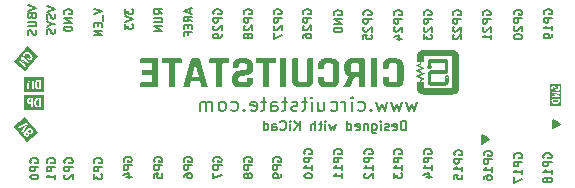
<source format=gbr>
%TF.GenerationSoftware,KiCad,Pcbnew,8.0.1*%
%TF.CreationDate,2024-04-07T18:53:55+05:30*%
%TF.ProjectId,Mitayi-Pico-RP2040,4d697461-7969-42d5-9069-636f2d525032,0.6*%
%TF.SameCoordinates,PX73df160PY5f2d3c0*%
%TF.FileFunction,Legend,Bot*%
%TF.FilePolarity,Positive*%
%FSLAX46Y46*%
G04 Gerber Fmt 4.6, Leading zero omitted, Abs format (unit mm)*
G04 Created by KiCad (PCBNEW 8.0.1) date 2024-04-07 18:53:55*
%MOMM*%
%LPD*%
G01*
G04 APERTURE LIST*
%ADD10C,0.150000*%
%ADD11C,0.200000*%
%ADD12C,0.000000*%
G04 APERTURE END LIST*
D10*
X46699366Y5148685D02*
X46666033Y5215352D01*
X46666033Y5215352D02*
X46666033Y5315352D01*
X46666033Y5315352D02*
X46699366Y5415352D01*
X46699366Y5415352D02*
X46766033Y5482018D01*
X46766033Y5482018D02*
X46832700Y5515352D01*
X46832700Y5515352D02*
X46966033Y5548685D01*
X46966033Y5548685D02*
X47066033Y5548685D01*
X47066033Y5548685D02*
X47199366Y5515352D01*
X47199366Y5515352D02*
X47266033Y5482018D01*
X47266033Y5482018D02*
X47332700Y5415352D01*
X47332700Y5415352D02*
X47366033Y5315352D01*
X47366033Y5315352D02*
X47366033Y5248685D01*
X47366033Y5248685D02*
X47332700Y5148685D01*
X47332700Y5148685D02*
X47299366Y5115352D01*
X47299366Y5115352D02*
X47066033Y5115352D01*
X47066033Y5115352D02*
X47066033Y5248685D01*
X47366033Y4815352D02*
X46666033Y4815352D01*
X46666033Y4815352D02*
X46666033Y4548685D01*
X46666033Y4548685D02*
X46699366Y4482018D01*
X46699366Y4482018D02*
X46732700Y4448685D01*
X46732700Y4448685D02*
X46799366Y4415352D01*
X46799366Y4415352D02*
X46899366Y4415352D01*
X46899366Y4415352D02*
X46966033Y4448685D01*
X46966033Y4448685D02*
X46999366Y4482018D01*
X46999366Y4482018D02*
X47032700Y4548685D01*
X47032700Y4548685D02*
X47032700Y4815352D01*
X47366033Y3748685D02*
X47366033Y4148685D01*
X47366033Y3948685D02*
X46666033Y3948685D01*
X46666033Y3948685D02*
X46766033Y4015352D01*
X46766033Y4015352D02*
X46832700Y4082018D01*
X46832700Y4082018D02*
X46866033Y4148685D01*
X46966033Y3348685D02*
X46932700Y3415351D01*
X46932700Y3415351D02*
X46899366Y3448685D01*
X46899366Y3448685D02*
X46832700Y3482018D01*
X46832700Y3482018D02*
X46799366Y3482018D01*
X46799366Y3482018D02*
X46732700Y3448685D01*
X46732700Y3448685D02*
X46699366Y3415351D01*
X46699366Y3415351D02*
X46666033Y3348685D01*
X46666033Y3348685D02*
X46666033Y3215351D01*
X46666033Y3215351D02*
X46699366Y3148685D01*
X46699366Y3148685D02*
X46732700Y3115351D01*
X46732700Y3115351D02*
X46799366Y3082018D01*
X46799366Y3082018D02*
X46832700Y3082018D01*
X46832700Y3082018D02*
X46899366Y3115351D01*
X46899366Y3115351D02*
X46932700Y3148685D01*
X46932700Y3148685D02*
X46966033Y3215351D01*
X46966033Y3215351D02*
X46966033Y3348685D01*
X46966033Y3348685D02*
X46999366Y3415351D01*
X46999366Y3415351D02*
X47032700Y3448685D01*
X47032700Y3448685D02*
X47099366Y3482018D01*
X47099366Y3482018D02*
X47232700Y3482018D01*
X47232700Y3482018D02*
X47299366Y3448685D01*
X47299366Y3448685D02*
X47332700Y3415351D01*
X47332700Y3415351D02*
X47366033Y3348685D01*
X47366033Y3348685D02*
X47366033Y3215351D01*
X47366033Y3215351D02*
X47332700Y3148685D01*
X47332700Y3148685D02*
X47299366Y3115351D01*
X47299366Y3115351D02*
X47232700Y3082018D01*
X47232700Y3082018D02*
X47099366Y3082018D01*
X47099366Y3082018D02*
X47032700Y3115351D01*
X47032700Y3115351D02*
X46999366Y3148685D01*
X46999366Y3148685D02*
X46966033Y3215351D01*
X13749366Y4832018D02*
X13716033Y4898685D01*
X13716033Y4898685D02*
X13716033Y4998685D01*
X13716033Y4998685D02*
X13749366Y5098685D01*
X13749366Y5098685D02*
X13816033Y5165351D01*
X13816033Y5165351D02*
X13882700Y5198685D01*
X13882700Y5198685D02*
X14016033Y5232018D01*
X14016033Y5232018D02*
X14116033Y5232018D01*
X14116033Y5232018D02*
X14249366Y5198685D01*
X14249366Y5198685D02*
X14316033Y5165351D01*
X14316033Y5165351D02*
X14382700Y5098685D01*
X14382700Y5098685D02*
X14416033Y4998685D01*
X14416033Y4998685D02*
X14416033Y4932018D01*
X14416033Y4932018D02*
X14382700Y4832018D01*
X14382700Y4832018D02*
X14349366Y4798685D01*
X14349366Y4798685D02*
X14116033Y4798685D01*
X14116033Y4798685D02*
X14116033Y4932018D01*
X14416033Y4498685D02*
X13716033Y4498685D01*
X13716033Y4498685D02*
X13716033Y4232018D01*
X13716033Y4232018D02*
X13749366Y4165351D01*
X13749366Y4165351D02*
X13782700Y4132018D01*
X13782700Y4132018D02*
X13849366Y4098685D01*
X13849366Y4098685D02*
X13949366Y4098685D01*
X13949366Y4098685D02*
X14016033Y4132018D01*
X14016033Y4132018D02*
X14049366Y4165351D01*
X14049366Y4165351D02*
X14082700Y4232018D01*
X14082700Y4232018D02*
X14082700Y4498685D01*
X13716033Y3465351D02*
X13716033Y3798685D01*
X13716033Y3798685D02*
X14049366Y3832018D01*
X14049366Y3832018D02*
X14016033Y3798685D01*
X14016033Y3798685D02*
X13982700Y3732018D01*
X13982700Y3732018D02*
X13982700Y3565351D01*
X13982700Y3565351D02*
X14016033Y3498685D01*
X14016033Y3498685D02*
X14049366Y3465351D01*
X14049366Y3465351D02*
X14116033Y3432018D01*
X14116033Y3432018D02*
X14282700Y3432018D01*
X14282700Y3432018D02*
X14349366Y3465351D01*
X14349366Y3465351D02*
X14382700Y3498685D01*
X14382700Y3498685D02*
X14416033Y3565351D01*
X14416033Y3565351D02*
X14416033Y3732018D01*
X14416033Y3732018D02*
X14382700Y3798685D01*
X14382700Y3798685D02*
X14349366Y3832018D01*
X34049366Y17233334D02*
X34016033Y17300001D01*
X34016033Y17300001D02*
X34016033Y17400001D01*
X34016033Y17400001D02*
X34049366Y17500001D01*
X34049366Y17500001D02*
X34116033Y17566667D01*
X34116033Y17566667D02*
X34182700Y17600001D01*
X34182700Y17600001D02*
X34316033Y17633334D01*
X34316033Y17633334D02*
X34416033Y17633334D01*
X34416033Y17633334D02*
X34549366Y17600001D01*
X34549366Y17600001D02*
X34616033Y17566667D01*
X34616033Y17566667D02*
X34682700Y17500001D01*
X34682700Y17500001D02*
X34716033Y17400001D01*
X34716033Y17400001D02*
X34716033Y17333334D01*
X34716033Y17333334D02*
X34682700Y17233334D01*
X34682700Y17233334D02*
X34649366Y17200001D01*
X34649366Y17200001D02*
X34416033Y17200001D01*
X34416033Y17200001D02*
X34416033Y17333334D01*
X34716033Y16900001D02*
X34016033Y16900001D01*
X34016033Y16900001D02*
X34016033Y16633334D01*
X34016033Y16633334D02*
X34049366Y16566667D01*
X34049366Y16566667D02*
X34082700Y16533334D01*
X34082700Y16533334D02*
X34149366Y16500001D01*
X34149366Y16500001D02*
X34249366Y16500001D01*
X34249366Y16500001D02*
X34316033Y16533334D01*
X34316033Y16533334D02*
X34349366Y16566667D01*
X34349366Y16566667D02*
X34382700Y16633334D01*
X34382700Y16633334D02*
X34382700Y16900001D01*
X34082700Y16233334D02*
X34049366Y16200001D01*
X34049366Y16200001D02*
X34016033Y16133334D01*
X34016033Y16133334D02*
X34016033Y15966667D01*
X34016033Y15966667D02*
X34049366Y15900001D01*
X34049366Y15900001D02*
X34082700Y15866667D01*
X34082700Y15866667D02*
X34149366Y15833334D01*
X34149366Y15833334D02*
X34216033Y15833334D01*
X34216033Y15833334D02*
X34316033Y15866667D01*
X34316033Y15866667D02*
X34716033Y16266667D01*
X34716033Y16266667D02*
X34716033Y15833334D01*
X34249366Y15233334D02*
X34716033Y15233334D01*
X33982700Y15400000D02*
X34482700Y15566667D01*
X34482700Y15566667D02*
X34482700Y15133334D01*
X18749366Y17333334D02*
X18716033Y17400001D01*
X18716033Y17400001D02*
X18716033Y17500001D01*
X18716033Y17500001D02*
X18749366Y17600001D01*
X18749366Y17600001D02*
X18816033Y17666667D01*
X18816033Y17666667D02*
X18882700Y17700001D01*
X18882700Y17700001D02*
X19016033Y17733334D01*
X19016033Y17733334D02*
X19116033Y17733334D01*
X19116033Y17733334D02*
X19249366Y17700001D01*
X19249366Y17700001D02*
X19316033Y17666667D01*
X19316033Y17666667D02*
X19382700Y17600001D01*
X19382700Y17600001D02*
X19416033Y17500001D01*
X19416033Y17500001D02*
X19416033Y17433334D01*
X19416033Y17433334D02*
X19382700Y17333334D01*
X19382700Y17333334D02*
X19349366Y17300001D01*
X19349366Y17300001D02*
X19116033Y17300001D01*
X19116033Y17300001D02*
X19116033Y17433334D01*
X19416033Y17000001D02*
X18716033Y17000001D01*
X18716033Y17000001D02*
X18716033Y16733334D01*
X18716033Y16733334D02*
X18749366Y16666667D01*
X18749366Y16666667D02*
X18782700Y16633334D01*
X18782700Y16633334D02*
X18849366Y16600001D01*
X18849366Y16600001D02*
X18949366Y16600001D01*
X18949366Y16600001D02*
X19016033Y16633334D01*
X19016033Y16633334D02*
X19049366Y16666667D01*
X19049366Y16666667D02*
X19082700Y16733334D01*
X19082700Y16733334D02*
X19082700Y17000001D01*
X18782700Y16333334D02*
X18749366Y16300001D01*
X18749366Y16300001D02*
X18716033Y16233334D01*
X18716033Y16233334D02*
X18716033Y16066667D01*
X18716033Y16066667D02*
X18749366Y16000001D01*
X18749366Y16000001D02*
X18782700Y15966667D01*
X18782700Y15966667D02*
X18849366Y15933334D01*
X18849366Y15933334D02*
X18916033Y15933334D01*
X18916033Y15933334D02*
X19016033Y15966667D01*
X19016033Y15966667D02*
X19416033Y16366667D01*
X19416033Y16366667D02*
X19416033Y15933334D01*
X19416033Y15600000D02*
X19416033Y15466667D01*
X19416033Y15466667D02*
X19382700Y15400000D01*
X19382700Y15400000D02*
X19349366Y15366667D01*
X19349366Y15366667D02*
X19249366Y15300000D01*
X19249366Y15300000D02*
X19116033Y15266667D01*
X19116033Y15266667D02*
X18849366Y15266667D01*
X18849366Y15266667D02*
X18782700Y15300000D01*
X18782700Y15300000D02*
X18749366Y15333334D01*
X18749366Y15333334D02*
X18716033Y15400000D01*
X18716033Y15400000D02*
X18716033Y15533334D01*
X18716033Y15533334D02*
X18749366Y15600000D01*
X18749366Y15600000D02*
X18782700Y15633334D01*
X18782700Y15633334D02*
X18849366Y15666667D01*
X18849366Y15666667D02*
X19016033Y15666667D01*
X19016033Y15666667D02*
X19082700Y15633334D01*
X19082700Y15633334D02*
X19116033Y15600000D01*
X19116033Y15600000D02*
X19149366Y15533334D01*
X19149366Y15533334D02*
X19149366Y15400000D01*
X19149366Y15400000D02*
X19116033Y15333334D01*
X19116033Y15333334D02*
X19082700Y15300000D01*
X19082700Y15300000D02*
X19016033Y15266667D01*
X6099366Y17333333D02*
X6066033Y17400000D01*
X6066033Y17400000D02*
X6066033Y17500000D01*
X6066033Y17500000D02*
X6099366Y17600000D01*
X6099366Y17600000D02*
X6166033Y17666666D01*
X6166033Y17666666D02*
X6232700Y17700000D01*
X6232700Y17700000D02*
X6366033Y17733333D01*
X6366033Y17733333D02*
X6466033Y17733333D01*
X6466033Y17733333D02*
X6599366Y17700000D01*
X6599366Y17700000D02*
X6666033Y17666666D01*
X6666033Y17666666D02*
X6732700Y17600000D01*
X6732700Y17600000D02*
X6766033Y17500000D01*
X6766033Y17500000D02*
X6766033Y17433333D01*
X6766033Y17433333D02*
X6732700Y17333333D01*
X6732700Y17333333D02*
X6699366Y17300000D01*
X6699366Y17300000D02*
X6466033Y17300000D01*
X6466033Y17300000D02*
X6466033Y17433333D01*
X6766033Y17000000D02*
X6066033Y17000000D01*
X6066033Y17000000D02*
X6766033Y16600000D01*
X6766033Y16600000D02*
X6066033Y16600000D01*
X6766033Y16266667D02*
X6066033Y16266667D01*
X6066033Y16266667D02*
X6066033Y16100000D01*
X6066033Y16100000D02*
X6099366Y16000000D01*
X6099366Y16000000D02*
X6166033Y15933333D01*
X6166033Y15933333D02*
X6232700Y15900000D01*
X6232700Y15900000D02*
X6366033Y15866667D01*
X6366033Y15866667D02*
X6466033Y15866667D01*
X6466033Y15866667D02*
X6599366Y15900000D01*
X6599366Y15900000D02*
X6666033Y15933333D01*
X6666033Y15933333D02*
X6732700Y16000000D01*
X6732700Y16000000D02*
X6766033Y16100000D01*
X6766033Y16100000D02*
X6766033Y16266667D01*
X28949366Y17233333D02*
X28916033Y17300000D01*
X28916033Y17300000D02*
X28916033Y17400000D01*
X28916033Y17400000D02*
X28949366Y17500000D01*
X28949366Y17500000D02*
X29016033Y17566666D01*
X29016033Y17566666D02*
X29082700Y17600000D01*
X29082700Y17600000D02*
X29216033Y17633333D01*
X29216033Y17633333D02*
X29316033Y17633333D01*
X29316033Y17633333D02*
X29449366Y17600000D01*
X29449366Y17600000D02*
X29516033Y17566666D01*
X29516033Y17566666D02*
X29582700Y17500000D01*
X29582700Y17500000D02*
X29616033Y17400000D01*
X29616033Y17400000D02*
X29616033Y17333333D01*
X29616033Y17333333D02*
X29582700Y17233333D01*
X29582700Y17233333D02*
X29549366Y17200000D01*
X29549366Y17200000D02*
X29316033Y17200000D01*
X29316033Y17200000D02*
X29316033Y17333333D01*
X29616033Y16900000D02*
X28916033Y16900000D01*
X28916033Y16900000D02*
X29616033Y16500000D01*
X29616033Y16500000D02*
X28916033Y16500000D01*
X29616033Y16166667D02*
X28916033Y16166667D01*
X28916033Y16166667D02*
X28916033Y16000000D01*
X28916033Y16000000D02*
X28949366Y15900000D01*
X28949366Y15900000D02*
X29016033Y15833333D01*
X29016033Y15833333D02*
X29082700Y15800000D01*
X29082700Y15800000D02*
X29216033Y15766667D01*
X29216033Y15766667D02*
X29316033Y15766667D01*
X29316033Y15766667D02*
X29449366Y15800000D01*
X29449366Y15800000D02*
X29516033Y15833333D01*
X29516033Y15833333D02*
X29582700Y15900000D01*
X29582700Y15900000D02*
X29616033Y16000000D01*
X29616033Y16000000D02*
X29616033Y16166667D01*
X4616033Y18000001D02*
X5316033Y17766667D01*
X5316033Y17766667D02*
X4616033Y17533334D01*
X5282700Y17333334D02*
X5316033Y17233334D01*
X5316033Y17233334D02*
X5316033Y17066667D01*
X5316033Y17066667D02*
X5282700Y17000001D01*
X5282700Y17000001D02*
X5249366Y16966667D01*
X5249366Y16966667D02*
X5182700Y16933334D01*
X5182700Y16933334D02*
X5116033Y16933334D01*
X5116033Y16933334D02*
X5049366Y16966667D01*
X5049366Y16966667D02*
X5016033Y17000001D01*
X5016033Y17000001D02*
X4982700Y17066667D01*
X4982700Y17066667D02*
X4949366Y17200001D01*
X4949366Y17200001D02*
X4916033Y17266667D01*
X4916033Y17266667D02*
X4882700Y17300001D01*
X4882700Y17300001D02*
X4816033Y17333334D01*
X4816033Y17333334D02*
X4749366Y17333334D01*
X4749366Y17333334D02*
X4682700Y17300001D01*
X4682700Y17300001D02*
X4649366Y17266667D01*
X4649366Y17266667D02*
X4616033Y17200001D01*
X4616033Y17200001D02*
X4616033Y17033334D01*
X4616033Y17033334D02*
X4649366Y16933334D01*
X4982700Y16500000D02*
X5316033Y16500000D01*
X4616033Y16733334D02*
X4982700Y16500000D01*
X4982700Y16500000D02*
X4616033Y16266667D01*
X5282700Y16066667D02*
X5316033Y15966667D01*
X5316033Y15966667D02*
X5316033Y15800000D01*
X5316033Y15800000D02*
X5282700Y15733334D01*
X5282700Y15733334D02*
X5249366Y15700000D01*
X5249366Y15700000D02*
X5182700Y15666667D01*
X5182700Y15666667D02*
X5116033Y15666667D01*
X5116033Y15666667D02*
X5049366Y15700000D01*
X5049366Y15700000D02*
X5016033Y15733334D01*
X5016033Y15733334D02*
X4982700Y15800000D01*
X4982700Y15800000D02*
X4949366Y15933334D01*
X4949366Y15933334D02*
X4916033Y16000000D01*
X4916033Y16000000D02*
X4882700Y16033334D01*
X4882700Y16033334D02*
X4816033Y16066667D01*
X4816033Y16066667D02*
X4749366Y16066667D01*
X4749366Y16066667D02*
X4682700Y16033334D01*
X4682700Y16033334D02*
X4649366Y16000000D01*
X4649366Y16000000D02*
X4616033Y15933334D01*
X4616033Y15933334D02*
X4616033Y15766667D01*
X4616033Y15766667D02*
X4649366Y15666667D01*
X4649366Y4732018D02*
X4616033Y4798685D01*
X4616033Y4798685D02*
X4616033Y4898685D01*
X4616033Y4898685D02*
X4649366Y4998685D01*
X4649366Y4998685D02*
X4716033Y5065351D01*
X4716033Y5065351D02*
X4782700Y5098685D01*
X4782700Y5098685D02*
X4916033Y5132018D01*
X4916033Y5132018D02*
X5016033Y5132018D01*
X5016033Y5132018D02*
X5149366Y5098685D01*
X5149366Y5098685D02*
X5216033Y5065351D01*
X5216033Y5065351D02*
X5282700Y4998685D01*
X5282700Y4998685D02*
X5316033Y4898685D01*
X5316033Y4898685D02*
X5316033Y4832018D01*
X5316033Y4832018D02*
X5282700Y4732018D01*
X5282700Y4732018D02*
X5249366Y4698685D01*
X5249366Y4698685D02*
X5016033Y4698685D01*
X5016033Y4698685D02*
X5016033Y4832018D01*
X5316033Y4398685D02*
X4616033Y4398685D01*
X4616033Y4398685D02*
X4616033Y4132018D01*
X4616033Y4132018D02*
X4649366Y4065351D01*
X4649366Y4065351D02*
X4682700Y4032018D01*
X4682700Y4032018D02*
X4749366Y3998685D01*
X4749366Y3998685D02*
X4849366Y3998685D01*
X4849366Y3998685D02*
X4916033Y4032018D01*
X4916033Y4032018D02*
X4949366Y4065351D01*
X4949366Y4065351D02*
X4982700Y4132018D01*
X4982700Y4132018D02*
X4982700Y4398685D01*
X5316033Y3332018D02*
X5316033Y3732018D01*
X5316033Y3532018D02*
X4616033Y3532018D01*
X4616033Y3532018D02*
X4716033Y3598685D01*
X4716033Y3598685D02*
X4782700Y3665351D01*
X4782700Y3665351D02*
X4816033Y3732018D01*
X16716033Y17733333D02*
X16716033Y17400000D01*
X16916033Y17800000D02*
X16216033Y17566666D01*
X16216033Y17566666D02*
X16916033Y17333333D01*
X16916033Y16700000D02*
X16582700Y16933333D01*
X16916033Y17100000D02*
X16216033Y17100000D01*
X16216033Y17100000D02*
X16216033Y16833333D01*
X16216033Y16833333D02*
X16249366Y16766666D01*
X16249366Y16766666D02*
X16282700Y16733333D01*
X16282700Y16733333D02*
X16349366Y16700000D01*
X16349366Y16700000D02*
X16449366Y16700000D01*
X16449366Y16700000D02*
X16516033Y16733333D01*
X16516033Y16733333D02*
X16549366Y16766666D01*
X16549366Y16766666D02*
X16582700Y16833333D01*
X16582700Y16833333D02*
X16582700Y17100000D01*
X16549366Y16400000D02*
X16549366Y16166666D01*
X16916033Y16066666D02*
X16916033Y16400000D01*
X16916033Y16400000D02*
X16216033Y16400000D01*
X16216033Y16400000D02*
X16216033Y16066666D01*
X16549366Y15533333D02*
X16549366Y15766667D01*
X16916033Y15766667D02*
X16216033Y15766667D01*
X16216033Y15766667D02*
X16216033Y15433333D01*
X34049366Y5498685D02*
X34016033Y5565352D01*
X34016033Y5565352D02*
X34016033Y5665352D01*
X34016033Y5665352D02*
X34049366Y5765352D01*
X34049366Y5765352D02*
X34116033Y5832018D01*
X34116033Y5832018D02*
X34182700Y5865352D01*
X34182700Y5865352D02*
X34316033Y5898685D01*
X34316033Y5898685D02*
X34416033Y5898685D01*
X34416033Y5898685D02*
X34549366Y5865352D01*
X34549366Y5865352D02*
X34616033Y5832018D01*
X34616033Y5832018D02*
X34682700Y5765352D01*
X34682700Y5765352D02*
X34716033Y5665352D01*
X34716033Y5665352D02*
X34716033Y5598685D01*
X34716033Y5598685D02*
X34682700Y5498685D01*
X34682700Y5498685D02*
X34649366Y5465352D01*
X34649366Y5465352D02*
X34416033Y5465352D01*
X34416033Y5465352D02*
X34416033Y5598685D01*
X34716033Y5165352D02*
X34016033Y5165352D01*
X34016033Y5165352D02*
X34016033Y4898685D01*
X34016033Y4898685D02*
X34049366Y4832018D01*
X34049366Y4832018D02*
X34082700Y4798685D01*
X34082700Y4798685D02*
X34149366Y4765352D01*
X34149366Y4765352D02*
X34249366Y4765352D01*
X34249366Y4765352D02*
X34316033Y4798685D01*
X34316033Y4798685D02*
X34349366Y4832018D01*
X34349366Y4832018D02*
X34382700Y4898685D01*
X34382700Y4898685D02*
X34382700Y5165352D01*
X34716033Y4098685D02*
X34716033Y4498685D01*
X34716033Y4298685D02*
X34016033Y4298685D01*
X34016033Y4298685D02*
X34116033Y4365352D01*
X34116033Y4365352D02*
X34182700Y4432018D01*
X34182700Y4432018D02*
X34216033Y4498685D01*
X34016033Y3865351D02*
X34016033Y3432018D01*
X34016033Y3432018D02*
X34282700Y3665351D01*
X34282700Y3665351D02*
X34282700Y3565351D01*
X34282700Y3565351D02*
X34316033Y3498685D01*
X34316033Y3498685D02*
X34349366Y3465351D01*
X34349366Y3465351D02*
X34416033Y3432018D01*
X34416033Y3432018D02*
X34582700Y3432018D01*
X34582700Y3432018D02*
X34649366Y3465351D01*
X34649366Y3465351D02*
X34682700Y3498685D01*
X34682700Y3498685D02*
X34716033Y3565351D01*
X34716033Y3565351D02*
X34716033Y3765351D01*
X34716033Y3765351D02*
X34682700Y3832018D01*
X34682700Y3832018D02*
X34649366Y3865351D01*
X3249366Y4732018D02*
X3216033Y4798685D01*
X3216033Y4798685D02*
X3216033Y4898685D01*
X3216033Y4898685D02*
X3249366Y4998685D01*
X3249366Y4998685D02*
X3316033Y5065351D01*
X3316033Y5065351D02*
X3382700Y5098685D01*
X3382700Y5098685D02*
X3516033Y5132018D01*
X3516033Y5132018D02*
X3616033Y5132018D01*
X3616033Y5132018D02*
X3749366Y5098685D01*
X3749366Y5098685D02*
X3816033Y5065351D01*
X3816033Y5065351D02*
X3882700Y4998685D01*
X3882700Y4998685D02*
X3916033Y4898685D01*
X3916033Y4898685D02*
X3916033Y4832018D01*
X3916033Y4832018D02*
X3882700Y4732018D01*
X3882700Y4732018D02*
X3849366Y4698685D01*
X3849366Y4698685D02*
X3616033Y4698685D01*
X3616033Y4698685D02*
X3616033Y4832018D01*
X3916033Y4398685D02*
X3216033Y4398685D01*
X3216033Y4398685D02*
X3216033Y4132018D01*
X3216033Y4132018D02*
X3249366Y4065351D01*
X3249366Y4065351D02*
X3282700Y4032018D01*
X3282700Y4032018D02*
X3349366Y3998685D01*
X3349366Y3998685D02*
X3449366Y3998685D01*
X3449366Y3998685D02*
X3516033Y4032018D01*
X3516033Y4032018D02*
X3549366Y4065351D01*
X3549366Y4065351D02*
X3582700Y4132018D01*
X3582700Y4132018D02*
X3582700Y4398685D01*
X3216033Y3565351D02*
X3216033Y3498685D01*
X3216033Y3498685D02*
X3249366Y3432018D01*
X3249366Y3432018D02*
X3282700Y3398685D01*
X3282700Y3398685D02*
X3349366Y3365351D01*
X3349366Y3365351D02*
X3482700Y3332018D01*
X3482700Y3332018D02*
X3649366Y3332018D01*
X3649366Y3332018D02*
X3782700Y3365351D01*
X3782700Y3365351D02*
X3849366Y3398685D01*
X3849366Y3398685D02*
X3882700Y3432018D01*
X3882700Y3432018D02*
X3916033Y3498685D01*
X3916033Y3498685D02*
X3916033Y3565351D01*
X3916033Y3565351D02*
X3882700Y3632018D01*
X3882700Y3632018D02*
X3849366Y3665351D01*
X3849366Y3665351D02*
X3782700Y3698685D01*
X3782700Y3698685D02*
X3649366Y3732018D01*
X3649366Y3732018D02*
X3482700Y3732018D01*
X3482700Y3732018D02*
X3349366Y3698685D01*
X3349366Y3698685D02*
X3282700Y3665351D01*
X3282700Y3665351D02*
X3249366Y3632018D01*
X3249366Y3632018D02*
X3216033Y3565351D01*
X3016033Y18083334D02*
X3716033Y17850000D01*
X3716033Y17850000D02*
X3016033Y17616667D01*
X3349366Y17150000D02*
X3382700Y17050000D01*
X3382700Y17050000D02*
X3416033Y17016667D01*
X3416033Y17016667D02*
X3482700Y16983334D01*
X3482700Y16983334D02*
X3582700Y16983334D01*
X3582700Y16983334D02*
X3649366Y17016667D01*
X3649366Y17016667D02*
X3682700Y17050000D01*
X3682700Y17050000D02*
X3716033Y17116667D01*
X3716033Y17116667D02*
X3716033Y17383334D01*
X3716033Y17383334D02*
X3016033Y17383334D01*
X3016033Y17383334D02*
X3016033Y17150000D01*
X3016033Y17150000D02*
X3049366Y17083334D01*
X3049366Y17083334D02*
X3082700Y17050000D01*
X3082700Y17050000D02*
X3149366Y17016667D01*
X3149366Y17016667D02*
X3216033Y17016667D01*
X3216033Y17016667D02*
X3282700Y17050000D01*
X3282700Y17050000D02*
X3316033Y17083334D01*
X3316033Y17083334D02*
X3349366Y17150000D01*
X3349366Y17150000D02*
X3349366Y17383334D01*
X3016033Y16683334D02*
X3582700Y16683334D01*
X3582700Y16683334D02*
X3649366Y16650000D01*
X3649366Y16650000D02*
X3682700Y16616667D01*
X3682700Y16616667D02*
X3716033Y16550000D01*
X3716033Y16550000D02*
X3716033Y16416667D01*
X3716033Y16416667D02*
X3682700Y16350000D01*
X3682700Y16350000D02*
X3649366Y16316667D01*
X3649366Y16316667D02*
X3582700Y16283334D01*
X3582700Y16283334D02*
X3016033Y16283334D01*
X3682700Y15983334D02*
X3716033Y15883334D01*
X3716033Y15883334D02*
X3716033Y15716667D01*
X3716033Y15716667D02*
X3682700Y15650001D01*
X3682700Y15650001D02*
X3649366Y15616667D01*
X3649366Y15616667D02*
X3582700Y15583334D01*
X3582700Y15583334D02*
X3516033Y15583334D01*
X3516033Y15583334D02*
X3449366Y15616667D01*
X3449366Y15616667D02*
X3416033Y15650001D01*
X3416033Y15650001D02*
X3382700Y15716667D01*
X3382700Y15716667D02*
X3349366Y15850001D01*
X3349366Y15850001D02*
X3316033Y15916667D01*
X3316033Y15916667D02*
X3282700Y15950001D01*
X3282700Y15950001D02*
X3216033Y15983334D01*
X3216033Y15983334D02*
X3149366Y15983334D01*
X3149366Y15983334D02*
X3082700Y15950001D01*
X3082700Y15950001D02*
X3049366Y15916667D01*
X3049366Y15916667D02*
X3016033Y15850001D01*
X3016033Y15850001D02*
X3016033Y15683334D01*
X3016033Y15683334D02*
X3049366Y15583334D01*
D11*
X35960148Y9905258D02*
X35731577Y9105258D01*
X35731577Y9105258D02*
X35503005Y9676686D01*
X35503005Y9676686D02*
X35274434Y9105258D01*
X35274434Y9105258D02*
X35045862Y9905258D01*
X34703005Y9905258D02*
X34474434Y9105258D01*
X34474434Y9105258D02*
X34245862Y9676686D01*
X34245862Y9676686D02*
X34017291Y9105258D01*
X34017291Y9105258D02*
X33788719Y9905258D01*
X33445862Y9905258D02*
X33217291Y9105258D01*
X33217291Y9105258D02*
X32988719Y9676686D01*
X32988719Y9676686D02*
X32760148Y9105258D01*
X32760148Y9105258D02*
X32531576Y9905258D01*
X32074433Y9219543D02*
X32017290Y9162400D01*
X32017290Y9162400D02*
X32074433Y9105258D01*
X32074433Y9105258D02*
X32131576Y9162400D01*
X32131576Y9162400D02*
X32074433Y9219543D01*
X32074433Y9219543D02*
X32074433Y9105258D01*
X30988719Y9162400D02*
X31103004Y9105258D01*
X31103004Y9105258D02*
X31331576Y9105258D01*
X31331576Y9105258D02*
X31445861Y9162400D01*
X31445861Y9162400D02*
X31503004Y9219543D01*
X31503004Y9219543D02*
X31560147Y9333829D01*
X31560147Y9333829D02*
X31560147Y9676686D01*
X31560147Y9676686D02*
X31503004Y9790972D01*
X31503004Y9790972D02*
X31445861Y9848115D01*
X31445861Y9848115D02*
X31331576Y9905258D01*
X31331576Y9905258D02*
X31103004Y9905258D01*
X31103004Y9905258D02*
X30988719Y9848115D01*
X30474433Y9105258D02*
X30474433Y9905258D01*
X30474433Y10305258D02*
X30531576Y10248115D01*
X30531576Y10248115D02*
X30474433Y10190972D01*
X30474433Y10190972D02*
X30417290Y10248115D01*
X30417290Y10248115D02*
X30474433Y10305258D01*
X30474433Y10305258D02*
X30474433Y10190972D01*
X29903004Y9105258D02*
X29903004Y9905258D01*
X29903004Y9676686D02*
X29845861Y9790972D01*
X29845861Y9790972D02*
X29788719Y9848115D01*
X29788719Y9848115D02*
X29674433Y9905258D01*
X29674433Y9905258D02*
X29560147Y9905258D01*
X28645862Y9162400D02*
X28760147Y9105258D01*
X28760147Y9105258D02*
X28988719Y9105258D01*
X28988719Y9105258D02*
X29103004Y9162400D01*
X29103004Y9162400D02*
X29160147Y9219543D01*
X29160147Y9219543D02*
X29217290Y9333829D01*
X29217290Y9333829D02*
X29217290Y9676686D01*
X29217290Y9676686D02*
X29160147Y9790972D01*
X29160147Y9790972D02*
X29103004Y9848115D01*
X29103004Y9848115D02*
X28988719Y9905258D01*
X28988719Y9905258D02*
X28760147Y9905258D01*
X28760147Y9905258D02*
X28645862Y9848115D01*
X27617291Y9905258D02*
X27617291Y9105258D01*
X28131576Y9905258D02*
X28131576Y9276686D01*
X28131576Y9276686D02*
X28074433Y9162400D01*
X28074433Y9162400D02*
X27960148Y9105258D01*
X27960148Y9105258D02*
X27788719Y9105258D01*
X27788719Y9105258D02*
X27674433Y9162400D01*
X27674433Y9162400D02*
X27617291Y9219543D01*
X27045862Y9105258D02*
X27045862Y9905258D01*
X27045862Y10305258D02*
X27103005Y10248115D01*
X27103005Y10248115D02*
X27045862Y10190972D01*
X27045862Y10190972D02*
X26988719Y10248115D01*
X26988719Y10248115D02*
X27045862Y10305258D01*
X27045862Y10305258D02*
X27045862Y10190972D01*
X26645862Y9905258D02*
X26188719Y9905258D01*
X26474433Y10305258D02*
X26474433Y9276686D01*
X26474433Y9276686D02*
X26417290Y9162400D01*
X26417290Y9162400D02*
X26303005Y9105258D01*
X26303005Y9105258D02*
X26188719Y9105258D01*
X25845862Y9162400D02*
X25731576Y9105258D01*
X25731576Y9105258D02*
X25503005Y9105258D01*
X25503005Y9105258D02*
X25388719Y9162400D01*
X25388719Y9162400D02*
X25331576Y9276686D01*
X25331576Y9276686D02*
X25331576Y9333829D01*
X25331576Y9333829D02*
X25388719Y9448115D01*
X25388719Y9448115D02*
X25503005Y9505258D01*
X25503005Y9505258D02*
X25674434Y9505258D01*
X25674434Y9505258D02*
X25788719Y9562400D01*
X25788719Y9562400D02*
X25845862Y9676686D01*
X25845862Y9676686D02*
X25845862Y9733829D01*
X25845862Y9733829D02*
X25788719Y9848115D01*
X25788719Y9848115D02*
X25674434Y9905258D01*
X25674434Y9905258D02*
X25503005Y9905258D01*
X25503005Y9905258D02*
X25388719Y9848115D01*
X24988719Y9905258D02*
X24531576Y9905258D01*
X24817290Y10305258D02*
X24817290Y9276686D01*
X24817290Y9276686D02*
X24760147Y9162400D01*
X24760147Y9162400D02*
X24645862Y9105258D01*
X24645862Y9105258D02*
X24531576Y9105258D01*
X23617291Y9105258D02*
X23617291Y9733829D01*
X23617291Y9733829D02*
X23674433Y9848115D01*
X23674433Y9848115D02*
X23788719Y9905258D01*
X23788719Y9905258D02*
X24017291Y9905258D01*
X24017291Y9905258D02*
X24131576Y9848115D01*
X23617291Y9162400D02*
X23731576Y9105258D01*
X23731576Y9105258D02*
X24017291Y9105258D01*
X24017291Y9105258D02*
X24131576Y9162400D01*
X24131576Y9162400D02*
X24188719Y9276686D01*
X24188719Y9276686D02*
X24188719Y9390972D01*
X24188719Y9390972D02*
X24131576Y9505258D01*
X24131576Y9505258D02*
X24017291Y9562400D01*
X24017291Y9562400D02*
X23731576Y9562400D01*
X23731576Y9562400D02*
X23617291Y9619543D01*
X23217291Y9905258D02*
X22760148Y9905258D01*
X23045862Y10305258D02*
X23045862Y9276686D01*
X23045862Y9276686D02*
X22988719Y9162400D01*
X22988719Y9162400D02*
X22874434Y9105258D01*
X22874434Y9105258D02*
X22760148Y9105258D01*
X21903005Y9162400D02*
X22017291Y9105258D01*
X22017291Y9105258D02*
X22245863Y9105258D01*
X22245863Y9105258D02*
X22360148Y9162400D01*
X22360148Y9162400D02*
X22417291Y9276686D01*
X22417291Y9276686D02*
X22417291Y9733829D01*
X22417291Y9733829D02*
X22360148Y9848115D01*
X22360148Y9848115D02*
X22245863Y9905258D01*
X22245863Y9905258D02*
X22017291Y9905258D01*
X22017291Y9905258D02*
X21903005Y9848115D01*
X21903005Y9848115D02*
X21845863Y9733829D01*
X21845863Y9733829D02*
X21845863Y9619543D01*
X21845863Y9619543D02*
X22417291Y9505258D01*
X21331577Y9219543D02*
X21274434Y9162400D01*
X21274434Y9162400D02*
X21331577Y9105258D01*
X21331577Y9105258D02*
X21388720Y9162400D01*
X21388720Y9162400D02*
X21331577Y9219543D01*
X21331577Y9219543D02*
X21331577Y9105258D01*
X20245863Y9162400D02*
X20360148Y9105258D01*
X20360148Y9105258D02*
X20588720Y9105258D01*
X20588720Y9105258D02*
X20703005Y9162400D01*
X20703005Y9162400D02*
X20760148Y9219543D01*
X20760148Y9219543D02*
X20817291Y9333829D01*
X20817291Y9333829D02*
X20817291Y9676686D01*
X20817291Y9676686D02*
X20760148Y9790972D01*
X20760148Y9790972D02*
X20703005Y9848115D01*
X20703005Y9848115D02*
X20588720Y9905258D01*
X20588720Y9905258D02*
X20360148Y9905258D01*
X20360148Y9905258D02*
X20245863Y9848115D01*
X19560149Y9105258D02*
X19674434Y9162400D01*
X19674434Y9162400D02*
X19731577Y9219543D01*
X19731577Y9219543D02*
X19788720Y9333829D01*
X19788720Y9333829D02*
X19788720Y9676686D01*
X19788720Y9676686D02*
X19731577Y9790972D01*
X19731577Y9790972D02*
X19674434Y9848115D01*
X19674434Y9848115D02*
X19560149Y9905258D01*
X19560149Y9905258D02*
X19388720Y9905258D01*
X19388720Y9905258D02*
X19274434Y9848115D01*
X19274434Y9848115D02*
X19217292Y9790972D01*
X19217292Y9790972D02*
X19160149Y9676686D01*
X19160149Y9676686D02*
X19160149Y9333829D01*
X19160149Y9333829D02*
X19217292Y9219543D01*
X19217292Y9219543D02*
X19274434Y9162400D01*
X19274434Y9162400D02*
X19388720Y9105258D01*
X19388720Y9105258D02*
X19560149Y9105258D01*
X18645863Y9105258D02*
X18645863Y9905258D01*
X18645863Y9790972D02*
X18588720Y9848115D01*
X18588720Y9848115D02*
X18474435Y9905258D01*
X18474435Y9905258D02*
X18303006Y9905258D01*
X18303006Y9905258D02*
X18188720Y9848115D01*
X18188720Y9848115D02*
X18131578Y9733829D01*
X18131578Y9733829D02*
X18131578Y9105258D01*
X18131578Y9733829D02*
X18074435Y9848115D01*
X18074435Y9848115D02*
X17960149Y9905258D01*
X17960149Y9905258D02*
X17788720Y9905258D01*
X17788720Y9905258D02*
X17674435Y9848115D01*
X17674435Y9848115D02*
X17617292Y9733829D01*
X17617292Y9733829D02*
X17617292Y9105258D01*
D10*
X35027256Y7487705D02*
X35027256Y8287705D01*
X35027256Y8287705D02*
X34836780Y8287705D01*
X34836780Y8287705D02*
X34722494Y8249610D01*
X34722494Y8249610D02*
X34646304Y8173420D01*
X34646304Y8173420D02*
X34608209Y8097229D01*
X34608209Y8097229D02*
X34570113Y7944848D01*
X34570113Y7944848D02*
X34570113Y7830562D01*
X34570113Y7830562D02*
X34608209Y7678181D01*
X34608209Y7678181D02*
X34646304Y7601991D01*
X34646304Y7601991D02*
X34722494Y7525800D01*
X34722494Y7525800D02*
X34836780Y7487705D01*
X34836780Y7487705D02*
X35027256Y7487705D01*
X33922494Y7525800D02*
X33998685Y7487705D01*
X33998685Y7487705D02*
X34151066Y7487705D01*
X34151066Y7487705D02*
X34227256Y7525800D01*
X34227256Y7525800D02*
X34265352Y7601991D01*
X34265352Y7601991D02*
X34265352Y7906753D01*
X34265352Y7906753D02*
X34227256Y7982943D01*
X34227256Y7982943D02*
X34151066Y8021039D01*
X34151066Y8021039D02*
X33998685Y8021039D01*
X33998685Y8021039D02*
X33922494Y7982943D01*
X33922494Y7982943D02*
X33884399Y7906753D01*
X33884399Y7906753D02*
X33884399Y7830562D01*
X33884399Y7830562D02*
X34265352Y7754372D01*
X33579638Y7525800D02*
X33503447Y7487705D01*
X33503447Y7487705D02*
X33351066Y7487705D01*
X33351066Y7487705D02*
X33274876Y7525800D01*
X33274876Y7525800D02*
X33236780Y7601991D01*
X33236780Y7601991D02*
X33236780Y7640086D01*
X33236780Y7640086D02*
X33274876Y7716277D01*
X33274876Y7716277D02*
X33351066Y7754372D01*
X33351066Y7754372D02*
X33465352Y7754372D01*
X33465352Y7754372D02*
X33541542Y7792467D01*
X33541542Y7792467D02*
X33579638Y7868658D01*
X33579638Y7868658D02*
X33579638Y7906753D01*
X33579638Y7906753D02*
X33541542Y7982943D01*
X33541542Y7982943D02*
X33465352Y8021039D01*
X33465352Y8021039D02*
X33351066Y8021039D01*
X33351066Y8021039D02*
X33274876Y7982943D01*
X32893923Y7487705D02*
X32893923Y8021039D01*
X32893923Y8287705D02*
X32932019Y8249610D01*
X32932019Y8249610D02*
X32893923Y8211515D01*
X32893923Y8211515D02*
X32855828Y8249610D01*
X32855828Y8249610D02*
X32893923Y8287705D01*
X32893923Y8287705D02*
X32893923Y8211515D01*
X32170114Y8021039D02*
X32170114Y7373420D01*
X32170114Y7373420D02*
X32208209Y7297229D01*
X32208209Y7297229D02*
X32246305Y7259134D01*
X32246305Y7259134D02*
X32322495Y7221039D01*
X32322495Y7221039D02*
X32436781Y7221039D01*
X32436781Y7221039D02*
X32512971Y7259134D01*
X32170114Y7525800D02*
X32246305Y7487705D01*
X32246305Y7487705D02*
X32398686Y7487705D01*
X32398686Y7487705D02*
X32474876Y7525800D01*
X32474876Y7525800D02*
X32512971Y7563896D01*
X32512971Y7563896D02*
X32551067Y7640086D01*
X32551067Y7640086D02*
X32551067Y7868658D01*
X32551067Y7868658D02*
X32512971Y7944848D01*
X32512971Y7944848D02*
X32474876Y7982943D01*
X32474876Y7982943D02*
X32398686Y8021039D01*
X32398686Y8021039D02*
X32246305Y8021039D01*
X32246305Y8021039D02*
X32170114Y7982943D01*
X31789161Y8021039D02*
X31789161Y7487705D01*
X31789161Y7944848D02*
X31751066Y7982943D01*
X31751066Y7982943D02*
X31674876Y8021039D01*
X31674876Y8021039D02*
X31560590Y8021039D01*
X31560590Y8021039D02*
X31484399Y7982943D01*
X31484399Y7982943D02*
X31446304Y7906753D01*
X31446304Y7906753D02*
X31446304Y7487705D01*
X30760589Y7525800D02*
X30836780Y7487705D01*
X30836780Y7487705D02*
X30989161Y7487705D01*
X30989161Y7487705D02*
X31065351Y7525800D01*
X31065351Y7525800D02*
X31103447Y7601991D01*
X31103447Y7601991D02*
X31103447Y7906753D01*
X31103447Y7906753D02*
X31065351Y7982943D01*
X31065351Y7982943D02*
X30989161Y8021039D01*
X30989161Y8021039D02*
X30836780Y8021039D01*
X30836780Y8021039D02*
X30760589Y7982943D01*
X30760589Y7982943D02*
X30722494Y7906753D01*
X30722494Y7906753D02*
X30722494Y7830562D01*
X30722494Y7830562D02*
X31103447Y7754372D01*
X30036780Y7487705D02*
X30036780Y8287705D01*
X30036780Y7525800D02*
X30112971Y7487705D01*
X30112971Y7487705D02*
X30265352Y7487705D01*
X30265352Y7487705D02*
X30341542Y7525800D01*
X30341542Y7525800D02*
X30379637Y7563896D01*
X30379637Y7563896D02*
X30417733Y7640086D01*
X30417733Y7640086D02*
X30417733Y7868658D01*
X30417733Y7868658D02*
X30379637Y7944848D01*
X30379637Y7944848D02*
X30341542Y7982943D01*
X30341542Y7982943D02*
X30265352Y8021039D01*
X30265352Y8021039D02*
X30112971Y8021039D01*
X30112971Y8021039D02*
X30036780Y7982943D01*
X29122494Y8021039D02*
X28970113Y7487705D01*
X28970113Y7487705D02*
X28817732Y7868658D01*
X28817732Y7868658D02*
X28665351Y7487705D01*
X28665351Y7487705D02*
X28512970Y8021039D01*
X28208208Y7487705D02*
X28208208Y8021039D01*
X28208208Y8287705D02*
X28246304Y8249610D01*
X28246304Y8249610D02*
X28208208Y8211515D01*
X28208208Y8211515D02*
X28170113Y8249610D01*
X28170113Y8249610D02*
X28208208Y8287705D01*
X28208208Y8287705D02*
X28208208Y8211515D01*
X27941542Y8021039D02*
X27636780Y8021039D01*
X27827256Y8287705D02*
X27827256Y7601991D01*
X27827256Y7601991D02*
X27789161Y7525800D01*
X27789161Y7525800D02*
X27712971Y7487705D01*
X27712971Y7487705D02*
X27636780Y7487705D01*
X27370113Y7487705D02*
X27370113Y8287705D01*
X27027256Y7487705D02*
X27027256Y7906753D01*
X27027256Y7906753D02*
X27065351Y7982943D01*
X27065351Y7982943D02*
X27141542Y8021039D01*
X27141542Y8021039D02*
X27255828Y8021039D01*
X27255828Y8021039D02*
X27332018Y7982943D01*
X27332018Y7982943D02*
X27370113Y7944848D01*
X26036779Y7487705D02*
X26036779Y8287705D01*
X25579636Y7487705D02*
X25922494Y7944848D01*
X25579636Y8287705D02*
X26036779Y7830562D01*
X25236779Y7487705D02*
X25236779Y8021039D01*
X25236779Y8287705D02*
X25274875Y8249610D01*
X25274875Y8249610D02*
X25236779Y8211515D01*
X25236779Y8211515D02*
X25198684Y8249610D01*
X25198684Y8249610D02*
X25236779Y8287705D01*
X25236779Y8287705D02*
X25236779Y8211515D01*
X24398684Y7563896D02*
X24436780Y7525800D01*
X24436780Y7525800D02*
X24551065Y7487705D01*
X24551065Y7487705D02*
X24627256Y7487705D01*
X24627256Y7487705D02*
X24741542Y7525800D01*
X24741542Y7525800D02*
X24817732Y7601991D01*
X24817732Y7601991D02*
X24855827Y7678181D01*
X24855827Y7678181D02*
X24893923Y7830562D01*
X24893923Y7830562D02*
X24893923Y7944848D01*
X24893923Y7944848D02*
X24855827Y8097229D01*
X24855827Y8097229D02*
X24817732Y8173420D01*
X24817732Y8173420D02*
X24741542Y8249610D01*
X24741542Y8249610D02*
X24627256Y8287705D01*
X24627256Y8287705D02*
X24551065Y8287705D01*
X24551065Y8287705D02*
X24436780Y8249610D01*
X24436780Y8249610D02*
X24398684Y8211515D01*
X23712970Y7487705D02*
X23712970Y7906753D01*
X23712970Y7906753D02*
X23751065Y7982943D01*
X23751065Y7982943D02*
X23827256Y8021039D01*
X23827256Y8021039D02*
X23979637Y8021039D01*
X23979637Y8021039D02*
X24055827Y7982943D01*
X23712970Y7525800D02*
X23789161Y7487705D01*
X23789161Y7487705D02*
X23979637Y7487705D01*
X23979637Y7487705D02*
X24055827Y7525800D01*
X24055827Y7525800D02*
X24093923Y7601991D01*
X24093923Y7601991D02*
X24093923Y7678181D01*
X24093923Y7678181D02*
X24055827Y7754372D01*
X24055827Y7754372D02*
X23979637Y7792467D01*
X23979637Y7792467D02*
X23789161Y7792467D01*
X23789161Y7792467D02*
X23712970Y7830562D01*
X22989160Y7487705D02*
X22989160Y8287705D01*
X22989160Y7525800D02*
X23065351Y7487705D01*
X23065351Y7487705D02*
X23217732Y7487705D01*
X23217732Y7487705D02*
X23293922Y7525800D01*
X23293922Y7525800D02*
X23332017Y7563896D01*
X23332017Y7563896D02*
X23370113Y7640086D01*
X23370113Y7640086D02*
X23370113Y7868658D01*
X23370113Y7868658D02*
X23332017Y7944848D01*
X23332017Y7944848D02*
X23293922Y7982943D01*
X23293922Y7982943D02*
X23217732Y8021039D01*
X23217732Y8021039D02*
X23065351Y8021039D01*
X23065351Y8021039D02*
X22989160Y7982943D01*
X11149366Y4832018D02*
X11116033Y4898685D01*
X11116033Y4898685D02*
X11116033Y4998685D01*
X11116033Y4998685D02*
X11149366Y5098685D01*
X11149366Y5098685D02*
X11216033Y5165351D01*
X11216033Y5165351D02*
X11282700Y5198685D01*
X11282700Y5198685D02*
X11416033Y5232018D01*
X11416033Y5232018D02*
X11516033Y5232018D01*
X11516033Y5232018D02*
X11649366Y5198685D01*
X11649366Y5198685D02*
X11716033Y5165351D01*
X11716033Y5165351D02*
X11782700Y5098685D01*
X11782700Y5098685D02*
X11816033Y4998685D01*
X11816033Y4998685D02*
X11816033Y4932018D01*
X11816033Y4932018D02*
X11782700Y4832018D01*
X11782700Y4832018D02*
X11749366Y4798685D01*
X11749366Y4798685D02*
X11516033Y4798685D01*
X11516033Y4798685D02*
X11516033Y4932018D01*
X11816033Y4498685D02*
X11116033Y4498685D01*
X11116033Y4498685D02*
X11116033Y4232018D01*
X11116033Y4232018D02*
X11149366Y4165351D01*
X11149366Y4165351D02*
X11182700Y4132018D01*
X11182700Y4132018D02*
X11249366Y4098685D01*
X11249366Y4098685D02*
X11349366Y4098685D01*
X11349366Y4098685D02*
X11416033Y4132018D01*
X11416033Y4132018D02*
X11449366Y4165351D01*
X11449366Y4165351D02*
X11482700Y4232018D01*
X11482700Y4232018D02*
X11482700Y4498685D01*
X11349366Y3498685D02*
X11816033Y3498685D01*
X11082700Y3665351D02*
X11582700Y3832018D01*
X11582700Y3832018D02*
X11582700Y3398685D01*
X23849366Y17333334D02*
X23816033Y17400001D01*
X23816033Y17400001D02*
X23816033Y17500001D01*
X23816033Y17500001D02*
X23849366Y17600001D01*
X23849366Y17600001D02*
X23916033Y17666667D01*
X23916033Y17666667D02*
X23982700Y17700001D01*
X23982700Y17700001D02*
X24116033Y17733334D01*
X24116033Y17733334D02*
X24216033Y17733334D01*
X24216033Y17733334D02*
X24349366Y17700001D01*
X24349366Y17700001D02*
X24416033Y17666667D01*
X24416033Y17666667D02*
X24482700Y17600001D01*
X24482700Y17600001D02*
X24516033Y17500001D01*
X24516033Y17500001D02*
X24516033Y17433334D01*
X24516033Y17433334D02*
X24482700Y17333334D01*
X24482700Y17333334D02*
X24449366Y17300001D01*
X24449366Y17300001D02*
X24216033Y17300001D01*
X24216033Y17300001D02*
X24216033Y17433334D01*
X24516033Y17000001D02*
X23816033Y17000001D01*
X23816033Y17000001D02*
X23816033Y16733334D01*
X23816033Y16733334D02*
X23849366Y16666667D01*
X23849366Y16666667D02*
X23882700Y16633334D01*
X23882700Y16633334D02*
X23949366Y16600001D01*
X23949366Y16600001D02*
X24049366Y16600001D01*
X24049366Y16600001D02*
X24116033Y16633334D01*
X24116033Y16633334D02*
X24149366Y16666667D01*
X24149366Y16666667D02*
X24182700Y16733334D01*
X24182700Y16733334D02*
X24182700Y17000001D01*
X23882700Y16333334D02*
X23849366Y16300001D01*
X23849366Y16300001D02*
X23816033Y16233334D01*
X23816033Y16233334D02*
X23816033Y16066667D01*
X23816033Y16066667D02*
X23849366Y16000001D01*
X23849366Y16000001D02*
X23882700Y15966667D01*
X23882700Y15966667D02*
X23949366Y15933334D01*
X23949366Y15933334D02*
X24016033Y15933334D01*
X24016033Y15933334D02*
X24116033Y15966667D01*
X24116033Y15966667D02*
X24516033Y16366667D01*
X24516033Y16366667D02*
X24516033Y15933334D01*
X23816033Y15700000D02*
X23816033Y15233334D01*
X23816033Y15233334D02*
X24516033Y15533334D01*
X14416033Y17316667D02*
X14082700Y17550000D01*
X14416033Y17716667D02*
X13716033Y17716667D01*
X13716033Y17716667D02*
X13716033Y17450000D01*
X13716033Y17450000D02*
X13749366Y17383333D01*
X13749366Y17383333D02*
X13782700Y17350000D01*
X13782700Y17350000D02*
X13849366Y17316667D01*
X13849366Y17316667D02*
X13949366Y17316667D01*
X13949366Y17316667D02*
X14016033Y17350000D01*
X14016033Y17350000D02*
X14049366Y17383333D01*
X14049366Y17383333D02*
X14082700Y17450000D01*
X14082700Y17450000D02*
X14082700Y17716667D01*
X13716033Y17016667D02*
X14282700Y17016667D01*
X14282700Y17016667D02*
X14349366Y16983333D01*
X14349366Y16983333D02*
X14382700Y16950000D01*
X14382700Y16950000D02*
X14416033Y16883333D01*
X14416033Y16883333D02*
X14416033Y16750000D01*
X14416033Y16750000D02*
X14382700Y16683333D01*
X14382700Y16683333D02*
X14349366Y16650000D01*
X14349366Y16650000D02*
X14282700Y16616667D01*
X14282700Y16616667D02*
X13716033Y16616667D01*
X14416033Y16283334D02*
X13716033Y16283334D01*
X13716033Y16283334D02*
X14416033Y15883334D01*
X14416033Y15883334D02*
X13716033Y15883334D01*
X28949366Y5498685D02*
X28916033Y5565352D01*
X28916033Y5565352D02*
X28916033Y5665352D01*
X28916033Y5665352D02*
X28949366Y5765352D01*
X28949366Y5765352D02*
X29016033Y5832018D01*
X29016033Y5832018D02*
X29082700Y5865352D01*
X29082700Y5865352D02*
X29216033Y5898685D01*
X29216033Y5898685D02*
X29316033Y5898685D01*
X29316033Y5898685D02*
X29449366Y5865352D01*
X29449366Y5865352D02*
X29516033Y5832018D01*
X29516033Y5832018D02*
X29582700Y5765352D01*
X29582700Y5765352D02*
X29616033Y5665352D01*
X29616033Y5665352D02*
X29616033Y5598685D01*
X29616033Y5598685D02*
X29582700Y5498685D01*
X29582700Y5498685D02*
X29549366Y5465352D01*
X29549366Y5465352D02*
X29316033Y5465352D01*
X29316033Y5465352D02*
X29316033Y5598685D01*
X29616033Y5165352D02*
X28916033Y5165352D01*
X28916033Y5165352D02*
X28916033Y4898685D01*
X28916033Y4898685D02*
X28949366Y4832018D01*
X28949366Y4832018D02*
X28982700Y4798685D01*
X28982700Y4798685D02*
X29049366Y4765352D01*
X29049366Y4765352D02*
X29149366Y4765352D01*
X29149366Y4765352D02*
X29216033Y4798685D01*
X29216033Y4798685D02*
X29249366Y4832018D01*
X29249366Y4832018D02*
X29282700Y4898685D01*
X29282700Y4898685D02*
X29282700Y5165352D01*
X29616033Y4098685D02*
X29616033Y4498685D01*
X29616033Y4298685D02*
X28916033Y4298685D01*
X28916033Y4298685D02*
X29016033Y4365352D01*
X29016033Y4365352D02*
X29082700Y4432018D01*
X29082700Y4432018D02*
X29116033Y4498685D01*
X29616033Y3432018D02*
X29616033Y3832018D01*
X29616033Y3632018D02*
X28916033Y3632018D01*
X28916033Y3632018D02*
X29016033Y3698685D01*
X29016033Y3698685D02*
X29082700Y3765351D01*
X29082700Y3765351D02*
X29116033Y3832018D01*
X18749366Y4832018D02*
X18716033Y4898685D01*
X18716033Y4898685D02*
X18716033Y4998685D01*
X18716033Y4998685D02*
X18749366Y5098685D01*
X18749366Y5098685D02*
X18816033Y5165351D01*
X18816033Y5165351D02*
X18882700Y5198685D01*
X18882700Y5198685D02*
X19016033Y5232018D01*
X19016033Y5232018D02*
X19116033Y5232018D01*
X19116033Y5232018D02*
X19249366Y5198685D01*
X19249366Y5198685D02*
X19316033Y5165351D01*
X19316033Y5165351D02*
X19382700Y5098685D01*
X19382700Y5098685D02*
X19416033Y4998685D01*
X19416033Y4998685D02*
X19416033Y4932018D01*
X19416033Y4932018D02*
X19382700Y4832018D01*
X19382700Y4832018D02*
X19349366Y4798685D01*
X19349366Y4798685D02*
X19116033Y4798685D01*
X19116033Y4798685D02*
X19116033Y4932018D01*
X19416033Y4498685D02*
X18716033Y4498685D01*
X18716033Y4498685D02*
X18716033Y4232018D01*
X18716033Y4232018D02*
X18749366Y4165351D01*
X18749366Y4165351D02*
X18782700Y4132018D01*
X18782700Y4132018D02*
X18849366Y4098685D01*
X18849366Y4098685D02*
X18949366Y4098685D01*
X18949366Y4098685D02*
X19016033Y4132018D01*
X19016033Y4132018D02*
X19049366Y4165351D01*
X19049366Y4165351D02*
X19082700Y4232018D01*
X19082700Y4232018D02*
X19082700Y4498685D01*
X18716033Y3865351D02*
X18716033Y3398685D01*
X18716033Y3398685D02*
X19416033Y3698685D01*
X31449366Y17233334D02*
X31416033Y17300001D01*
X31416033Y17300001D02*
X31416033Y17400001D01*
X31416033Y17400001D02*
X31449366Y17500001D01*
X31449366Y17500001D02*
X31516033Y17566667D01*
X31516033Y17566667D02*
X31582700Y17600001D01*
X31582700Y17600001D02*
X31716033Y17633334D01*
X31716033Y17633334D02*
X31816033Y17633334D01*
X31816033Y17633334D02*
X31949366Y17600001D01*
X31949366Y17600001D02*
X32016033Y17566667D01*
X32016033Y17566667D02*
X32082700Y17500001D01*
X32082700Y17500001D02*
X32116033Y17400001D01*
X32116033Y17400001D02*
X32116033Y17333334D01*
X32116033Y17333334D02*
X32082700Y17233334D01*
X32082700Y17233334D02*
X32049366Y17200001D01*
X32049366Y17200001D02*
X31816033Y17200001D01*
X31816033Y17200001D02*
X31816033Y17333334D01*
X32116033Y16900001D02*
X31416033Y16900001D01*
X31416033Y16900001D02*
X31416033Y16633334D01*
X31416033Y16633334D02*
X31449366Y16566667D01*
X31449366Y16566667D02*
X31482700Y16533334D01*
X31482700Y16533334D02*
X31549366Y16500001D01*
X31549366Y16500001D02*
X31649366Y16500001D01*
X31649366Y16500001D02*
X31716033Y16533334D01*
X31716033Y16533334D02*
X31749366Y16566667D01*
X31749366Y16566667D02*
X31782700Y16633334D01*
X31782700Y16633334D02*
X31782700Y16900001D01*
X31482700Y16233334D02*
X31449366Y16200001D01*
X31449366Y16200001D02*
X31416033Y16133334D01*
X31416033Y16133334D02*
X31416033Y15966667D01*
X31416033Y15966667D02*
X31449366Y15900001D01*
X31449366Y15900001D02*
X31482700Y15866667D01*
X31482700Y15866667D02*
X31549366Y15833334D01*
X31549366Y15833334D02*
X31616033Y15833334D01*
X31616033Y15833334D02*
X31716033Y15866667D01*
X31716033Y15866667D02*
X32116033Y16266667D01*
X32116033Y16266667D02*
X32116033Y15833334D01*
X31416033Y15200000D02*
X31416033Y15533334D01*
X31416033Y15533334D02*
X31749366Y15566667D01*
X31749366Y15566667D02*
X31716033Y15533334D01*
X31716033Y15533334D02*
X31682700Y15466667D01*
X31682700Y15466667D02*
X31682700Y15300000D01*
X31682700Y15300000D02*
X31716033Y15233334D01*
X31716033Y15233334D02*
X31749366Y15200000D01*
X31749366Y15200000D02*
X31816033Y15166667D01*
X31816033Y15166667D02*
X31982700Y15166667D01*
X31982700Y15166667D02*
X32049366Y15200000D01*
X32049366Y15200000D02*
X32082700Y15233334D01*
X32082700Y15233334D02*
X32116033Y15300000D01*
X32116033Y15300000D02*
X32116033Y15466667D01*
X32116033Y15466667D02*
X32082700Y15533334D01*
X32082700Y15533334D02*
X32049366Y15566667D01*
X41649366Y5348685D02*
X41616033Y5415352D01*
X41616033Y5415352D02*
X41616033Y5515352D01*
X41616033Y5515352D02*
X41649366Y5615352D01*
X41649366Y5615352D02*
X41716033Y5682018D01*
X41716033Y5682018D02*
X41782700Y5715352D01*
X41782700Y5715352D02*
X41916033Y5748685D01*
X41916033Y5748685D02*
X42016033Y5748685D01*
X42016033Y5748685D02*
X42149366Y5715352D01*
X42149366Y5715352D02*
X42216033Y5682018D01*
X42216033Y5682018D02*
X42282700Y5615352D01*
X42282700Y5615352D02*
X42316033Y5515352D01*
X42316033Y5515352D02*
X42316033Y5448685D01*
X42316033Y5448685D02*
X42282700Y5348685D01*
X42282700Y5348685D02*
X42249366Y5315352D01*
X42249366Y5315352D02*
X42016033Y5315352D01*
X42016033Y5315352D02*
X42016033Y5448685D01*
X42316033Y5015352D02*
X41616033Y5015352D01*
X41616033Y5015352D02*
X41616033Y4748685D01*
X41616033Y4748685D02*
X41649366Y4682018D01*
X41649366Y4682018D02*
X41682700Y4648685D01*
X41682700Y4648685D02*
X41749366Y4615352D01*
X41749366Y4615352D02*
X41849366Y4615352D01*
X41849366Y4615352D02*
X41916033Y4648685D01*
X41916033Y4648685D02*
X41949366Y4682018D01*
X41949366Y4682018D02*
X41982700Y4748685D01*
X41982700Y4748685D02*
X41982700Y5015352D01*
X42316033Y3948685D02*
X42316033Y4348685D01*
X42316033Y4148685D02*
X41616033Y4148685D01*
X41616033Y4148685D02*
X41716033Y4215352D01*
X41716033Y4215352D02*
X41782700Y4282018D01*
X41782700Y4282018D02*
X41816033Y4348685D01*
X41616033Y3348685D02*
X41616033Y3482018D01*
X41616033Y3482018D02*
X41649366Y3548685D01*
X41649366Y3548685D02*
X41682700Y3582018D01*
X41682700Y3582018D02*
X41782700Y3648685D01*
X41782700Y3648685D02*
X41916033Y3682018D01*
X41916033Y3682018D02*
X42182700Y3682018D01*
X42182700Y3682018D02*
X42249366Y3648685D01*
X42249366Y3648685D02*
X42282700Y3615351D01*
X42282700Y3615351D02*
X42316033Y3548685D01*
X42316033Y3548685D02*
X42316033Y3415351D01*
X42316033Y3415351D02*
X42282700Y3348685D01*
X42282700Y3348685D02*
X42249366Y3315351D01*
X42249366Y3315351D02*
X42182700Y3282018D01*
X42182700Y3282018D02*
X42016033Y3282018D01*
X42016033Y3282018D02*
X41949366Y3315351D01*
X41949366Y3315351D02*
X41916033Y3348685D01*
X41916033Y3348685D02*
X41882700Y3415351D01*
X41882700Y3415351D02*
X41882700Y3548685D01*
X41882700Y3548685D02*
X41916033Y3615351D01*
X41916033Y3615351D02*
X41949366Y3648685D01*
X41949366Y3648685D02*
X42016033Y3682018D01*
X39049366Y17233334D02*
X39016033Y17300001D01*
X39016033Y17300001D02*
X39016033Y17400001D01*
X39016033Y17400001D02*
X39049366Y17500001D01*
X39049366Y17500001D02*
X39116033Y17566667D01*
X39116033Y17566667D02*
X39182700Y17600001D01*
X39182700Y17600001D02*
X39316033Y17633334D01*
X39316033Y17633334D02*
X39416033Y17633334D01*
X39416033Y17633334D02*
X39549366Y17600001D01*
X39549366Y17600001D02*
X39616033Y17566667D01*
X39616033Y17566667D02*
X39682700Y17500001D01*
X39682700Y17500001D02*
X39716033Y17400001D01*
X39716033Y17400001D02*
X39716033Y17333334D01*
X39716033Y17333334D02*
X39682700Y17233334D01*
X39682700Y17233334D02*
X39649366Y17200001D01*
X39649366Y17200001D02*
X39416033Y17200001D01*
X39416033Y17200001D02*
X39416033Y17333334D01*
X39716033Y16900001D02*
X39016033Y16900001D01*
X39016033Y16900001D02*
X39016033Y16633334D01*
X39016033Y16633334D02*
X39049366Y16566667D01*
X39049366Y16566667D02*
X39082700Y16533334D01*
X39082700Y16533334D02*
X39149366Y16500001D01*
X39149366Y16500001D02*
X39249366Y16500001D01*
X39249366Y16500001D02*
X39316033Y16533334D01*
X39316033Y16533334D02*
X39349366Y16566667D01*
X39349366Y16566667D02*
X39382700Y16633334D01*
X39382700Y16633334D02*
X39382700Y16900001D01*
X39082700Y16233334D02*
X39049366Y16200001D01*
X39049366Y16200001D02*
X39016033Y16133334D01*
X39016033Y16133334D02*
X39016033Y15966667D01*
X39016033Y15966667D02*
X39049366Y15900001D01*
X39049366Y15900001D02*
X39082700Y15866667D01*
X39082700Y15866667D02*
X39149366Y15833334D01*
X39149366Y15833334D02*
X39216033Y15833334D01*
X39216033Y15833334D02*
X39316033Y15866667D01*
X39316033Y15866667D02*
X39716033Y16266667D01*
X39716033Y16266667D02*
X39716033Y15833334D01*
X39082700Y15566667D02*
X39049366Y15533334D01*
X39049366Y15533334D02*
X39016033Y15466667D01*
X39016033Y15466667D02*
X39016033Y15300000D01*
X39016033Y15300000D02*
X39049366Y15233334D01*
X39049366Y15233334D02*
X39082700Y15200000D01*
X39082700Y15200000D02*
X39149366Y15166667D01*
X39149366Y15166667D02*
X39216033Y15166667D01*
X39216033Y15166667D02*
X39316033Y15200000D01*
X39316033Y15200000D02*
X39716033Y15600000D01*
X39716033Y15600000D02*
X39716033Y15166667D01*
X41490866Y6395238D02*
X41452771Y6395238D01*
X41567057Y6433334D02*
X41452771Y6433334D01*
X41643247Y6471429D02*
X41452771Y6471429D01*
X41719438Y6509524D02*
X41452771Y6509524D01*
X41757533Y6547619D02*
X41452771Y6547619D01*
X41833723Y6585715D02*
X41452771Y6585715D01*
X41909914Y6623810D02*
X41452771Y6623810D01*
X41986104Y6661905D02*
X41452771Y6661905D01*
X42062295Y6700000D02*
X41452771Y6700000D01*
X41986104Y6738096D02*
X41452771Y6738096D01*
X41909914Y6776191D02*
X41452771Y6776191D01*
X41833723Y6814286D02*
X41452771Y6814286D01*
X41757533Y6852381D02*
X41452771Y6852381D01*
X41719438Y6890477D02*
X41452771Y6890477D01*
X41643247Y6928572D02*
X41452771Y6928572D01*
X41567057Y6966667D02*
X41452771Y6966667D01*
X41452771Y7004762D02*
X42024200Y6700000D01*
X42024200Y6700000D02*
X41452771Y6395238D01*
X41490866Y7004762D02*
X41452771Y7004762D01*
X42062295Y6700000D02*
X41452771Y7042858D01*
X41452771Y7042858D02*
X41452771Y6357143D01*
X41452771Y6357143D02*
X42062295Y6700000D01*
X11216033Y17766667D02*
X11216033Y17333334D01*
X11216033Y17333334D02*
X11482700Y17566667D01*
X11482700Y17566667D02*
X11482700Y17466667D01*
X11482700Y17466667D02*
X11516033Y17400001D01*
X11516033Y17400001D02*
X11549366Y17366667D01*
X11549366Y17366667D02*
X11616033Y17333334D01*
X11616033Y17333334D02*
X11782700Y17333334D01*
X11782700Y17333334D02*
X11849366Y17366667D01*
X11849366Y17366667D02*
X11882700Y17400001D01*
X11882700Y17400001D02*
X11916033Y17466667D01*
X11916033Y17466667D02*
X11916033Y17666667D01*
X11916033Y17666667D02*
X11882700Y17733334D01*
X11882700Y17733334D02*
X11849366Y17766667D01*
X11216033Y17133334D02*
X11916033Y16900000D01*
X11916033Y16900000D02*
X11216033Y16666667D01*
X11216033Y16500000D02*
X11216033Y16066667D01*
X11216033Y16066667D02*
X11482700Y16300000D01*
X11482700Y16300000D02*
X11482700Y16200000D01*
X11482700Y16200000D02*
X11516033Y16133334D01*
X11516033Y16133334D02*
X11549366Y16100000D01*
X11549366Y16100000D02*
X11616033Y16066667D01*
X11616033Y16066667D02*
X11782700Y16066667D01*
X11782700Y16066667D02*
X11849366Y16100000D01*
X11849366Y16100000D02*
X11882700Y16133334D01*
X11882700Y16133334D02*
X11916033Y16200000D01*
X11916033Y16200000D02*
X11916033Y16400000D01*
X11916033Y16400000D02*
X11882700Y16466667D01*
X11882700Y16466667D02*
X11849366Y16500000D01*
X6149366Y4732018D02*
X6116033Y4798685D01*
X6116033Y4798685D02*
X6116033Y4898685D01*
X6116033Y4898685D02*
X6149366Y4998685D01*
X6149366Y4998685D02*
X6216033Y5065351D01*
X6216033Y5065351D02*
X6282700Y5098685D01*
X6282700Y5098685D02*
X6416033Y5132018D01*
X6416033Y5132018D02*
X6516033Y5132018D01*
X6516033Y5132018D02*
X6649366Y5098685D01*
X6649366Y5098685D02*
X6716033Y5065351D01*
X6716033Y5065351D02*
X6782700Y4998685D01*
X6782700Y4998685D02*
X6816033Y4898685D01*
X6816033Y4898685D02*
X6816033Y4832018D01*
X6816033Y4832018D02*
X6782700Y4732018D01*
X6782700Y4732018D02*
X6749366Y4698685D01*
X6749366Y4698685D02*
X6516033Y4698685D01*
X6516033Y4698685D02*
X6516033Y4832018D01*
X6816033Y4398685D02*
X6116033Y4398685D01*
X6116033Y4398685D02*
X6116033Y4132018D01*
X6116033Y4132018D02*
X6149366Y4065351D01*
X6149366Y4065351D02*
X6182700Y4032018D01*
X6182700Y4032018D02*
X6249366Y3998685D01*
X6249366Y3998685D02*
X6349366Y3998685D01*
X6349366Y3998685D02*
X6416033Y4032018D01*
X6416033Y4032018D02*
X6449366Y4065351D01*
X6449366Y4065351D02*
X6482700Y4132018D01*
X6482700Y4132018D02*
X6482700Y4398685D01*
X6182700Y3732018D02*
X6149366Y3698685D01*
X6149366Y3698685D02*
X6116033Y3632018D01*
X6116033Y3632018D02*
X6116033Y3465351D01*
X6116033Y3465351D02*
X6149366Y3398685D01*
X6149366Y3398685D02*
X6182700Y3365351D01*
X6182700Y3365351D02*
X6249366Y3332018D01*
X6249366Y3332018D02*
X6316033Y3332018D01*
X6316033Y3332018D02*
X6416033Y3365351D01*
X6416033Y3365351D02*
X6816033Y3765351D01*
X6816033Y3765351D02*
X6816033Y3332018D01*
X26349366Y17333334D02*
X26316033Y17400001D01*
X26316033Y17400001D02*
X26316033Y17500001D01*
X26316033Y17500001D02*
X26349366Y17600001D01*
X26349366Y17600001D02*
X26416033Y17666667D01*
X26416033Y17666667D02*
X26482700Y17700001D01*
X26482700Y17700001D02*
X26616033Y17733334D01*
X26616033Y17733334D02*
X26716033Y17733334D01*
X26716033Y17733334D02*
X26849366Y17700001D01*
X26849366Y17700001D02*
X26916033Y17666667D01*
X26916033Y17666667D02*
X26982700Y17600001D01*
X26982700Y17600001D02*
X27016033Y17500001D01*
X27016033Y17500001D02*
X27016033Y17433334D01*
X27016033Y17433334D02*
X26982700Y17333334D01*
X26982700Y17333334D02*
X26949366Y17300001D01*
X26949366Y17300001D02*
X26716033Y17300001D01*
X26716033Y17300001D02*
X26716033Y17433334D01*
X27016033Y17000001D02*
X26316033Y17000001D01*
X26316033Y17000001D02*
X26316033Y16733334D01*
X26316033Y16733334D02*
X26349366Y16666667D01*
X26349366Y16666667D02*
X26382700Y16633334D01*
X26382700Y16633334D02*
X26449366Y16600001D01*
X26449366Y16600001D02*
X26549366Y16600001D01*
X26549366Y16600001D02*
X26616033Y16633334D01*
X26616033Y16633334D02*
X26649366Y16666667D01*
X26649366Y16666667D02*
X26682700Y16733334D01*
X26682700Y16733334D02*
X26682700Y17000001D01*
X26382700Y16333334D02*
X26349366Y16300001D01*
X26349366Y16300001D02*
X26316033Y16233334D01*
X26316033Y16233334D02*
X26316033Y16066667D01*
X26316033Y16066667D02*
X26349366Y16000001D01*
X26349366Y16000001D02*
X26382700Y15966667D01*
X26382700Y15966667D02*
X26449366Y15933334D01*
X26449366Y15933334D02*
X26516033Y15933334D01*
X26516033Y15933334D02*
X26616033Y15966667D01*
X26616033Y15966667D02*
X27016033Y16366667D01*
X27016033Y16366667D02*
X27016033Y15933334D01*
X26316033Y15333334D02*
X26316033Y15466667D01*
X26316033Y15466667D02*
X26349366Y15533334D01*
X26349366Y15533334D02*
X26382700Y15566667D01*
X26382700Y15566667D02*
X26482700Y15633334D01*
X26482700Y15633334D02*
X26616033Y15666667D01*
X26616033Y15666667D02*
X26882700Y15666667D01*
X26882700Y15666667D02*
X26949366Y15633334D01*
X26949366Y15633334D02*
X26982700Y15600000D01*
X26982700Y15600000D02*
X27016033Y15533334D01*
X27016033Y15533334D02*
X27016033Y15400000D01*
X27016033Y15400000D02*
X26982700Y15333334D01*
X26982700Y15333334D02*
X26949366Y15300000D01*
X26949366Y15300000D02*
X26882700Y15266667D01*
X26882700Y15266667D02*
X26716033Y15266667D01*
X26716033Y15266667D02*
X26649366Y15300000D01*
X26649366Y15300000D02*
X26616033Y15333334D01*
X26616033Y15333334D02*
X26582700Y15400000D01*
X26582700Y15400000D02*
X26582700Y15533334D01*
X26582700Y15533334D02*
X26616033Y15600000D01*
X26616033Y15600000D02*
X26649366Y15633334D01*
X26649366Y15633334D02*
X26716033Y15666667D01*
X16249366Y4832018D02*
X16216033Y4898685D01*
X16216033Y4898685D02*
X16216033Y4998685D01*
X16216033Y4998685D02*
X16249366Y5098685D01*
X16249366Y5098685D02*
X16316033Y5165351D01*
X16316033Y5165351D02*
X16382700Y5198685D01*
X16382700Y5198685D02*
X16516033Y5232018D01*
X16516033Y5232018D02*
X16616033Y5232018D01*
X16616033Y5232018D02*
X16749366Y5198685D01*
X16749366Y5198685D02*
X16816033Y5165351D01*
X16816033Y5165351D02*
X16882700Y5098685D01*
X16882700Y5098685D02*
X16916033Y4998685D01*
X16916033Y4998685D02*
X16916033Y4932018D01*
X16916033Y4932018D02*
X16882700Y4832018D01*
X16882700Y4832018D02*
X16849366Y4798685D01*
X16849366Y4798685D02*
X16616033Y4798685D01*
X16616033Y4798685D02*
X16616033Y4932018D01*
X16916033Y4498685D02*
X16216033Y4498685D01*
X16216033Y4498685D02*
X16216033Y4232018D01*
X16216033Y4232018D02*
X16249366Y4165351D01*
X16249366Y4165351D02*
X16282700Y4132018D01*
X16282700Y4132018D02*
X16349366Y4098685D01*
X16349366Y4098685D02*
X16449366Y4098685D01*
X16449366Y4098685D02*
X16516033Y4132018D01*
X16516033Y4132018D02*
X16549366Y4165351D01*
X16549366Y4165351D02*
X16582700Y4232018D01*
X16582700Y4232018D02*
X16582700Y4498685D01*
X16216033Y3498685D02*
X16216033Y3632018D01*
X16216033Y3632018D02*
X16249366Y3698685D01*
X16249366Y3698685D02*
X16282700Y3732018D01*
X16282700Y3732018D02*
X16382700Y3798685D01*
X16382700Y3798685D02*
X16516033Y3832018D01*
X16516033Y3832018D02*
X16782700Y3832018D01*
X16782700Y3832018D02*
X16849366Y3798685D01*
X16849366Y3798685D02*
X16882700Y3765351D01*
X16882700Y3765351D02*
X16916033Y3698685D01*
X16916033Y3698685D02*
X16916033Y3565351D01*
X16916033Y3565351D02*
X16882700Y3498685D01*
X16882700Y3498685D02*
X16849366Y3465351D01*
X16849366Y3465351D02*
X16782700Y3432018D01*
X16782700Y3432018D02*
X16616033Y3432018D01*
X16616033Y3432018D02*
X16549366Y3465351D01*
X16549366Y3465351D02*
X16516033Y3498685D01*
X16516033Y3498685D02*
X16482700Y3565351D01*
X16482700Y3565351D02*
X16482700Y3698685D01*
X16482700Y3698685D02*
X16516033Y3765351D01*
X16516033Y3765351D02*
X16549366Y3798685D01*
X16549366Y3798685D02*
X16616033Y3832018D01*
X44199366Y17283334D02*
X44166033Y17350001D01*
X44166033Y17350001D02*
X44166033Y17450001D01*
X44166033Y17450001D02*
X44199366Y17550001D01*
X44199366Y17550001D02*
X44266033Y17616667D01*
X44266033Y17616667D02*
X44332700Y17650001D01*
X44332700Y17650001D02*
X44466033Y17683334D01*
X44466033Y17683334D02*
X44566033Y17683334D01*
X44566033Y17683334D02*
X44699366Y17650001D01*
X44699366Y17650001D02*
X44766033Y17616667D01*
X44766033Y17616667D02*
X44832700Y17550001D01*
X44832700Y17550001D02*
X44866033Y17450001D01*
X44866033Y17450001D02*
X44866033Y17383334D01*
X44866033Y17383334D02*
X44832700Y17283334D01*
X44832700Y17283334D02*
X44799366Y17250001D01*
X44799366Y17250001D02*
X44566033Y17250001D01*
X44566033Y17250001D02*
X44566033Y17383334D01*
X44866033Y16950001D02*
X44166033Y16950001D01*
X44166033Y16950001D02*
X44166033Y16683334D01*
X44166033Y16683334D02*
X44199366Y16616667D01*
X44199366Y16616667D02*
X44232700Y16583334D01*
X44232700Y16583334D02*
X44299366Y16550001D01*
X44299366Y16550001D02*
X44399366Y16550001D01*
X44399366Y16550001D02*
X44466033Y16583334D01*
X44466033Y16583334D02*
X44499366Y16616667D01*
X44499366Y16616667D02*
X44532700Y16683334D01*
X44532700Y16683334D02*
X44532700Y16950001D01*
X44232700Y16283334D02*
X44199366Y16250001D01*
X44199366Y16250001D02*
X44166033Y16183334D01*
X44166033Y16183334D02*
X44166033Y16016667D01*
X44166033Y16016667D02*
X44199366Y15950001D01*
X44199366Y15950001D02*
X44232700Y15916667D01*
X44232700Y15916667D02*
X44299366Y15883334D01*
X44299366Y15883334D02*
X44366033Y15883334D01*
X44366033Y15883334D02*
X44466033Y15916667D01*
X44466033Y15916667D02*
X44866033Y16316667D01*
X44866033Y16316667D02*
X44866033Y15883334D01*
X44166033Y15450000D02*
X44166033Y15383334D01*
X44166033Y15383334D02*
X44199366Y15316667D01*
X44199366Y15316667D02*
X44232700Y15283334D01*
X44232700Y15283334D02*
X44299366Y15250000D01*
X44299366Y15250000D02*
X44432700Y15216667D01*
X44432700Y15216667D02*
X44599366Y15216667D01*
X44599366Y15216667D02*
X44732700Y15250000D01*
X44732700Y15250000D02*
X44799366Y15283334D01*
X44799366Y15283334D02*
X44832700Y15316667D01*
X44832700Y15316667D02*
X44866033Y15383334D01*
X44866033Y15383334D02*
X44866033Y15450000D01*
X44866033Y15450000D02*
X44832700Y15516667D01*
X44832700Y15516667D02*
X44799366Y15550000D01*
X44799366Y15550000D02*
X44732700Y15583334D01*
X44732700Y15583334D02*
X44599366Y15616667D01*
X44599366Y15616667D02*
X44432700Y15616667D01*
X44432700Y15616667D02*
X44299366Y15583334D01*
X44299366Y15583334D02*
X44232700Y15550000D01*
X44232700Y15550000D02*
X44199366Y15516667D01*
X44199366Y15516667D02*
X44166033Y15450000D01*
X31549366Y5498685D02*
X31516033Y5565352D01*
X31516033Y5565352D02*
X31516033Y5665352D01*
X31516033Y5665352D02*
X31549366Y5765352D01*
X31549366Y5765352D02*
X31616033Y5832018D01*
X31616033Y5832018D02*
X31682700Y5865352D01*
X31682700Y5865352D02*
X31816033Y5898685D01*
X31816033Y5898685D02*
X31916033Y5898685D01*
X31916033Y5898685D02*
X32049366Y5865352D01*
X32049366Y5865352D02*
X32116033Y5832018D01*
X32116033Y5832018D02*
X32182700Y5765352D01*
X32182700Y5765352D02*
X32216033Y5665352D01*
X32216033Y5665352D02*
X32216033Y5598685D01*
X32216033Y5598685D02*
X32182700Y5498685D01*
X32182700Y5498685D02*
X32149366Y5465352D01*
X32149366Y5465352D02*
X31916033Y5465352D01*
X31916033Y5465352D02*
X31916033Y5598685D01*
X32216033Y5165352D02*
X31516033Y5165352D01*
X31516033Y5165352D02*
X31516033Y4898685D01*
X31516033Y4898685D02*
X31549366Y4832018D01*
X31549366Y4832018D02*
X31582700Y4798685D01*
X31582700Y4798685D02*
X31649366Y4765352D01*
X31649366Y4765352D02*
X31749366Y4765352D01*
X31749366Y4765352D02*
X31816033Y4798685D01*
X31816033Y4798685D02*
X31849366Y4832018D01*
X31849366Y4832018D02*
X31882700Y4898685D01*
X31882700Y4898685D02*
X31882700Y5165352D01*
X32216033Y4098685D02*
X32216033Y4498685D01*
X32216033Y4298685D02*
X31516033Y4298685D01*
X31516033Y4298685D02*
X31616033Y4365352D01*
X31616033Y4365352D02*
X31682700Y4432018D01*
X31682700Y4432018D02*
X31716033Y4498685D01*
X31582700Y3832018D02*
X31549366Y3798685D01*
X31549366Y3798685D02*
X31516033Y3732018D01*
X31516033Y3732018D02*
X31516033Y3565351D01*
X31516033Y3565351D02*
X31549366Y3498685D01*
X31549366Y3498685D02*
X31582700Y3465351D01*
X31582700Y3465351D02*
X31649366Y3432018D01*
X31649366Y3432018D02*
X31716033Y3432018D01*
X31716033Y3432018D02*
X31816033Y3465351D01*
X31816033Y3465351D02*
X32216033Y3865351D01*
X32216033Y3865351D02*
X32216033Y3432018D01*
X44199366Y5148685D02*
X44166033Y5215352D01*
X44166033Y5215352D02*
X44166033Y5315352D01*
X44166033Y5315352D02*
X44199366Y5415352D01*
X44199366Y5415352D02*
X44266033Y5482018D01*
X44266033Y5482018D02*
X44332700Y5515352D01*
X44332700Y5515352D02*
X44466033Y5548685D01*
X44466033Y5548685D02*
X44566033Y5548685D01*
X44566033Y5548685D02*
X44699366Y5515352D01*
X44699366Y5515352D02*
X44766033Y5482018D01*
X44766033Y5482018D02*
X44832700Y5415352D01*
X44832700Y5415352D02*
X44866033Y5315352D01*
X44866033Y5315352D02*
X44866033Y5248685D01*
X44866033Y5248685D02*
X44832700Y5148685D01*
X44832700Y5148685D02*
X44799366Y5115352D01*
X44799366Y5115352D02*
X44566033Y5115352D01*
X44566033Y5115352D02*
X44566033Y5248685D01*
X44866033Y4815352D02*
X44166033Y4815352D01*
X44166033Y4815352D02*
X44166033Y4548685D01*
X44166033Y4548685D02*
X44199366Y4482018D01*
X44199366Y4482018D02*
X44232700Y4448685D01*
X44232700Y4448685D02*
X44299366Y4415352D01*
X44299366Y4415352D02*
X44399366Y4415352D01*
X44399366Y4415352D02*
X44466033Y4448685D01*
X44466033Y4448685D02*
X44499366Y4482018D01*
X44499366Y4482018D02*
X44532700Y4548685D01*
X44532700Y4548685D02*
X44532700Y4815352D01*
X44866033Y3748685D02*
X44866033Y4148685D01*
X44866033Y3948685D02*
X44166033Y3948685D01*
X44166033Y3948685D02*
X44266033Y4015352D01*
X44266033Y4015352D02*
X44332700Y4082018D01*
X44332700Y4082018D02*
X44366033Y4148685D01*
X44166033Y3515351D02*
X44166033Y3048685D01*
X44166033Y3048685D02*
X44866033Y3348685D01*
X46749366Y17333334D02*
X46716033Y17400001D01*
X46716033Y17400001D02*
X46716033Y17500001D01*
X46716033Y17500001D02*
X46749366Y17600001D01*
X46749366Y17600001D02*
X46816033Y17666667D01*
X46816033Y17666667D02*
X46882700Y17700001D01*
X46882700Y17700001D02*
X47016033Y17733334D01*
X47016033Y17733334D02*
X47116033Y17733334D01*
X47116033Y17733334D02*
X47249366Y17700001D01*
X47249366Y17700001D02*
X47316033Y17666667D01*
X47316033Y17666667D02*
X47382700Y17600001D01*
X47382700Y17600001D02*
X47416033Y17500001D01*
X47416033Y17500001D02*
X47416033Y17433334D01*
X47416033Y17433334D02*
X47382700Y17333334D01*
X47382700Y17333334D02*
X47349366Y17300001D01*
X47349366Y17300001D02*
X47116033Y17300001D01*
X47116033Y17300001D02*
X47116033Y17433334D01*
X47416033Y17000001D02*
X46716033Y17000001D01*
X46716033Y17000001D02*
X46716033Y16733334D01*
X46716033Y16733334D02*
X46749366Y16666667D01*
X46749366Y16666667D02*
X46782700Y16633334D01*
X46782700Y16633334D02*
X46849366Y16600001D01*
X46849366Y16600001D02*
X46949366Y16600001D01*
X46949366Y16600001D02*
X47016033Y16633334D01*
X47016033Y16633334D02*
X47049366Y16666667D01*
X47049366Y16666667D02*
X47082700Y16733334D01*
X47082700Y16733334D02*
X47082700Y17000001D01*
X47416033Y15933334D02*
X47416033Y16333334D01*
X47416033Y16133334D02*
X46716033Y16133334D01*
X46716033Y16133334D02*
X46816033Y16200001D01*
X46816033Y16200001D02*
X46882700Y16266667D01*
X46882700Y16266667D02*
X46916033Y16333334D01*
X47416033Y15600000D02*
X47416033Y15466667D01*
X47416033Y15466667D02*
X47382700Y15400000D01*
X47382700Y15400000D02*
X47349366Y15366667D01*
X47349366Y15366667D02*
X47249366Y15300000D01*
X47249366Y15300000D02*
X47116033Y15266667D01*
X47116033Y15266667D02*
X46849366Y15266667D01*
X46849366Y15266667D02*
X46782700Y15300000D01*
X46782700Y15300000D02*
X46749366Y15333334D01*
X46749366Y15333334D02*
X46716033Y15400000D01*
X46716033Y15400000D02*
X46716033Y15533334D01*
X46716033Y15533334D02*
X46749366Y15600000D01*
X46749366Y15600000D02*
X46782700Y15633334D01*
X46782700Y15633334D02*
X46849366Y15666667D01*
X46849366Y15666667D02*
X47016033Y15666667D01*
X47016033Y15666667D02*
X47082700Y15633334D01*
X47082700Y15633334D02*
X47116033Y15600000D01*
X47116033Y15600000D02*
X47149366Y15533334D01*
X47149366Y15533334D02*
X47149366Y15400000D01*
X47149366Y15400000D02*
X47116033Y15333334D01*
X47116033Y15333334D02*
X47082700Y15300000D01*
X47082700Y15300000D02*
X47016033Y15266667D01*
X21349366Y17333334D02*
X21316033Y17400001D01*
X21316033Y17400001D02*
X21316033Y17500001D01*
X21316033Y17500001D02*
X21349366Y17600001D01*
X21349366Y17600001D02*
X21416033Y17666667D01*
X21416033Y17666667D02*
X21482700Y17700001D01*
X21482700Y17700001D02*
X21616033Y17733334D01*
X21616033Y17733334D02*
X21716033Y17733334D01*
X21716033Y17733334D02*
X21849366Y17700001D01*
X21849366Y17700001D02*
X21916033Y17666667D01*
X21916033Y17666667D02*
X21982700Y17600001D01*
X21982700Y17600001D02*
X22016033Y17500001D01*
X22016033Y17500001D02*
X22016033Y17433334D01*
X22016033Y17433334D02*
X21982700Y17333334D01*
X21982700Y17333334D02*
X21949366Y17300001D01*
X21949366Y17300001D02*
X21716033Y17300001D01*
X21716033Y17300001D02*
X21716033Y17433334D01*
X22016033Y17000001D02*
X21316033Y17000001D01*
X21316033Y17000001D02*
X21316033Y16733334D01*
X21316033Y16733334D02*
X21349366Y16666667D01*
X21349366Y16666667D02*
X21382700Y16633334D01*
X21382700Y16633334D02*
X21449366Y16600001D01*
X21449366Y16600001D02*
X21549366Y16600001D01*
X21549366Y16600001D02*
X21616033Y16633334D01*
X21616033Y16633334D02*
X21649366Y16666667D01*
X21649366Y16666667D02*
X21682700Y16733334D01*
X21682700Y16733334D02*
X21682700Y17000001D01*
X21382700Y16333334D02*
X21349366Y16300001D01*
X21349366Y16300001D02*
X21316033Y16233334D01*
X21316033Y16233334D02*
X21316033Y16066667D01*
X21316033Y16066667D02*
X21349366Y16000001D01*
X21349366Y16000001D02*
X21382700Y15966667D01*
X21382700Y15966667D02*
X21449366Y15933334D01*
X21449366Y15933334D02*
X21516033Y15933334D01*
X21516033Y15933334D02*
X21616033Y15966667D01*
X21616033Y15966667D02*
X22016033Y16366667D01*
X22016033Y16366667D02*
X22016033Y15933334D01*
X21616033Y15533334D02*
X21582700Y15600000D01*
X21582700Y15600000D02*
X21549366Y15633334D01*
X21549366Y15633334D02*
X21482700Y15666667D01*
X21482700Y15666667D02*
X21449366Y15666667D01*
X21449366Y15666667D02*
X21382700Y15633334D01*
X21382700Y15633334D02*
X21349366Y15600000D01*
X21349366Y15600000D02*
X21316033Y15533334D01*
X21316033Y15533334D02*
X21316033Y15400000D01*
X21316033Y15400000D02*
X21349366Y15333334D01*
X21349366Y15333334D02*
X21382700Y15300000D01*
X21382700Y15300000D02*
X21449366Y15266667D01*
X21449366Y15266667D02*
X21482700Y15266667D01*
X21482700Y15266667D02*
X21549366Y15300000D01*
X21549366Y15300000D02*
X21582700Y15333334D01*
X21582700Y15333334D02*
X21616033Y15400000D01*
X21616033Y15400000D02*
X21616033Y15533334D01*
X21616033Y15533334D02*
X21649366Y15600000D01*
X21649366Y15600000D02*
X21682700Y15633334D01*
X21682700Y15633334D02*
X21749366Y15666667D01*
X21749366Y15666667D02*
X21882700Y15666667D01*
X21882700Y15666667D02*
X21949366Y15633334D01*
X21949366Y15633334D02*
X21982700Y15600000D01*
X21982700Y15600000D02*
X22016033Y15533334D01*
X22016033Y15533334D02*
X22016033Y15400000D01*
X22016033Y15400000D02*
X21982700Y15333334D01*
X21982700Y15333334D02*
X21949366Y15300000D01*
X21949366Y15300000D02*
X21882700Y15266667D01*
X21882700Y15266667D02*
X21749366Y15266667D01*
X21749366Y15266667D02*
X21682700Y15300000D01*
X21682700Y15300000D02*
X21649366Y15333334D01*
X21649366Y15333334D02*
X21616033Y15400000D01*
X41549366Y17233334D02*
X41516033Y17300001D01*
X41516033Y17300001D02*
X41516033Y17400001D01*
X41516033Y17400001D02*
X41549366Y17500001D01*
X41549366Y17500001D02*
X41616033Y17566667D01*
X41616033Y17566667D02*
X41682700Y17600001D01*
X41682700Y17600001D02*
X41816033Y17633334D01*
X41816033Y17633334D02*
X41916033Y17633334D01*
X41916033Y17633334D02*
X42049366Y17600001D01*
X42049366Y17600001D02*
X42116033Y17566667D01*
X42116033Y17566667D02*
X42182700Y17500001D01*
X42182700Y17500001D02*
X42216033Y17400001D01*
X42216033Y17400001D02*
X42216033Y17333334D01*
X42216033Y17333334D02*
X42182700Y17233334D01*
X42182700Y17233334D02*
X42149366Y17200001D01*
X42149366Y17200001D02*
X41916033Y17200001D01*
X41916033Y17200001D02*
X41916033Y17333334D01*
X42216033Y16900001D02*
X41516033Y16900001D01*
X41516033Y16900001D02*
X41516033Y16633334D01*
X41516033Y16633334D02*
X41549366Y16566667D01*
X41549366Y16566667D02*
X41582700Y16533334D01*
X41582700Y16533334D02*
X41649366Y16500001D01*
X41649366Y16500001D02*
X41749366Y16500001D01*
X41749366Y16500001D02*
X41816033Y16533334D01*
X41816033Y16533334D02*
X41849366Y16566667D01*
X41849366Y16566667D02*
X41882700Y16633334D01*
X41882700Y16633334D02*
X41882700Y16900001D01*
X41582700Y16233334D02*
X41549366Y16200001D01*
X41549366Y16200001D02*
X41516033Y16133334D01*
X41516033Y16133334D02*
X41516033Y15966667D01*
X41516033Y15966667D02*
X41549366Y15900001D01*
X41549366Y15900001D02*
X41582700Y15866667D01*
X41582700Y15866667D02*
X41649366Y15833334D01*
X41649366Y15833334D02*
X41716033Y15833334D01*
X41716033Y15833334D02*
X41816033Y15866667D01*
X41816033Y15866667D02*
X42216033Y16266667D01*
X42216033Y16266667D02*
X42216033Y15833334D01*
X42216033Y15166667D02*
X42216033Y15566667D01*
X42216033Y15366667D02*
X41516033Y15366667D01*
X41516033Y15366667D02*
X41616033Y15433334D01*
X41616033Y15433334D02*
X41682700Y15500000D01*
X41682700Y15500000D02*
X41716033Y15566667D01*
X47490866Y7695238D02*
X47452771Y7695238D01*
X47567057Y7733334D02*
X47452771Y7733334D01*
X47643247Y7771429D02*
X47452771Y7771429D01*
X47719438Y7809524D02*
X47452771Y7809524D01*
X47757533Y7847619D02*
X47452771Y7847619D01*
X47833723Y7885715D02*
X47452771Y7885715D01*
X47909914Y7923810D02*
X47452771Y7923810D01*
X47986104Y7961905D02*
X47452771Y7961905D01*
X48062295Y8000000D02*
X47452771Y8000000D01*
X47986104Y8038096D02*
X47452771Y8038096D01*
X47909914Y8076191D02*
X47452771Y8076191D01*
X47833723Y8114286D02*
X47452771Y8114286D01*
X47757533Y8152381D02*
X47452771Y8152381D01*
X47719438Y8190477D02*
X47452771Y8190477D01*
X47643247Y8228572D02*
X47452771Y8228572D01*
X47567057Y8266667D02*
X47452771Y8266667D01*
X47452771Y8304762D02*
X48024200Y8000000D01*
X48024200Y8000000D02*
X47452771Y7695238D01*
X47490866Y8304762D02*
X47452771Y8304762D01*
X48062295Y8000000D02*
X47452771Y8342858D01*
X47452771Y8342858D02*
X47452771Y7657143D01*
X47452771Y7657143D02*
X48062295Y8000000D01*
X21349366Y4832018D02*
X21316033Y4898685D01*
X21316033Y4898685D02*
X21316033Y4998685D01*
X21316033Y4998685D02*
X21349366Y5098685D01*
X21349366Y5098685D02*
X21416033Y5165351D01*
X21416033Y5165351D02*
X21482700Y5198685D01*
X21482700Y5198685D02*
X21616033Y5232018D01*
X21616033Y5232018D02*
X21716033Y5232018D01*
X21716033Y5232018D02*
X21849366Y5198685D01*
X21849366Y5198685D02*
X21916033Y5165351D01*
X21916033Y5165351D02*
X21982700Y5098685D01*
X21982700Y5098685D02*
X22016033Y4998685D01*
X22016033Y4998685D02*
X22016033Y4932018D01*
X22016033Y4932018D02*
X21982700Y4832018D01*
X21982700Y4832018D02*
X21949366Y4798685D01*
X21949366Y4798685D02*
X21716033Y4798685D01*
X21716033Y4798685D02*
X21716033Y4932018D01*
X22016033Y4498685D02*
X21316033Y4498685D01*
X21316033Y4498685D02*
X21316033Y4232018D01*
X21316033Y4232018D02*
X21349366Y4165351D01*
X21349366Y4165351D02*
X21382700Y4132018D01*
X21382700Y4132018D02*
X21449366Y4098685D01*
X21449366Y4098685D02*
X21549366Y4098685D01*
X21549366Y4098685D02*
X21616033Y4132018D01*
X21616033Y4132018D02*
X21649366Y4165351D01*
X21649366Y4165351D02*
X21682700Y4232018D01*
X21682700Y4232018D02*
X21682700Y4498685D01*
X21616033Y3698685D02*
X21582700Y3765351D01*
X21582700Y3765351D02*
X21549366Y3798685D01*
X21549366Y3798685D02*
X21482700Y3832018D01*
X21482700Y3832018D02*
X21449366Y3832018D01*
X21449366Y3832018D02*
X21382700Y3798685D01*
X21382700Y3798685D02*
X21349366Y3765351D01*
X21349366Y3765351D02*
X21316033Y3698685D01*
X21316033Y3698685D02*
X21316033Y3565351D01*
X21316033Y3565351D02*
X21349366Y3498685D01*
X21349366Y3498685D02*
X21382700Y3465351D01*
X21382700Y3465351D02*
X21449366Y3432018D01*
X21449366Y3432018D02*
X21482700Y3432018D01*
X21482700Y3432018D02*
X21549366Y3465351D01*
X21549366Y3465351D02*
X21582700Y3498685D01*
X21582700Y3498685D02*
X21616033Y3565351D01*
X21616033Y3565351D02*
X21616033Y3698685D01*
X21616033Y3698685D02*
X21649366Y3765351D01*
X21649366Y3765351D02*
X21682700Y3798685D01*
X21682700Y3798685D02*
X21749366Y3832018D01*
X21749366Y3832018D02*
X21882700Y3832018D01*
X21882700Y3832018D02*
X21949366Y3798685D01*
X21949366Y3798685D02*
X21982700Y3765351D01*
X21982700Y3765351D02*
X22016033Y3698685D01*
X22016033Y3698685D02*
X22016033Y3565351D01*
X22016033Y3565351D02*
X21982700Y3498685D01*
X21982700Y3498685D02*
X21949366Y3465351D01*
X21949366Y3465351D02*
X21882700Y3432018D01*
X21882700Y3432018D02*
X21749366Y3432018D01*
X21749366Y3432018D02*
X21682700Y3465351D01*
X21682700Y3465351D02*
X21649366Y3498685D01*
X21649366Y3498685D02*
X21616033Y3565351D01*
X26449366Y5498685D02*
X26416033Y5565352D01*
X26416033Y5565352D02*
X26416033Y5665352D01*
X26416033Y5665352D02*
X26449366Y5765352D01*
X26449366Y5765352D02*
X26516033Y5832018D01*
X26516033Y5832018D02*
X26582700Y5865352D01*
X26582700Y5865352D02*
X26716033Y5898685D01*
X26716033Y5898685D02*
X26816033Y5898685D01*
X26816033Y5898685D02*
X26949366Y5865352D01*
X26949366Y5865352D02*
X27016033Y5832018D01*
X27016033Y5832018D02*
X27082700Y5765352D01*
X27082700Y5765352D02*
X27116033Y5665352D01*
X27116033Y5665352D02*
X27116033Y5598685D01*
X27116033Y5598685D02*
X27082700Y5498685D01*
X27082700Y5498685D02*
X27049366Y5465352D01*
X27049366Y5465352D02*
X26816033Y5465352D01*
X26816033Y5465352D02*
X26816033Y5598685D01*
X27116033Y5165352D02*
X26416033Y5165352D01*
X26416033Y5165352D02*
X26416033Y4898685D01*
X26416033Y4898685D02*
X26449366Y4832018D01*
X26449366Y4832018D02*
X26482700Y4798685D01*
X26482700Y4798685D02*
X26549366Y4765352D01*
X26549366Y4765352D02*
X26649366Y4765352D01*
X26649366Y4765352D02*
X26716033Y4798685D01*
X26716033Y4798685D02*
X26749366Y4832018D01*
X26749366Y4832018D02*
X26782700Y4898685D01*
X26782700Y4898685D02*
X26782700Y5165352D01*
X27116033Y4098685D02*
X27116033Y4498685D01*
X27116033Y4298685D02*
X26416033Y4298685D01*
X26416033Y4298685D02*
X26516033Y4365352D01*
X26516033Y4365352D02*
X26582700Y4432018D01*
X26582700Y4432018D02*
X26616033Y4498685D01*
X26416033Y3665351D02*
X26416033Y3598685D01*
X26416033Y3598685D02*
X26449366Y3532018D01*
X26449366Y3532018D02*
X26482700Y3498685D01*
X26482700Y3498685D02*
X26549366Y3465351D01*
X26549366Y3465351D02*
X26682700Y3432018D01*
X26682700Y3432018D02*
X26849366Y3432018D01*
X26849366Y3432018D02*
X26982700Y3465351D01*
X26982700Y3465351D02*
X27049366Y3498685D01*
X27049366Y3498685D02*
X27082700Y3532018D01*
X27082700Y3532018D02*
X27116033Y3598685D01*
X27116033Y3598685D02*
X27116033Y3665351D01*
X27116033Y3665351D02*
X27082700Y3732018D01*
X27082700Y3732018D02*
X27049366Y3765351D01*
X27049366Y3765351D02*
X26982700Y3798685D01*
X26982700Y3798685D02*
X26849366Y3832018D01*
X26849366Y3832018D02*
X26682700Y3832018D01*
X26682700Y3832018D02*
X26549366Y3798685D01*
X26549366Y3798685D02*
X26482700Y3765351D01*
X26482700Y3765351D02*
X26449366Y3732018D01*
X26449366Y3732018D02*
X26416033Y3665351D01*
X23799366Y4832018D02*
X23766033Y4898685D01*
X23766033Y4898685D02*
X23766033Y4998685D01*
X23766033Y4998685D02*
X23799366Y5098685D01*
X23799366Y5098685D02*
X23866033Y5165351D01*
X23866033Y5165351D02*
X23932700Y5198685D01*
X23932700Y5198685D02*
X24066033Y5232018D01*
X24066033Y5232018D02*
X24166033Y5232018D01*
X24166033Y5232018D02*
X24299366Y5198685D01*
X24299366Y5198685D02*
X24366033Y5165351D01*
X24366033Y5165351D02*
X24432700Y5098685D01*
X24432700Y5098685D02*
X24466033Y4998685D01*
X24466033Y4998685D02*
X24466033Y4932018D01*
X24466033Y4932018D02*
X24432700Y4832018D01*
X24432700Y4832018D02*
X24399366Y4798685D01*
X24399366Y4798685D02*
X24166033Y4798685D01*
X24166033Y4798685D02*
X24166033Y4932018D01*
X24466033Y4498685D02*
X23766033Y4498685D01*
X23766033Y4498685D02*
X23766033Y4232018D01*
X23766033Y4232018D02*
X23799366Y4165351D01*
X23799366Y4165351D02*
X23832700Y4132018D01*
X23832700Y4132018D02*
X23899366Y4098685D01*
X23899366Y4098685D02*
X23999366Y4098685D01*
X23999366Y4098685D02*
X24066033Y4132018D01*
X24066033Y4132018D02*
X24099366Y4165351D01*
X24099366Y4165351D02*
X24132700Y4232018D01*
X24132700Y4232018D02*
X24132700Y4498685D01*
X24466033Y3765351D02*
X24466033Y3632018D01*
X24466033Y3632018D02*
X24432700Y3565351D01*
X24432700Y3565351D02*
X24399366Y3532018D01*
X24399366Y3532018D02*
X24299366Y3465351D01*
X24299366Y3465351D02*
X24166033Y3432018D01*
X24166033Y3432018D02*
X23899366Y3432018D01*
X23899366Y3432018D02*
X23832700Y3465351D01*
X23832700Y3465351D02*
X23799366Y3498685D01*
X23799366Y3498685D02*
X23766033Y3565351D01*
X23766033Y3565351D02*
X23766033Y3698685D01*
X23766033Y3698685D02*
X23799366Y3765351D01*
X23799366Y3765351D02*
X23832700Y3798685D01*
X23832700Y3798685D02*
X23899366Y3832018D01*
X23899366Y3832018D02*
X24066033Y3832018D01*
X24066033Y3832018D02*
X24132700Y3798685D01*
X24132700Y3798685D02*
X24166033Y3765351D01*
X24166033Y3765351D02*
X24199366Y3698685D01*
X24199366Y3698685D02*
X24199366Y3565351D01*
X24199366Y3565351D02*
X24166033Y3498685D01*
X24166033Y3498685D02*
X24132700Y3465351D01*
X24132700Y3465351D02*
X24066033Y3432018D01*
X8616033Y17783333D02*
X9316033Y17549999D01*
X9316033Y17549999D02*
X8616033Y17316666D01*
X9382700Y17249999D02*
X9382700Y16716666D01*
X8949366Y16550000D02*
X8949366Y16316666D01*
X9316033Y16216666D02*
X9316033Y16550000D01*
X9316033Y16550000D02*
X8616033Y16550000D01*
X8616033Y16550000D02*
X8616033Y16216666D01*
X9316033Y15916667D02*
X8616033Y15916667D01*
X8616033Y15916667D02*
X9316033Y15516667D01*
X9316033Y15516667D02*
X8616033Y15516667D01*
X36549366Y17233334D02*
X36516033Y17300001D01*
X36516033Y17300001D02*
X36516033Y17400001D01*
X36516033Y17400001D02*
X36549366Y17500001D01*
X36549366Y17500001D02*
X36616033Y17566667D01*
X36616033Y17566667D02*
X36682700Y17600001D01*
X36682700Y17600001D02*
X36816033Y17633334D01*
X36816033Y17633334D02*
X36916033Y17633334D01*
X36916033Y17633334D02*
X37049366Y17600001D01*
X37049366Y17600001D02*
X37116033Y17566667D01*
X37116033Y17566667D02*
X37182700Y17500001D01*
X37182700Y17500001D02*
X37216033Y17400001D01*
X37216033Y17400001D02*
X37216033Y17333334D01*
X37216033Y17333334D02*
X37182700Y17233334D01*
X37182700Y17233334D02*
X37149366Y17200001D01*
X37149366Y17200001D02*
X36916033Y17200001D01*
X36916033Y17200001D02*
X36916033Y17333334D01*
X37216033Y16900001D02*
X36516033Y16900001D01*
X36516033Y16900001D02*
X36516033Y16633334D01*
X36516033Y16633334D02*
X36549366Y16566667D01*
X36549366Y16566667D02*
X36582700Y16533334D01*
X36582700Y16533334D02*
X36649366Y16500001D01*
X36649366Y16500001D02*
X36749366Y16500001D01*
X36749366Y16500001D02*
X36816033Y16533334D01*
X36816033Y16533334D02*
X36849366Y16566667D01*
X36849366Y16566667D02*
X36882700Y16633334D01*
X36882700Y16633334D02*
X36882700Y16900001D01*
X36582700Y16233334D02*
X36549366Y16200001D01*
X36549366Y16200001D02*
X36516033Y16133334D01*
X36516033Y16133334D02*
X36516033Y15966667D01*
X36516033Y15966667D02*
X36549366Y15900001D01*
X36549366Y15900001D02*
X36582700Y15866667D01*
X36582700Y15866667D02*
X36649366Y15833334D01*
X36649366Y15833334D02*
X36716033Y15833334D01*
X36716033Y15833334D02*
X36816033Y15866667D01*
X36816033Y15866667D02*
X37216033Y16266667D01*
X37216033Y16266667D02*
X37216033Y15833334D01*
X36516033Y15600000D02*
X36516033Y15166667D01*
X36516033Y15166667D02*
X36782700Y15400000D01*
X36782700Y15400000D02*
X36782700Y15300000D01*
X36782700Y15300000D02*
X36816033Y15233334D01*
X36816033Y15233334D02*
X36849366Y15200000D01*
X36849366Y15200000D02*
X36916033Y15166667D01*
X36916033Y15166667D02*
X37082700Y15166667D01*
X37082700Y15166667D02*
X37149366Y15200000D01*
X37149366Y15200000D02*
X37182700Y15233334D01*
X37182700Y15233334D02*
X37216033Y15300000D01*
X37216033Y15300000D02*
X37216033Y15500000D01*
X37216033Y15500000D02*
X37182700Y15566667D01*
X37182700Y15566667D02*
X37149366Y15600000D01*
X39149366Y5398685D02*
X39116033Y5465352D01*
X39116033Y5465352D02*
X39116033Y5565352D01*
X39116033Y5565352D02*
X39149366Y5665352D01*
X39149366Y5665352D02*
X39216033Y5732018D01*
X39216033Y5732018D02*
X39282700Y5765352D01*
X39282700Y5765352D02*
X39416033Y5798685D01*
X39416033Y5798685D02*
X39516033Y5798685D01*
X39516033Y5798685D02*
X39649366Y5765352D01*
X39649366Y5765352D02*
X39716033Y5732018D01*
X39716033Y5732018D02*
X39782700Y5665352D01*
X39782700Y5665352D02*
X39816033Y5565352D01*
X39816033Y5565352D02*
X39816033Y5498685D01*
X39816033Y5498685D02*
X39782700Y5398685D01*
X39782700Y5398685D02*
X39749366Y5365352D01*
X39749366Y5365352D02*
X39516033Y5365352D01*
X39516033Y5365352D02*
X39516033Y5498685D01*
X39816033Y5065352D02*
X39116033Y5065352D01*
X39116033Y5065352D02*
X39116033Y4798685D01*
X39116033Y4798685D02*
X39149366Y4732018D01*
X39149366Y4732018D02*
X39182700Y4698685D01*
X39182700Y4698685D02*
X39249366Y4665352D01*
X39249366Y4665352D02*
X39349366Y4665352D01*
X39349366Y4665352D02*
X39416033Y4698685D01*
X39416033Y4698685D02*
X39449366Y4732018D01*
X39449366Y4732018D02*
X39482700Y4798685D01*
X39482700Y4798685D02*
X39482700Y5065352D01*
X39816033Y3998685D02*
X39816033Y4398685D01*
X39816033Y4198685D02*
X39116033Y4198685D01*
X39116033Y4198685D02*
X39216033Y4265352D01*
X39216033Y4265352D02*
X39282700Y4332018D01*
X39282700Y4332018D02*
X39316033Y4398685D01*
X39116033Y3365351D02*
X39116033Y3698685D01*
X39116033Y3698685D02*
X39449366Y3732018D01*
X39449366Y3732018D02*
X39416033Y3698685D01*
X39416033Y3698685D02*
X39382700Y3632018D01*
X39382700Y3632018D02*
X39382700Y3465351D01*
X39382700Y3465351D02*
X39416033Y3398685D01*
X39416033Y3398685D02*
X39449366Y3365351D01*
X39449366Y3365351D02*
X39516033Y3332018D01*
X39516033Y3332018D02*
X39682700Y3332018D01*
X39682700Y3332018D02*
X39749366Y3365351D01*
X39749366Y3365351D02*
X39782700Y3398685D01*
X39782700Y3398685D02*
X39816033Y3465351D01*
X39816033Y3465351D02*
X39816033Y3632018D01*
X39816033Y3632018D02*
X39782700Y3698685D01*
X39782700Y3698685D02*
X39749366Y3732018D01*
X36549366Y5498685D02*
X36516033Y5565352D01*
X36516033Y5565352D02*
X36516033Y5665352D01*
X36516033Y5665352D02*
X36549366Y5765352D01*
X36549366Y5765352D02*
X36616033Y5832018D01*
X36616033Y5832018D02*
X36682700Y5865352D01*
X36682700Y5865352D02*
X36816033Y5898685D01*
X36816033Y5898685D02*
X36916033Y5898685D01*
X36916033Y5898685D02*
X37049366Y5865352D01*
X37049366Y5865352D02*
X37116033Y5832018D01*
X37116033Y5832018D02*
X37182700Y5765352D01*
X37182700Y5765352D02*
X37216033Y5665352D01*
X37216033Y5665352D02*
X37216033Y5598685D01*
X37216033Y5598685D02*
X37182700Y5498685D01*
X37182700Y5498685D02*
X37149366Y5465352D01*
X37149366Y5465352D02*
X36916033Y5465352D01*
X36916033Y5465352D02*
X36916033Y5598685D01*
X37216033Y5165352D02*
X36516033Y5165352D01*
X36516033Y5165352D02*
X36516033Y4898685D01*
X36516033Y4898685D02*
X36549366Y4832018D01*
X36549366Y4832018D02*
X36582700Y4798685D01*
X36582700Y4798685D02*
X36649366Y4765352D01*
X36649366Y4765352D02*
X36749366Y4765352D01*
X36749366Y4765352D02*
X36816033Y4798685D01*
X36816033Y4798685D02*
X36849366Y4832018D01*
X36849366Y4832018D02*
X36882700Y4898685D01*
X36882700Y4898685D02*
X36882700Y5165352D01*
X37216033Y4098685D02*
X37216033Y4498685D01*
X37216033Y4298685D02*
X36516033Y4298685D01*
X36516033Y4298685D02*
X36616033Y4365352D01*
X36616033Y4365352D02*
X36682700Y4432018D01*
X36682700Y4432018D02*
X36716033Y4498685D01*
X36749366Y3498685D02*
X37216033Y3498685D01*
X36482700Y3665351D02*
X36982700Y3832018D01*
X36982700Y3832018D02*
X36982700Y3398685D01*
X8649366Y4732018D02*
X8616033Y4798685D01*
X8616033Y4798685D02*
X8616033Y4898685D01*
X8616033Y4898685D02*
X8649366Y4998685D01*
X8649366Y4998685D02*
X8716033Y5065351D01*
X8716033Y5065351D02*
X8782700Y5098685D01*
X8782700Y5098685D02*
X8916033Y5132018D01*
X8916033Y5132018D02*
X9016033Y5132018D01*
X9016033Y5132018D02*
X9149366Y5098685D01*
X9149366Y5098685D02*
X9216033Y5065351D01*
X9216033Y5065351D02*
X9282700Y4998685D01*
X9282700Y4998685D02*
X9316033Y4898685D01*
X9316033Y4898685D02*
X9316033Y4832018D01*
X9316033Y4832018D02*
X9282700Y4732018D01*
X9282700Y4732018D02*
X9249366Y4698685D01*
X9249366Y4698685D02*
X9016033Y4698685D01*
X9016033Y4698685D02*
X9016033Y4832018D01*
X9316033Y4398685D02*
X8616033Y4398685D01*
X8616033Y4398685D02*
X8616033Y4132018D01*
X8616033Y4132018D02*
X8649366Y4065351D01*
X8649366Y4065351D02*
X8682700Y4032018D01*
X8682700Y4032018D02*
X8749366Y3998685D01*
X8749366Y3998685D02*
X8849366Y3998685D01*
X8849366Y3998685D02*
X8916033Y4032018D01*
X8916033Y4032018D02*
X8949366Y4065351D01*
X8949366Y4065351D02*
X8982700Y4132018D01*
X8982700Y4132018D02*
X8982700Y4398685D01*
X8616033Y3765351D02*
X8616033Y3332018D01*
X8616033Y3332018D02*
X8882700Y3565351D01*
X8882700Y3565351D02*
X8882700Y3465351D01*
X8882700Y3465351D02*
X8916033Y3398685D01*
X8916033Y3398685D02*
X8949366Y3365351D01*
X8949366Y3365351D02*
X9016033Y3332018D01*
X9016033Y3332018D02*
X9182700Y3332018D01*
X9182700Y3332018D02*
X9249366Y3365351D01*
X9249366Y3365351D02*
X9282700Y3398685D01*
X9282700Y3398685D02*
X9316033Y3465351D01*
X9316033Y3465351D02*
X9316033Y3665351D01*
X9316033Y3665351D02*
X9282700Y3732018D01*
X9282700Y3732018D02*
X9249366Y3765351D01*
D12*
%TO.C,kibuzzard-631DD76C*%
G36*
X47934474Y10020496D02*
G01*
X47934474Y10008272D01*
X47916694Y9929929D01*
X47867799Y9878811D01*
X47793901Y9851030D01*
X47749034Y9844779D01*
X47700000Y9842696D01*
X47613322Y9849363D01*
X47538869Y9872699D01*
X47487196Y9918261D01*
X47467749Y9992714D01*
X47468304Y10012717D01*
X47471082Y10032719D01*
X47933363Y10032719D01*
X47934474Y10020496D01*
G37*
G36*
X48174689Y11296211D02*
G01*
X48174689Y9703789D01*
X48174689Y9564883D01*
X47225311Y9564883D01*
X47225311Y9703789D01*
X47225311Y10004938D01*
X47348845Y10004938D01*
X47353846Y9940069D01*
X47368847Y9881034D01*
X47394545Y9829222D01*
X47431633Y9786022D01*
X47480250Y9751434D01*
X47540536Y9725459D01*
X47613461Y9709207D01*
X47700000Y9703789D01*
X47788483Y9709762D01*
X47862798Y9727681D01*
X47923778Y9756157D01*
X47972256Y9793801D01*
X48008789Y9840056D01*
X48033931Y9894369D01*
X48048516Y9955626D01*
X48053378Y10022718D01*
X48049488Y10094394D01*
X48036709Y10169403D01*
X47365514Y10169403D01*
X47352179Y10081614D01*
X47348845Y10004938D01*
X47225311Y10004938D01*
X47225311Y10759477D01*
X47356624Y10759477D01*
X47356624Y10632794D01*
X47423299Y10633906D01*
X47492196Y10635017D01*
X47562066Y10636128D01*
X47631658Y10637239D01*
X47700278Y10638351D01*
X47767231Y10639462D01*
X47831266Y10640295D01*
X47891135Y10640573D01*
X47813348Y10617793D01*
X47730004Y10593345D01*
X47654439Y10571676D01*
X47599987Y10556118D01*
X47599987Y10456106D01*
X47652216Y10442771D01*
X47721114Y10423324D01*
X47802235Y10399987D01*
X47891135Y10374984D01*
X47831266Y10375262D01*
X47767231Y10376096D01*
X47700417Y10377207D01*
X47632214Y10378318D01*
X47562900Y10379429D01*
X47492752Y10380541D01*
X47423438Y10381374D01*
X47356624Y10381652D01*
X47356624Y10254969D01*
X47442329Y10258303D01*
X47530534Y10261637D01*
X47619712Y10265248D01*
X47708334Y10269416D01*
X47795984Y10274277D01*
X47882245Y10279972D01*
X47965589Y10286501D01*
X48044488Y10293863D01*
X48044488Y10407211D01*
X47971840Y10431658D01*
X47893913Y10456106D01*
X47815153Y10480553D01*
X47740005Y10505001D01*
X47813070Y10530004D01*
X47892246Y10556118D01*
X47971423Y10581677D01*
X48044488Y10605013D01*
X48044488Y10718361D01*
X47965450Y10726695D01*
X47881689Y10733918D01*
X47795012Y10740169D01*
X47707223Y10745586D01*
X47618601Y10750170D01*
X47529423Y10753921D01*
X47441495Y10756977D01*
X47356624Y10759477D01*
X47225311Y10759477D01*
X47225311Y11050624D01*
X47341066Y11050624D01*
X47344678Y10991311D01*
X47355512Y10940055D01*
X47387739Y10860601D01*
X47493307Y10900606D01*
X47466637Y10962280D01*
X47455525Y11040623D01*
X47464292Y11101125D01*
X47490591Y11137425D01*
X47534424Y11149526D01*
X47569428Y11138413D01*
X47596098Y11110076D01*
X47616656Y11071183D01*
X47633325Y11028399D01*
X47660551Y10961169D01*
X47700556Y10896716D01*
X47762786Y10848377D01*
X47804874Y10834208D01*
X47856686Y10829486D01*
X47942391Y10845182D01*
X48006149Y10892271D01*
X48035474Y10941351D01*
X48053069Y11004878D01*
X48058934Y11082851D01*
X48054350Y11159805D01*
X48040598Y11219534D01*
X48006705Y11296211D01*
X47895580Y11256206D01*
X47928918Y11184530D01*
X47940586Y11138274D01*
X47944475Y11082851D01*
X47937252Y11025621D01*
X47917249Y10989506D01*
X47888357Y10971170D01*
X47855575Y10966169D01*
X47817793Y10978393D01*
X47788344Y11009508D01*
X47765008Y11051736D01*
X47745561Y11098408D01*
X47720003Y11162861D01*
X47683331Y11223424D01*
X47628324Y11268429D01*
X47546647Y11286209D01*
X47460526Y11270513D01*
X47395517Y11223424D01*
X47365267Y11176319D01*
X47347116Y11118719D01*
X47341066Y11050624D01*
X47225311Y11050624D01*
X47225311Y11296211D01*
X47225311Y11435117D01*
X48174689Y11435117D01*
X48174689Y11296211D01*
G37*
%TO.C,kibuzzard-661291DF*%
G36*
X3874830Y13803876D02*
G01*
X3704759Y13601193D01*
X3498225Y13355056D01*
X3028829Y12795652D01*
X2948012Y12699337D01*
X2777941Y12496655D01*
X1825170Y13296124D01*
X1871486Y13351321D01*
X2171007Y13351321D01*
X2773218Y12846006D01*
X2854036Y12942321D01*
X2810823Y13026382D01*
X2769080Y13111974D01*
X2728805Y13199097D01*
X2689890Y13287841D01*
X2652228Y13378298D01*
X2615819Y13470466D01*
X3015671Y13134951D01*
X3106285Y13242940D01*
X2504074Y13748254D01*
X2423257Y13651940D01*
X2445030Y13587250D01*
X2470451Y13519498D01*
X2497881Y13450683D01*
X2525681Y13382802D01*
X2553751Y13316972D01*
X2581995Y13254313D01*
X2608733Y13197269D01*
X2632287Y13148285D01*
X2261621Y13459310D01*
X2171007Y13351321D01*
X1871486Y13351321D01*
X1995241Y13498807D01*
X2250258Y13802724D01*
X2601173Y13802724D01*
X2722638Y13753855D01*
X2742399Y13826798D01*
X2785575Y13899988D01*
X2861551Y13958919D01*
X2945252Y13970750D01*
X3034266Y13942479D01*
X3079966Y13914701D01*
X3126331Y13879319D01*
X3188826Y13820432D01*
X3232323Y13764591D01*
X3256825Y13711796D01*
X3259825Y13637577D01*
X3223818Y13568732D01*
X3203252Y13546200D01*
X3180742Y13525300D01*
X2960872Y13709792D01*
X2860462Y13590129D01*
X3161081Y13337879D01*
X3234512Y13389827D01*
X3283748Y13433686D01*
X3336079Y13491113D01*
X3376093Y13548926D01*
X3401442Y13609513D01*
X3411839Y13672285D01*
X3406996Y13736654D01*
X3386608Y13802254D01*
X3350369Y13868721D01*
X3297788Y13935223D01*
X3228374Y14000928D01*
X3151731Y14056536D01*
X3075514Y14094377D01*
X3001194Y14115708D01*
X2930236Y14121782D01*
X2863293Y14112883D01*
X2801015Y14089292D01*
X2744628Y14052470D01*
X2695355Y14003875D01*
X2648052Y13936635D01*
X2619804Y13878273D01*
X2606234Y13832464D01*
X2601173Y13802724D01*
X2250258Y13802724D01*
X2751988Y14400663D01*
X2922059Y14603345D01*
X3874830Y13803876D01*
G37*
%TO.C,kibuzzard-6612913A*%
G36*
X3261948Y10090283D02*
G01*
X3300683Y10087108D01*
X3300683Y9833108D01*
X3237183Y9833108D01*
X3171460Y9840569D01*
X3124153Y9862953D01*
X3095578Y9903434D01*
X3086053Y9965188D01*
X3095419Y10023767D01*
X3123518Y10062343D01*
X3167174Y10083774D01*
X3223213Y10090918D01*
X3261948Y10090283D01*
G37*
G36*
X3912823Y10090283D02*
G01*
X3935683Y10087108D01*
X3935683Y9558788D01*
X3921713Y9557518D01*
X3907743Y9557518D01*
X3818208Y9577838D01*
X3759788Y9633718D01*
X3728038Y9718173D01*
X3720894Y9769449D01*
X3718513Y9825488D01*
X3726133Y9924548D01*
X3752803Y10009638D01*
X3804873Y10068693D01*
X3889963Y10090918D01*
X3912823Y10090283D01*
G37*
G36*
X4356476Y9209961D02*
G01*
X4091893Y9209961D01*
X3924253Y9209961D01*
X3300683Y9209961D01*
X2926033Y9209961D01*
X2661450Y9209961D01*
X2661450Y9963918D01*
X2926033Y9963918D01*
X2935276Y9878616D01*
X2963004Y9810671D01*
X3009218Y9760083D01*
X3072365Y9725158D01*
X3150894Y9704203D01*
X3244803Y9697218D01*
X3300683Y9697218D01*
X3300683Y9431788D01*
X3456893Y9431788D01*
X3456893Y9825488D01*
X3559763Y9825488D01*
X3566589Y9724364D01*
X3587068Y9639433D01*
X3619612Y9569742D01*
X3662633Y9514338D01*
X3715497Y9472587D01*
X3777568Y9443853D01*
X3847577Y9427184D01*
X3924253Y9421628D01*
X4006168Y9426073D01*
X4091893Y9440678D01*
X4091893Y10207758D01*
X3991563Y10222998D01*
X3903933Y10226808D01*
X3829797Y10221093D01*
X3762328Y10203948D01*
X3703114Y10174579D01*
X3653743Y10132193D01*
X3614214Y10076630D01*
X3584528Y10007733D01*
X3565954Y9924389D01*
X3559763Y9825488D01*
X3456893Y9825488D01*
X3456893Y10207758D01*
X3405458Y10216648D01*
X3347673Y10222363D01*
X3290523Y10225538D01*
X3240993Y10226808D01*
X3148565Y10219964D01*
X3071095Y10199432D01*
X3008583Y10165213D01*
X2962722Y10115471D01*
X2935205Y10048373D01*
X2926033Y9963918D01*
X2661450Y9963918D01*
X2661450Y10438475D01*
X2926033Y10438475D01*
X4091893Y10438475D01*
X4356476Y10438475D01*
X4356476Y9209961D01*
G37*
%TO.C,kibuzzard-661291DB*%
G36*
X2978760Y7270101D02*
G01*
X3016776Y7184292D01*
X2981401Y7114820D01*
X2941150Y7092649D01*
X2905208Y7093991D01*
X2872622Y7113069D01*
X2843250Y7143132D01*
X2820549Y7172162D01*
X2801426Y7200880D01*
X2939575Y7316800D01*
X2978760Y7270101D01*
G37*
G36*
X3228436Y7511933D02*
G01*
X3254308Y7483077D01*
X3284373Y7440332D01*
X3300705Y7395182D01*
X3295254Y7348333D01*
X3260124Y7302277D01*
X3174108Y7277350D01*
X3092687Y7335857D01*
X3038809Y7400066D01*
X3202252Y7537212D01*
X3228436Y7511933D01*
G37*
G36*
X2930338Y8409872D02*
G01*
X3071564Y8241564D01*
X3512388Y7716211D01*
X3710759Y7479802D01*
X3880830Y7277120D01*
X2939733Y6487446D01*
X2769662Y6690128D01*
X2306441Y7242174D01*
X2607621Y7242174D01*
X2660264Y7158691D01*
X2723642Y7074269D01*
X2779007Y7015450D01*
X2830812Y6975198D01*
X2924109Y6939089D01*
X3002940Y6948870D01*
X3066714Y6987462D01*
X3102701Y7026569D01*
X3125047Y7072053D01*
X3130643Y7172076D01*
X3200075Y7142677D01*
X3260758Y7139508D01*
X3313449Y7155745D01*
X3358901Y7184559D01*
X3405005Y7231119D01*
X3434355Y7279371D01*
X3450686Y7378455D01*
X3440434Y7428707D01*
X3418960Y7479489D01*
X3388238Y7530180D01*
X3350242Y7580154D01*
X3315065Y7619854D01*
X3276475Y7659175D01*
X3235287Y7697147D01*
X3192319Y7732795D01*
X2607621Y7242174D01*
X2306441Y7242174D01*
X1989241Y7620198D01*
X1870281Y7761969D01*
X2158198Y7761969D01*
X2264322Y7635496D01*
X2320912Y7670547D01*
X2387491Y7709005D01*
X2460549Y7749377D01*
X2536572Y7790165D01*
X2614000Y7830266D01*
X2691271Y7868579D01*
X2765079Y7903364D01*
X2832115Y7932881D01*
X2792033Y7872722D01*
X2744898Y7806645D01*
X2693341Y7737687D01*
X2639995Y7668886D01*
X2586198Y7601362D01*
X2533287Y7536242D01*
X2483894Y7476560D01*
X2440652Y7425353D01*
X2545959Y7299853D01*
X2596819Y7364703D01*
X2652243Y7437942D01*
X2710753Y7518124D01*
X2770872Y7603798D01*
X2811403Y7663506D01*
X2851765Y7724728D01*
X2891960Y7787468D01*
X2931296Y7850685D01*
X2969079Y7913335D01*
X3005310Y7975421D01*
X2901635Y8098976D01*
X2809924Y8063055D01*
X2708233Y8021244D01*
X2637438Y7991130D01*
X2567295Y7960456D01*
X2497806Y7929226D01*
X2430122Y7898037D01*
X2365399Y7867492D01*
X2303638Y7837588D01*
X2222067Y7796496D01*
X2158198Y7761969D01*
X1870281Y7761969D01*
X1819170Y7822880D01*
X2760267Y8612554D01*
X2930338Y8409872D01*
G37*
%TO.C,G\u002A\u002A\u002A*%
G36*
X24657516Y13568976D02*
G01*
X24703314Y13568922D01*
X24740407Y13568770D01*
X24769809Y13568471D01*
X24792533Y13567978D01*
X24809596Y13567241D01*
X24822011Y13566211D01*
X24830794Y13564841D01*
X24836957Y13563081D01*
X24841517Y13560883D01*
X24845488Y13558198D01*
X24846314Y13557575D01*
X24858980Y13544811D01*
X24869293Y13529560D01*
X24869733Y13528633D01*
X24870714Y13525905D01*
X24871619Y13522092D01*
X24872450Y13516787D01*
X24873210Y13509586D01*
X24873903Y13500083D01*
X24874532Y13487871D01*
X24875099Y13472546D01*
X24875609Y13453702D01*
X24876063Y13430933D01*
X24876466Y13403835D01*
X24876820Y13372000D01*
X24877129Y13335023D01*
X24877395Y13292500D01*
X24877621Y13244024D01*
X24877811Y13189190D01*
X24877968Y13127592D01*
X24878096Y13058825D01*
X24878196Y12982482D01*
X24878272Y12898159D01*
X24878328Y12805450D01*
X24878366Y12703950D01*
X24878389Y12593251D01*
X24878402Y12472950D01*
X24878406Y12342641D01*
X24878405Y12226987D01*
X24878397Y12105699D01*
X24878380Y11994060D01*
X24878349Y11891661D01*
X24878302Y11798097D01*
X24878235Y11712961D01*
X24878146Y11635846D01*
X24878030Y11566346D01*
X24877885Y11504054D01*
X24877707Y11448562D01*
X24877493Y11399466D01*
X24877240Y11356357D01*
X24876944Y11318830D01*
X24876603Y11286478D01*
X24876213Y11258894D01*
X24875770Y11235671D01*
X24875272Y11216403D01*
X24874715Y11200683D01*
X24874097Y11188105D01*
X24873413Y11178261D01*
X24872660Y11170746D01*
X24871836Y11165153D01*
X24870936Y11161074D01*
X24869958Y11158104D01*
X24868899Y11155835D01*
X24868313Y11154782D01*
X24856437Y11139984D01*
X24841643Y11128579D01*
X24837296Y11126495D01*
X24831212Y11124452D01*
X24823102Y11122819D01*
X24811918Y11121551D01*
X24796610Y11120603D01*
X24776132Y11119928D01*
X24749433Y11119482D01*
X24715466Y11119220D01*
X24673182Y11119096D01*
X24621533Y11119065D01*
X24612980Y11119065D01*
X24559965Y11119117D01*
X24516219Y11119341D01*
X24480746Y11119862D01*
X24452546Y11120802D01*
X24430621Y11122284D01*
X24413973Y11124432D01*
X24401603Y11127367D01*
X24392512Y11131214D01*
X24385704Y11136096D01*
X24380178Y11142135D01*
X24374936Y11149454D01*
X24374050Y11150976D01*
X24373070Y11153461D01*
X24372167Y11157067D01*
X24371336Y11162195D01*
X24370574Y11169252D01*
X24369878Y11178640D01*
X24369243Y11190763D01*
X24368666Y11206027D01*
X24368144Y11224835D01*
X24367672Y11247591D01*
X24367247Y11274699D01*
X24366866Y11306564D01*
X24366525Y11343589D01*
X24366220Y11386179D01*
X24365947Y11434738D01*
X24365703Y11489670D01*
X24365484Y11551378D01*
X24365287Y11620268D01*
X24365107Y11696743D01*
X24364942Y11781208D01*
X24364787Y11874066D01*
X24364639Y11975721D01*
X24364495Y12086579D01*
X24364350Y12207042D01*
X24364201Y12337515D01*
X24364120Y12409690D01*
X24363987Y12534786D01*
X24363874Y12650092D01*
X24363785Y12756014D01*
X24363722Y12852956D01*
X24363687Y12941324D01*
X24363684Y13021521D01*
X24363715Y13093954D01*
X24363782Y13159026D01*
X24363889Y13217143D01*
X24364038Y13268709D01*
X24364231Y13314130D01*
X24364471Y13353810D01*
X24364762Y13388154D01*
X24365105Y13417567D01*
X24365503Y13442454D01*
X24365960Y13463219D01*
X24366476Y13480269D01*
X24367056Y13494006D01*
X24367702Y13504837D01*
X24368416Y13513166D01*
X24369202Y13519398D01*
X24370061Y13523937D01*
X24370997Y13527190D01*
X24372011Y13529560D01*
X24372542Y13530571D01*
X24383219Y13545865D01*
X24395842Y13558198D01*
X24398541Y13560089D01*
X24402805Y13562436D01*
X24408352Y13564329D01*
X24416196Y13565817D01*
X24427353Y13566949D01*
X24442837Y13567773D01*
X24463661Y13568338D01*
X24490842Y13568693D01*
X24525393Y13568887D01*
X24568329Y13568967D01*
X24620665Y13568983D01*
X24657516Y13568976D01*
G37*
G36*
X32374367Y13568976D02*
G01*
X32420166Y13568922D01*
X32457258Y13568770D01*
X32486660Y13568471D01*
X32509385Y13567978D01*
X32526447Y13567241D01*
X32538863Y13566211D01*
X32547645Y13564841D01*
X32553808Y13563081D01*
X32558368Y13560883D01*
X32562339Y13558198D01*
X32563165Y13557575D01*
X32575831Y13544811D01*
X32586145Y13529560D01*
X32586584Y13528633D01*
X32587565Y13525905D01*
X32588470Y13522092D01*
X32589301Y13516787D01*
X32590061Y13509586D01*
X32590754Y13500083D01*
X32591383Y13487871D01*
X32591951Y13472546D01*
X32592460Y13453702D01*
X32592915Y13430933D01*
X32593317Y13403835D01*
X32593671Y13372000D01*
X32593980Y13335023D01*
X32594246Y13292500D01*
X32594472Y13244024D01*
X32594662Y13189190D01*
X32594820Y13127592D01*
X32594947Y13058825D01*
X32595047Y12982482D01*
X32595123Y12898159D01*
X32595179Y12805450D01*
X32595217Y12703950D01*
X32595241Y12593251D01*
X32595253Y12472950D01*
X32595257Y12342641D01*
X32595256Y12226987D01*
X32595248Y12105699D01*
X32595231Y11994060D01*
X32595200Y11891661D01*
X32595153Y11798097D01*
X32595087Y11712961D01*
X32594997Y11635846D01*
X32594881Y11566346D01*
X32594736Y11504054D01*
X32594558Y11448562D01*
X32594344Y11399466D01*
X32594091Y11356357D01*
X32593796Y11318830D01*
X32593454Y11286478D01*
X32593064Y11258894D01*
X32592621Y11235671D01*
X32592123Y11216403D01*
X32591567Y11200683D01*
X32590948Y11188105D01*
X32590264Y11178261D01*
X32589511Y11170746D01*
X32588687Y11165153D01*
X32587787Y11161074D01*
X32586810Y11158104D01*
X32585750Y11155835D01*
X32585164Y11154782D01*
X32573288Y11139984D01*
X32558494Y11128579D01*
X32554147Y11126495D01*
X32548063Y11124452D01*
X32539953Y11122819D01*
X32528769Y11121551D01*
X32513462Y11120603D01*
X32492983Y11119928D01*
X32466284Y11119482D01*
X32432317Y11119220D01*
X32390033Y11119096D01*
X32338384Y11119065D01*
X32329831Y11119065D01*
X32276816Y11119117D01*
X32233071Y11119341D01*
X32197597Y11119862D01*
X32169397Y11120802D01*
X32147472Y11122284D01*
X32130824Y11124432D01*
X32118454Y11127367D01*
X32109364Y11131214D01*
X32102555Y11136096D01*
X32097029Y11142135D01*
X32091788Y11149454D01*
X32090901Y11150976D01*
X32089921Y11153461D01*
X32089018Y11157067D01*
X32088187Y11162195D01*
X32087425Y11169252D01*
X32086729Y11178640D01*
X32086094Y11190763D01*
X32085517Y11206027D01*
X32084995Y11224835D01*
X32084523Y11247591D01*
X32084099Y11274699D01*
X32083717Y11306564D01*
X32083376Y11343589D01*
X32083071Y11386179D01*
X32082798Y11434738D01*
X32082554Y11489670D01*
X32082335Y11551378D01*
X32082138Y11620268D01*
X32081958Y11696743D01*
X32081793Y11781208D01*
X32081638Y11874066D01*
X32081490Y11975721D01*
X32081346Y12086579D01*
X32081201Y12207042D01*
X32081052Y12337515D01*
X32080972Y12409690D01*
X32080838Y12534786D01*
X32080725Y12650092D01*
X32080636Y12756014D01*
X32080573Y12852956D01*
X32080538Y12941324D01*
X32080535Y13021521D01*
X32080566Y13093954D01*
X32080633Y13159026D01*
X32080740Y13217143D01*
X32080889Y13268709D01*
X32081082Y13314130D01*
X32081323Y13353810D01*
X32081613Y13388154D01*
X32081956Y13417567D01*
X32082355Y13442454D01*
X32082811Y13463219D01*
X32083327Y13480269D01*
X32083907Y13494006D01*
X32084553Y13504837D01*
X32085267Y13513166D01*
X32086053Y13519398D01*
X32086912Y13523937D01*
X32087848Y13527190D01*
X32088862Y13529560D01*
X32089393Y13530571D01*
X32100070Y13545865D01*
X32112693Y13558198D01*
X32115392Y13560089D01*
X32119656Y13562436D01*
X32125203Y13564329D01*
X32133048Y13565817D01*
X32144204Y13566949D01*
X32159688Y13567773D01*
X32180513Y13568338D01*
X32207693Y13568693D01*
X32242244Y13568887D01*
X32285180Y13568967D01*
X32337516Y13568983D01*
X32374367Y13568976D01*
G37*
G36*
X15295372Y13571572D02*
G01*
X15392064Y13571553D01*
X15479314Y13571515D01*
X15557621Y13571451D01*
X15627481Y13571357D01*
X15689392Y13571227D01*
X15743852Y13571055D01*
X15791357Y13570836D01*
X15832405Y13570564D01*
X15867493Y13570233D01*
X15897120Y13569838D01*
X15921781Y13569373D01*
X15941975Y13568833D01*
X15958198Y13568211D01*
X15970949Y13567503D01*
X15980725Y13566703D01*
X15988022Y13565805D01*
X15993339Y13564803D01*
X15997172Y13563692D01*
X16000020Y13562466D01*
X16001023Y13561940D01*
X16016321Y13551279D01*
X16028659Y13538657D01*
X16029782Y13537090D01*
X16032557Y13532506D01*
X16034743Y13526845D01*
X16036410Y13518939D01*
X16037629Y13507621D01*
X16038469Y13491725D01*
X16039000Y13470084D01*
X16039293Y13441529D01*
X16039417Y13404895D01*
X16039443Y13359013D01*
X16039416Y13320464D01*
X16039277Y13281924D01*
X16038964Y13251697D01*
X16038416Y13228627D01*
X16037572Y13211559D01*
X16036372Y13199337D01*
X16034753Y13190807D01*
X16032657Y13184812D01*
X16030021Y13180197D01*
X16028259Y13177638D01*
X16023448Y13171389D01*
X16017941Y13166152D01*
X16010854Y13161840D01*
X16001304Y13158361D01*
X15988408Y13155627D01*
X15971281Y13153548D01*
X15949041Y13152034D01*
X15920805Y13150997D01*
X15885688Y13150345D01*
X15842807Y13149991D01*
X15791279Y13149844D01*
X15730220Y13149815D01*
X15687895Y13149810D01*
X15637446Y13149769D01*
X15595832Y13149653D01*
X15562135Y13149424D01*
X15535436Y13149047D01*
X15514819Y13148482D01*
X15499365Y13147692D01*
X15488156Y13146640D01*
X15480273Y13145287D01*
X15474800Y13143597D01*
X15470818Y13141532D01*
X15467410Y13139055D01*
X15453730Y13128294D01*
X15452388Y12147493D01*
X15451046Y11166691D01*
X15440262Y11151990D01*
X15439639Y11151164D01*
X15426874Y11138498D01*
X15411623Y11128185D01*
X15408665Y11126799D01*
X15402588Y11124712D01*
X15394498Y11123035D01*
X15383346Y11121723D01*
X15368080Y11120733D01*
X15347650Y11120022D01*
X15321007Y11119544D01*
X15287101Y11119258D01*
X15244881Y11119118D01*
X15193297Y11119081D01*
X15176193Y11119083D01*
X15124415Y11119153D01*
X15081780Y11119435D01*
X15047304Y11120074D01*
X15020004Y11121216D01*
X14998898Y11123006D01*
X14983002Y11125591D01*
X14971333Y11129114D01*
X14962908Y11133723D01*
X14956745Y11139562D01*
X14951861Y11146777D01*
X14947272Y11155514D01*
X14946989Y11156102D01*
X14945905Y11158931D01*
X14944913Y11162813D01*
X14944009Y11168195D01*
X14943190Y11175522D01*
X14942450Y11185240D01*
X14941787Y11197795D01*
X14941195Y11213632D01*
X14940671Y11233198D01*
X14940211Y11256937D01*
X14939810Y11285296D01*
X14939465Y11318721D01*
X14939171Y11357656D01*
X14938925Y11402549D01*
X14938721Y11453843D01*
X14938557Y11511987D01*
X14938428Y11577424D01*
X14938330Y11650601D01*
X14938258Y11731963D01*
X14938210Y11821957D01*
X14938180Y11921028D01*
X14938164Y12029621D01*
X14938159Y12148182D01*
X14938159Y12163681D01*
X14938156Y12280697D01*
X14938144Y12387800D01*
X14938121Y12485436D01*
X14938081Y12574047D01*
X14938020Y12654081D01*
X14937933Y12725981D01*
X14937817Y12790192D01*
X14937666Y12847159D01*
X14937476Y12897327D01*
X14937242Y12941141D01*
X14936960Y12979046D01*
X14936626Y13011487D01*
X14936235Y13038908D01*
X14935782Y13061754D01*
X14935264Y13080471D01*
X14934675Y13095503D01*
X14934011Y13107295D01*
X14933267Y13116291D01*
X14932440Y13122938D01*
X14931524Y13127679D01*
X14930516Y13130960D01*
X14929410Y13133225D01*
X14928202Y13134919D01*
X14918252Y13147212D01*
X14653530Y13149815D01*
X14632855Y13150020D01*
X14576453Y13150614D01*
X14529292Y13151190D01*
X14490488Y13151785D01*
X14459158Y13152438D01*
X14434419Y13153188D01*
X14415388Y13154071D01*
X14401182Y13155127D01*
X14390917Y13156394D01*
X14383710Y13157908D01*
X14378677Y13159710D01*
X14374937Y13161836D01*
X14370214Y13165165D01*
X14362949Y13171362D01*
X14357197Y13178753D01*
X14352784Y13188488D01*
X14349534Y13201722D01*
X14347269Y13219606D01*
X14345814Y13243293D01*
X14344993Y13273936D01*
X14344629Y13312688D01*
X14344547Y13360701D01*
X14344606Y13407116D01*
X14344930Y13446537D01*
X14345736Y13477748D01*
X14347242Y13501875D01*
X14349665Y13520044D01*
X14353222Y13533381D01*
X14358129Y13543013D01*
X14364604Y13550067D01*
X14372864Y13555667D01*
X14383125Y13560942D01*
X14383674Y13561207D01*
X14386753Y13562612D01*
X14390200Y13563884D01*
X14394517Y13565029D01*
X14400207Y13566055D01*
X14407771Y13566968D01*
X14417712Y13567775D01*
X14430532Y13568481D01*
X14446734Y13569095D01*
X14466820Y13569621D01*
X14491292Y13570068D01*
X14520652Y13570441D01*
X14555404Y13570747D01*
X14596048Y13570993D01*
X14643089Y13571185D01*
X14697027Y13571330D01*
X14758365Y13571434D01*
X14827605Y13571504D01*
X14905251Y13571547D01*
X14991803Y13571570D01*
X15087765Y13571578D01*
X15193639Y13571578D01*
X15295372Y13571572D01*
G37*
G36*
X19330837Y13571572D02*
G01*
X19427529Y13571553D01*
X19514780Y13571515D01*
X19593086Y13571451D01*
X19662947Y13571357D01*
X19724858Y13571227D01*
X19779317Y13571055D01*
X19826822Y13570836D01*
X19867870Y13570564D01*
X19902959Y13570233D01*
X19932585Y13569838D01*
X19957246Y13569373D01*
X19977440Y13568833D01*
X19993664Y13568211D01*
X20006415Y13567503D01*
X20016190Y13566703D01*
X20023487Y13565805D01*
X20028804Y13564803D01*
X20032638Y13563692D01*
X20035485Y13562466D01*
X20036488Y13561940D01*
X20051786Y13551279D01*
X20064124Y13538657D01*
X20065248Y13537090D01*
X20068022Y13532506D01*
X20070208Y13526845D01*
X20071876Y13518939D01*
X20073094Y13507621D01*
X20073934Y13491725D01*
X20074465Y13470084D01*
X20074758Y13441529D01*
X20074882Y13404895D01*
X20074908Y13359013D01*
X20074881Y13320464D01*
X20074742Y13281924D01*
X20074429Y13251697D01*
X20073881Y13228627D01*
X20073037Y13211559D01*
X20071837Y13199337D01*
X20070219Y13190807D01*
X20068122Y13184812D01*
X20065486Y13180197D01*
X20063725Y13177638D01*
X20058914Y13171389D01*
X20053406Y13166152D01*
X20046320Y13161840D01*
X20036770Y13158361D01*
X20023873Y13155627D01*
X20006747Y13153548D01*
X19984507Y13152034D01*
X19956270Y13150997D01*
X19921153Y13150345D01*
X19878272Y13149991D01*
X19826744Y13149844D01*
X19765685Y13149815D01*
X19723361Y13149810D01*
X19672911Y13149769D01*
X19631297Y13149653D01*
X19597600Y13149424D01*
X19570902Y13149047D01*
X19550284Y13148482D01*
X19534830Y13147692D01*
X19523621Y13146640D01*
X19515739Y13145287D01*
X19510266Y13143597D01*
X19506284Y13141532D01*
X19502875Y13139055D01*
X19489195Y13128294D01*
X19487853Y12147493D01*
X19486511Y11166691D01*
X19475727Y11151990D01*
X19475104Y11151164D01*
X19462339Y11138498D01*
X19447088Y11128185D01*
X19444130Y11126799D01*
X19438053Y11124712D01*
X19429964Y11123035D01*
X19418811Y11121723D01*
X19403545Y11120733D01*
X19383116Y11120022D01*
X19356473Y11119544D01*
X19322566Y11119258D01*
X19280346Y11119118D01*
X19228762Y11119081D01*
X19211658Y11119083D01*
X19159881Y11119153D01*
X19117246Y11119435D01*
X19082770Y11120074D01*
X19055470Y11121216D01*
X19034363Y11123006D01*
X19018467Y11125591D01*
X19006798Y11129114D01*
X18998374Y11133723D01*
X18992211Y11139562D01*
X18987326Y11146777D01*
X18982737Y11155514D01*
X18982454Y11156102D01*
X18981370Y11158931D01*
X18980378Y11162813D01*
X18979475Y11168195D01*
X18978655Y11175522D01*
X18977916Y11185240D01*
X18977252Y11197795D01*
X18976660Y11213632D01*
X18976136Y11233198D01*
X18975676Y11256937D01*
X18975275Y11285296D01*
X18974930Y11318721D01*
X18974636Y11357656D01*
X18974390Y11402549D01*
X18974187Y11453843D01*
X18974022Y11511987D01*
X18973893Y11577424D01*
X18973795Y11650601D01*
X18973724Y11731963D01*
X18973675Y11821957D01*
X18973645Y11921028D01*
X18973630Y12029621D01*
X18973625Y12148182D01*
X18973625Y12163681D01*
X18973621Y12280697D01*
X18973610Y12387800D01*
X18973586Y12485436D01*
X18973546Y12574047D01*
X18973485Y12654081D01*
X18973399Y12725981D01*
X18973282Y12790192D01*
X18973131Y12847159D01*
X18972941Y12897327D01*
X18972707Y12941141D01*
X18972426Y12979046D01*
X18972091Y13011487D01*
X18971700Y13038908D01*
X18971248Y13061754D01*
X18970729Y13080471D01*
X18970140Y13095503D01*
X18969476Y13107295D01*
X18968733Y13116291D01*
X18967905Y13122938D01*
X18966990Y13127679D01*
X18965981Y13130960D01*
X18964875Y13133225D01*
X18963667Y13134919D01*
X18953718Y13147212D01*
X18688995Y13149815D01*
X18668321Y13150020D01*
X18611918Y13150614D01*
X18564757Y13151190D01*
X18525953Y13151785D01*
X18494623Y13152438D01*
X18469885Y13153188D01*
X18450854Y13154071D01*
X18436647Y13155127D01*
X18426382Y13156394D01*
X18419175Y13157908D01*
X18414143Y13159710D01*
X18410402Y13161836D01*
X18405679Y13165165D01*
X18398414Y13171362D01*
X18392663Y13178753D01*
X18388250Y13188488D01*
X18384999Y13201722D01*
X18382734Y13219606D01*
X18381279Y13243293D01*
X18380458Y13273936D01*
X18380095Y13312688D01*
X18380013Y13360701D01*
X18380071Y13407116D01*
X18380395Y13446537D01*
X18381201Y13477748D01*
X18382708Y13501875D01*
X18385131Y13520044D01*
X18388687Y13533381D01*
X18393595Y13543013D01*
X18400069Y13550067D01*
X18408329Y13555667D01*
X18418590Y13560942D01*
X18419139Y13561207D01*
X18422218Y13562612D01*
X18425666Y13563884D01*
X18429983Y13565029D01*
X18435672Y13566055D01*
X18443236Y13566968D01*
X18453177Y13567775D01*
X18465998Y13568481D01*
X18482199Y13569095D01*
X18502285Y13569621D01*
X18526757Y13570068D01*
X18556118Y13570441D01*
X18590869Y13570747D01*
X18631514Y13570993D01*
X18678554Y13571185D01*
X18732492Y13571330D01*
X18793830Y13571434D01*
X18863071Y13571504D01*
X18940716Y13571547D01*
X19027269Y13571570D01*
X19123231Y13571578D01*
X19229104Y13571578D01*
X19330837Y13571572D01*
G37*
G36*
X23288197Y13571572D02*
G01*
X23384889Y13571553D01*
X23472139Y13571515D01*
X23550446Y13571451D01*
X23620306Y13571357D01*
X23682217Y13571227D01*
X23736677Y13571055D01*
X23784182Y13570836D01*
X23825230Y13570564D01*
X23860318Y13570233D01*
X23889945Y13569838D01*
X23914606Y13569373D01*
X23934800Y13568833D01*
X23951023Y13568211D01*
X23963774Y13567503D01*
X23973550Y13566703D01*
X23980847Y13565805D01*
X23986164Y13564803D01*
X23989997Y13563692D01*
X23992845Y13562466D01*
X23993848Y13561940D01*
X24009145Y13551279D01*
X24021484Y13538657D01*
X24022607Y13537090D01*
X24025382Y13532506D01*
X24027568Y13526845D01*
X24029235Y13518939D01*
X24030454Y13507621D01*
X24031294Y13491725D01*
X24031825Y13470084D01*
X24032118Y13441529D01*
X24032242Y13404895D01*
X24032268Y13359013D01*
X24032241Y13320464D01*
X24032102Y13281924D01*
X24031789Y13251697D01*
X24031241Y13228627D01*
X24030397Y13211559D01*
X24029197Y13199337D01*
X24027578Y13190807D01*
X24025482Y13184812D01*
X24022846Y13180197D01*
X24021084Y13177638D01*
X24016273Y13171389D01*
X24010766Y13166152D01*
X24003679Y13161840D01*
X23994129Y13158361D01*
X23981233Y13155627D01*
X23964106Y13153548D01*
X23941866Y13152034D01*
X23913630Y13150997D01*
X23878512Y13150345D01*
X23835632Y13149991D01*
X23784104Y13149844D01*
X23723045Y13149815D01*
X23680720Y13149810D01*
X23630271Y13149769D01*
X23588657Y13149653D01*
X23554959Y13149424D01*
X23528261Y13149047D01*
X23507644Y13148482D01*
X23492190Y13147692D01*
X23480981Y13146640D01*
X23473098Y13145287D01*
X23467625Y13143597D01*
X23463643Y13141532D01*
X23460235Y13139055D01*
X23446555Y13128294D01*
X23445213Y12147493D01*
X23443871Y11166691D01*
X23433087Y11151990D01*
X23432464Y11151164D01*
X23419699Y11138498D01*
X23404448Y11128185D01*
X23401490Y11126799D01*
X23395413Y11124712D01*
X23387323Y11123035D01*
X23376171Y11121723D01*
X23360905Y11120733D01*
X23340475Y11120022D01*
X23313832Y11119544D01*
X23279926Y11119258D01*
X23237706Y11119118D01*
X23186122Y11119081D01*
X23169018Y11119083D01*
X23117240Y11119153D01*
X23074605Y11119435D01*
X23040129Y11120074D01*
X23012829Y11121216D01*
X22991723Y11123006D01*
X22975827Y11125591D01*
X22964158Y11129114D01*
X22955733Y11133723D01*
X22949570Y11139562D01*
X22944686Y11146777D01*
X22940097Y11155514D01*
X22939814Y11156102D01*
X22938730Y11158931D01*
X22937738Y11162813D01*
X22936834Y11168195D01*
X22936015Y11175522D01*
X22935275Y11185240D01*
X22934612Y11197795D01*
X22934020Y11213632D01*
X22933496Y11233198D01*
X22933036Y11256937D01*
X22932635Y11285296D01*
X22932290Y11318721D01*
X22931996Y11357656D01*
X22931749Y11402549D01*
X22931546Y11453843D01*
X22931382Y11511987D01*
X22931253Y11577424D01*
X22931155Y11650601D01*
X22931083Y11731963D01*
X22931035Y11821957D01*
X22931005Y11921028D01*
X22930989Y12029621D01*
X22930984Y12148182D01*
X22930984Y12163681D01*
X22930981Y12280697D01*
X22930969Y12387800D01*
X22930946Y12485436D01*
X22930906Y12574047D01*
X22930845Y12654081D01*
X22930758Y12725981D01*
X22930642Y12790192D01*
X22930491Y12847159D01*
X22930300Y12897327D01*
X22930067Y12941141D01*
X22929785Y12979046D01*
X22929451Y13011487D01*
X22929060Y13038908D01*
X22928607Y13061754D01*
X22928089Y13080471D01*
X22927500Y13095503D01*
X22926836Y13107295D01*
X22926092Y13116291D01*
X22925265Y13122938D01*
X22924349Y13127679D01*
X22923341Y13130960D01*
X22922235Y13133225D01*
X22921027Y13134919D01*
X22911077Y13147212D01*
X22646355Y13149815D01*
X22625680Y13150020D01*
X22569278Y13150614D01*
X22522116Y13151190D01*
X22483313Y13151785D01*
X22451983Y13152438D01*
X22427244Y13153188D01*
X22408213Y13154071D01*
X22394007Y13155127D01*
X22383742Y13156394D01*
X22376535Y13157908D01*
X22371502Y13159710D01*
X22367762Y13161836D01*
X22363039Y13165165D01*
X22355773Y13171362D01*
X22350022Y13178753D01*
X22345609Y13188488D01*
X22342359Y13201722D01*
X22340094Y13219606D01*
X22338639Y13243293D01*
X22337818Y13273936D01*
X22337454Y13312688D01*
X22337372Y13360701D01*
X22337431Y13407116D01*
X22337754Y13446537D01*
X22338561Y13477748D01*
X22340067Y13501875D01*
X22342490Y13520044D01*
X22346047Y13533381D01*
X22350954Y13543013D01*
X22357429Y13550067D01*
X22365689Y13555667D01*
X22375950Y13560942D01*
X22376498Y13561207D01*
X22379578Y13562612D01*
X22383025Y13563884D01*
X22387342Y13565029D01*
X22393032Y13566055D01*
X22400596Y13566968D01*
X22410537Y13567775D01*
X22423357Y13568481D01*
X22439559Y13569095D01*
X22459645Y13569621D01*
X22484117Y13570068D01*
X22513477Y13570441D01*
X22548229Y13570747D01*
X22588873Y13570993D01*
X22635913Y13571185D01*
X22689851Y13571330D01*
X22751190Y13571434D01*
X22820430Y13571504D01*
X22898076Y13571547D01*
X22984628Y13571570D01*
X23080590Y13571578D01*
X23186464Y13571578D01*
X23288197Y13571572D01*
G37*
G36*
X18015893Y11996856D02*
G01*
X18042585Y11900884D01*
X18068139Y11808986D01*
X18092427Y11721619D01*
X18115321Y11639241D01*
X18136695Y11562313D01*
X18156422Y11491291D01*
X18174373Y11426634D01*
X18190421Y11368801D01*
X18204440Y11318250D01*
X18216301Y11275439D01*
X18225878Y11240827D01*
X18233044Y11214873D01*
X18237670Y11198034D01*
X18239629Y11190768D01*
X18239714Y11190431D01*
X18243308Y11165034D01*
X18239459Y11145351D01*
X18227799Y11129469D01*
X18226892Y11128638D01*
X18223814Y11126224D01*
X18219824Y11124249D01*
X18213974Y11122676D01*
X18205314Y11121470D01*
X18192891Y11120593D01*
X18175757Y11120009D01*
X18152961Y11119682D01*
X18123553Y11119575D01*
X18086581Y11119652D01*
X18041097Y11119877D01*
X17986149Y11120213D01*
X17755997Y11121668D01*
X17742536Y11134319D01*
X17740211Y11136505D01*
X17736971Y11139828D01*
X17733952Y11143815D01*
X17730885Y11149320D01*
X17727507Y11157196D01*
X17723550Y11168298D01*
X17718750Y11183479D01*
X17712841Y11203594D01*
X17705556Y11229496D01*
X17696631Y11262039D01*
X17685798Y11302078D01*
X17672794Y11350465D01*
X17657352Y11408056D01*
X17601511Y11616338D01*
X17210119Y11617673D01*
X16818726Y11619007D01*
X16813369Y11602052D01*
X16811927Y11597193D01*
X16807642Y11581961D01*
X16801308Y11558952D01*
X16793306Y11529590D01*
X16784017Y11495299D01*
X16773823Y11457502D01*
X16763107Y11417623D01*
X16752249Y11377086D01*
X16741632Y11337315D01*
X16731637Y11299733D01*
X16722645Y11265764D01*
X16715040Y11236832D01*
X16709202Y11214361D01*
X16705513Y11199774D01*
X16700153Y11179831D01*
X16694332Y11161403D01*
X16689468Y11149093D01*
X16686516Y11143410D01*
X16682611Y11137405D01*
X16677578Y11132479D01*
X16670490Y11128524D01*
X16660417Y11125435D01*
X16646431Y11123104D01*
X16627603Y11121425D01*
X16603004Y11120291D01*
X16571706Y11119594D01*
X16532780Y11119229D01*
X16485297Y11119088D01*
X16428329Y11119065D01*
X16424390Y11119065D01*
X16370953Y11119081D01*
X16326889Y11119157D01*
X16291223Y11119337D01*
X16262979Y11119666D01*
X16241182Y11120187D01*
X16224856Y11120947D01*
X16213025Y11121987D01*
X16204715Y11123355D01*
X16198949Y11125092D01*
X16194753Y11127245D01*
X16191150Y11129857D01*
X16183718Y11136914D01*
X16178708Y11147680D01*
X16177430Y11164247D01*
X16177869Y11167439D01*
X16180849Y11180907D01*
X16186618Y11204222D01*
X16195145Y11237270D01*
X16206400Y11279941D01*
X16220353Y11332123D01*
X16236973Y11393702D01*
X16256229Y11464568D01*
X16278091Y11544609D01*
X16302528Y11633712D01*
X16329510Y11731766D01*
X16359006Y11838659D01*
X16390986Y11954279D01*
X16408081Y12015956D01*
X16912696Y12015956D01*
X16914233Y12014526D01*
X16920213Y12013309D01*
X16931298Y12012289D01*
X16948153Y12011454D01*
X16971440Y12010787D01*
X17001823Y12010274D01*
X17039966Y12009901D01*
X17086532Y12009652D01*
X17142185Y12009514D01*
X17207588Y12009471D01*
X17504667Y12009471D01*
X17497465Y12034204D01*
X17496663Y12037072D01*
X17493130Y12050135D01*
X17487233Y12072197D01*
X17479164Y12102534D01*
X17469114Y12140422D01*
X17457276Y12185135D01*
X17443841Y12235951D01*
X17428999Y12292144D01*
X17412944Y12352991D01*
X17395865Y12417767D01*
X17377956Y12485749D01*
X17359407Y12556211D01*
X17356824Y12566027D01*
X17334344Y12651461D01*
X17314352Y12727438D01*
X17296693Y12794512D01*
X17281216Y12853235D01*
X17267767Y12904161D01*
X17256192Y12947843D01*
X17246340Y12984833D01*
X17238057Y13015686D01*
X17231191Y13040954D01*
X17225587Y13061190D01*
X17221093Y13076948D01*
X17217557Y13088780D01*
X17214825Y13097240D01*
X17212744Y13102881D01*
X17211162Y13106255D01*
X17209925Y13107917D01*
X17208880Y13108420D01*
X17207874Y13108315D01*
X17206755Y13108157D01*
X17206526Y13107988D01*
X17203777Y13101199D01*
X17198562Y13084769D01*
X17190985Y13059075D01*
X17181149Y13024496D01*
X17169158Y12981407D01*
X17155116Y12930187D01*
X17139126Y12871213D01*
X17121291Y12804862D01*
X17101715Y12731512D01*
X17080502Y12651539D01*
X17057756Y12565322D01*
X17056834Y12561817D01*
X17037601Y12488757D01*
X17019102Y12418512D01*
X17001508Y12351740D01*
X16984995Y12289102D01*
X16969738Y12231257D01*
X16955909Y12178866D01*
X16943683Y12132587D01*
X16933235Y12093081D01*
X16924739Y12061007D01*
X16918369Y12037026D01*
X16914299Y12021797D01*
X16912703Y12015979D01*
X16912696Y12015956D01*
X16408081Y12015956D01*
X16425419Y12078513D01*
X16462275Y12211251D01*
X16501523Y12352379D01*
X16825616Y13516912D01*
X16847134Y13538522D01*
X16853820Y13545092D01*
X16860542Y13550907D01*
X16867902Y13555827D01*
X16876718Y13559919D01*
X16887802Y13563254D01*
X16901969Y13565901D01*
X16920034Y13567929D01*
X16942811Y13569408D01*
X16971116Y13570407D01*
X17005761Y13570995D01*
X17047563Y13571242D01*
X17097334Y13571218D01*
X17155891Y13570991D01*
X17224047Y13570631D01*
X17523453Y13568983D01*
X17548048Y13554525D01*
X17568843Y13538626D01*
X17585720Y13517753D01*
X17585965Y13517293D01*
X17589352Y13508270D01*
X17595364Y13489592D01*
X17604011Y13461231D01*
X17615300Y13423160D01*
X17629238Y13375349D01*
X17645835Y13317771D01*
X17665097Y13250398D01*
X17687033Y13173201D01*
X17711650Y13086154D01*
X17738958Y12989226D01*
X17768963Y12882392D01*
X17801674Y12765621D01*
X17837099Y12638888D01*
X17875246Y12502162D01*
X17916122Y12355417D01*
X17930258Y12304628D01*
X17959602Y12199187D01*
X17988189Y12096443D01*
X18012384Y12009471D01*
X18015893Y11996856D01*
G37*
G36*
X25785663Y13570708D02*
G01*
X25816287Y13569944D01*
X25840370Y13568576D01*
X25858894Y13566491D01*
X25872840Y13563577D01*
X25883191Y13559721D01*
X25890926Y13554810D01*
X25897028Y13548733D01*
X25902479Y13541376D01*
X25903635Y13539378D01*
X25904731Y13536549D01*
X25905732Y13532489D01*
X25906644Y13526740D01*
X25907472Y13518842D01*
X25908223Y13508336D01*
X25908903Y13494763D01*
X25909518Y13477665D01*
X25910073Y13456580D01*
X25910574Y13431052D01*
X25911029Y13400619D01*
X25911442Y13364824D01*
X25911820Y13323206D01*
X25912168Y13275307D01*
X25912493Y13220668D01*
X25912801Y13158829D01*
X25913097Y13089331D01*
X25913388Y13011715D01*
X25913679Y12925521D01*
X25913977Y12830291D01*
X25914288Y12725566D01*
X25914617Y12610885D01*
X25917221Y11694444D01*
X25929391Y11658502D01*
X25942718Y11628252D01*
X25966156Y11596596D01*
X25996920Y11572342D01*
X26034978Y11555519D01*
X26044397Y11552638D01*
X26053552Y11550195D01*
X26063254Y11548228D01*
X26074599Y11546685D01*
X26088685Y11545515D01*
X26106606Y11544666D01*
X26129460Y11544087D01*
X26158343Y11543727D01*
X26194352Y11543533D01*
X26238581Y11543454D01*
X26292128Y11543439D01*
X26301040Y11543440D01*
X26352979Y11543455D01*
X26395755Y11543536D01*
X26430451Y11543735D01*
X26458150Y11544105D01*
X26479935Y11544700D01*
X26496889Y11545572D01*
X26510096Y11546776D01*
X26520640Y11548363D01*
X26529602Y11550387D01*
X26538067Y11552902D01*
X26547117Y11555961D01*
X26573582Y11567436D01*
X26606436Y11590615D01*
X26631892Y11621068D01*
X26649659Y11658502D01*
X26661829Y11694444D01*
X26664433Y12610885D01*
X26664751Y12721924D01*
X26665062Y12826972D01*
X26665361Y12922510D01*
X26665652Y13008995D01*
X26665943Y13086889D01*
X26666239Y13156649D01*
X26666546Y13218735D01*
X26666870Y13273606D01*
X26667218Y13321721D01*
X26667595Y13363539D01*
X26668006Y13399520D01*
X26668459Y13430123D01*
X26668960Y13455807D01*
X26669513Y13477032D01*
X26670125Y13494255D01*
X26670803Y13507938D01*
X26671552Y13518538D01*
X26672377Y13526515D01*
X26673286Y13532328D01*
X26674284Y13536436D01*
X26675377Y13539299D01*
X26676571Y13541376D01*
X26681604Y13548227D01*
X26687636Y13554405D01*
X26695232Y13559405D01*
X26705376Y13563338D01*
X26719051Y13566319D01*
X26737239Y13568460D01*
X26760924Y13569874D01*
X26791090Y13570675D01*
X26828719Y13570974D01*
X26874794Y13570885D01*
X26930299Y13570521D01*
X26950142Y13570369D01*
X26999825Y13569952D01*
X27040475Y13569441D01*
X27073110Y13568690D01*
X27098753Y13567554D01*
X27118422Y13565888D01*
X27133139Y13563545D01*
X27143923Y13560381D01*
X27151795Y13556249D01*
X27157776Y13551004D01*
X27162885Y13544501D01*
X27168142Y13536594D01*
X27169183Y13534689D01*
X27170233Y13531735D01*
X27171189Y13527439D01*
X27172055Y13521349D01*
X27172836Y13513011D01*
X27173536Y13501971D01*
X27174160Y13487775D01*
X27174712Y13469970D01*
X27175196Y13448102D01*
X27175616Y13421717D01*
X27175978Y13390363D01*
X27176285Y13353584D01*
X27176543Y13310928D01*
X27176754Y13261941D01*
X27176924Y13206169D01*
X27177058Y13143158D01*
X27177158Y13072456D01*
X27177231Y12993607D01*
X27177280Y12906159D01*
X27177309Y12809658D01*
X27177323Y12703650D01*
X27177327Y12587682D01*
X27177325Y12492008D01*
X27177311Y12384002D01*
X27177283Y12285547D01*
X27177236Y12196169D01*
X27177164Y12115392D01*
X27177063Y12042742D01*
X27176929Y11977744D01*
X27176757Y11919923D01*
X27176542Y11868804D01*
X27176281Y11823912D01*
X27175967Y11784774D01*
X27175598Y11750913D01*
X27175168Y11721854D01*
X27174673Y11697124D01*
X27174108Y11676247D01*
X27173468Y11658749D01*
X27172749Y11644154D01*
X27171947Y11631988D01*
X27171057Y11621776D01*
X27170074Y11613042D01*
X27168993Y11605313D01*
X27167811Y11598114D01*
X27154362Y11535863D01*
X27131379Y11465091D01*
X27101206Y11401245D01*
X27063550Y11343727D01*
X27018119Y11291938D01*
X26982712Y11260007D01*
X26923564Y11218030D01*
X26857356Y11183020D01*
X26784729Y11155250D01*
X26706322Y11134995D01*
X26622776Y11122530D01*
X26613351Y11121942D01*
X26593090Y11121301D01*
X26564638Y11120777D01*
X26529158Y11120366D01*
X26487815Y11120064D01*
X26441769Y11119869D01*
X26392185Y11119777D01*
X26340224Y11119783D01*
X26287049Y11119886D01*
X26233824Y11120080D01*
X26181711Y11120364D01*
X26131872Y11120733D01*
X26085471Y11121184D01*
X26043670Y11121714D01*
X26007632Y11122318D01*
X25978520Y11122994D01*
X25957496Y11123738D01*
X25945723Y11124547D01*
X25926354Y11127106D01*
X25862153Y11138280D01*
X25804294Y11153187D01*
X25749857Y11172681D01*
X25695921Y11197615D01*
X25645806Y11226508D01*
X25588097Y11269882D01*
X25537908Y11320334D01*
X25495175Y11377954D01*
X25459836Y11442829D01*
X25431826Y11515048D01*
X25411082Y11594701D01*
X25410025Y11600453D01*
X25409025Y11607506D01*
X25408111Y11616160D01*
X25407277Y11626879D01*
X25406519Y11640125D01*
X25405831Y11656364D01*
X25405210Y11676059D01*
X25404649Y11699674D01*
X25404145Y11727672D01*
X25403692Y11760518D01*
X25403284Y11798676D01*
X25402918Y11842609D01*
X25402588Y11892781D01*
X25402290Y11949656D01*
X25402018Y12013698D01*
X25401767Y12085372D01*
X25401534Y12165139D01*
X25401311Y12253466D01*
X25401096Y12350815D01*
X25400882Y12457650D01*
X25400665Y12574436D01*
X25400468Y12684919D01*
X25400289Y12791586D01*
X25400142Y12888726D01*
X25400030Y12976794D01*
X25399958Y13056246D01*
X25399928Y13127536D01*
X25399944Y13191119D01*
X25400010Y13247451D01*
X25400129Y13296987D01*
X25400305Y13340181D01*
X25400542Y13377490D01*
X25400843Y13409367D01*
X25401211Y13436269D01*
X25401650Y13458649D01*
X25402165Y13476965D01*
X25402757Y13491669D01*
X25403432Y13503218D01*
X25404192Y13512067D01*
X25405041Y13518670D01*
X25405982Y13523483D01*
X25407020Y13526961D01*
X25408157Y13529560D01*
X25408701Y13530589D01*
X25419412Y13545874D01*
X25432037Y13558198D01*
X25433519Y13559261D01*
X25437740Y13561815D01*
X25443018Y13563893D01*
X25450393Y13565555D01*
X25460904Y13566860D01*
X25475592Y13567868D01*
X25495496Y13568638D01*
X25521655Y13569228D01*
X25555109Y13569700D01*
X25596898Y13570111D01*
X25648062Y13570521D01*
X25700867Y13570871D01*
X25747517Y13570979D01*
X25785663Y13570708D01*
G37*
G36*
X28652146Y13570604D02*
G01*
X28705637Y13570117D01*
X28748843Y13569286D01*
X28781724Y13568111D01*
X28804236Y13566593D01*
X28888602Y13554926D01*
X28966311Y13536742D01*
X29036801Y13511903D01*
X29100668Y13480157D01*
X29158504Y13441253D01*
X29210905Y13394942D01*
X29219226Y13386410D01*
X29260561Y13337466D01*
X29294675Y13284364D01*
X29322184Y13225826D01*
X29343708Y13160574D01*
X29359865Y13087330D01*
X29360661Y13082683D01*
X29361971Y13074157D01*
X29363146Y13064857D01*
X29364192Y13054214D01*
X29365117Y13041661D01*
X29365928Y13026632D01*
X29366633Y13008560D01*
X29367239Y12986877D01*
X29367754Y12961018D01*
X29368185Y12930413D01*
X29368539Y12894498D01*
X29368823Y12852704D01*
X29369046Y12804465D01*
X29369214Y12749213D01*
X29369336Y12686383D01*
X29369417Y12615406D01*
X29369466Y12535716D01*
X29369490Y12446746D01*
X29369496Y12347929D01*
X29369479Y12250866D01*
X29369418Y12156705D01*
X29369310Y12072020D01*
X29369149Y11996330D01*
X29368932Y11929149D01*
X29368653Y11869995D01*
X29368309Y11818383D01*
X29367894Y11773829D01*
X29367404Y11735850D01*
X29366835Y11703961D01*
X29366182Y11677679D01*
X29365440Y11656520D01*
X29364604Y11640000D01*
X29363672Y11627635D01*
X29362636Y11618942D01*
X29357818Y11590695D01*
X29340279Y11516682D01*
X29316559Y11450238D01*
X29286233Y11390468D01*
X29248870Y11336478D01*
X29204045Y11287373D01*
X29176230Y11262146D01*
X29129038Y11226280D01*
X29078121Y11196139D01*
X29022236Y11171200D01*
X28960139Y11150938D01*
X28890589Y11134831D01*
X28812342Y11122355D01*
X28811339Y11122267D01*
X28801073Y11121942D01*
X28781548Y11121671D01*
X28753691Y11121457D01*
X28718428Y11121302D01*
X28676687Y11121208D01*
X28629394Y11121178D01*
X28577475Y11121213D01*
X28521858Y11121316D01*
X28463469Y11121490D01*
X28434050Y11121598D01*
X28368772Y11121889D01*
X28312746Y11122230D01*
X28265146Y11122643D01*
X28225146Y11123150D01*
X28191920Y11123770D01*
X28164641Y11124525D01*
X28142485Y11125437D01*
X28124625Y11126526D01*
X28110235Y11127814D01*
X28098489Y11129321D01*
X28088561Y11131068D01*
X28069645Y11135079D01*
X27987350Y11157609D01*
X27913005Y11186844D01*
X27846535Y11222853D01*
X27787867Y11265707D01*
X27736927Y11315475D01*
X27693641Y11372228D01*
X27657935Y11436036D01*
X27629735Y11506968D01*
X27608966Y11585096D01*
X27606378Y11598530D01*
X27604064Y11613915D01*
X27602288Y11631101D01*
X27600984Y11651523D01*
X27600085Y11676616D01*
X27599522Y11707817D01*
X27599229Y11746560D01*
X27599138Y11794281D01*
X27599136Y11807477D01*
X27599172Y11850362D01*
X27599331Y11884328D01*
X27599684Y11910553D01*
X27600303Y11930215D01*
X27601259Y11944492D01*
X27602623Y11954563D01*
X27604467Y11961606D01*
X27606863Y11966800D01*
X27609883Y11971321D01*
X27610756Y11972511D01*
X27616781Y11980326D01*
X27622946Y11986740D01*
X27630279Y11991891D01*
X27639805Y11995918D01*
X27652554Y11998958D01*
X27669552Y12001151D01*
X27691827Y12002635D01*
X27720406Y12003548D01*
X27756317Y12004029D01*
X27800587Y12004216D01*
X27854244Y12004247D01*
X27855303Y12004247D01*
X27913169Y12004400D01*
X27961514Y12004430D01*
X28001202Y12003721D01*
X28033101Y12001657D01*
X28058075Y11997620D01*
X28076991Y11990994D01*
X28090713Y11981164D01*
X28100109Y11967511D01*
X28106042Y11949421D01*
X28109381Y11926275D01*
X28110989Y11897458D01*
X28111733Y11862353D01*
X28112479Y11820343D01*
X28113361Y11783867D01*
X28114551Y11746539D01*
X28116068Y11716899D01*
X28118160Y11693434D01*
X28121074Y11674630D01*
X28125058Y11658976D01*
X28130358Y11644956D01*
X28137221Y11631059D01*
X28145896Y11615771D01*
X28153362Y11605085D01*
X28175348Y11584000D01*
X28204018Y11565837D01*
X28236860Y11552349D01*
X28241968Y11550887D01*
X28250922Y11548923D01*
X28261931Y11547330D01*
X28276039Y11546072D01*
X28294292Y11545111D01*
X28317735Y11544409D01*
X28347412Y11543928D01*
X28384368Y11543632D01*
X28429648Y11543481D01*
X28484297Y11543439D01*
X28484858Y11543439D01*
X28538280Y11543454D01*
X28582377Y11543530D01*
X28618229Y11543719D01*
X28646915Y11544073D01*
X28669515Y11544642D01*
X28687107Y11545478D01*
X28700772Y11546632D01*
X28711588Y11548154D01*
X28720635Y11550096D01*
X28728992Y11552510D01*
X28737738Y11555446D01*
X28740997Y11556600D01*
X28776639Y11573860D01*
X28805026Y11597453D01*
X28826622Y11628024D01*
X28841892Y11666215D01*
X28851301Y11712669D01*
X28851834Y11717935D01*
X28852757Y11733933D01*
X28853558Y11757936D01*
X28854239Y11790186D01*
X28854800Y11830924D01*
X28855245Y11880390D01*
X28855574Y11938825D01*
X28855788Y12006470D01*
X28855890Y12083566D01*
X28855881Y12170353D01*
X28855762Y12267072D01*
X28855535Y12373964D01*
X28853989Y12991000D01*
X28842334Y13025289D01*
X28833107Y13049002D01*
X28815222Y13080270D01*
X28792142Y13104433D01*
X28762224Y13123053D01*
X28723822Y13137690D01*
X28718591Y13139198D01*
X28709372Y13141355D01*
X28698608Y13143092D01*
X28685192Y13144452D01*
X28668015Y13145481D01*
X28645967Y13146223D01*
X28617941Y13146722D01*
X28582827Y13147024D01*
X28539516Y13147172D01*
X28486901Y13147212D01*
X28451804Y13147190D01*
X28401388Y13147019D01*
X28359607Y13146595D01*
X28325351Y13145821D01*
X28297511Y13144602D01*
X28274980Y13142839D01*
X28256647Y13140438D01*
X28241403Y13137301D01*
X28228139Y13133332D01*
X28215747Y13128434D01*
X28203117Y13122512D01*
X28180706Y13108734D01*
X28155648Y13085913D01*
X28137550Y13060157D01*
X28130879Y13045820D01*
X28124358Y13027057D01*
X28119444Y13005491D01*
X28115942Y12979602D01*
X28113656Y12947874D01*
X28112393Y12908787D01*
X28111956Y12860824D01*
X28111819Y12825252D01*
X28111440Y12794956D01*
X28110715Y12772141D01*
X28109531Y12755274D01*
X28107779Y12742823D01*
X28105348Y12733258D01*
X28102125Y12725045D01*
X28099908Y12720214D01*
X28095574Y12711828D01*
X28090538Y12704957D01*
X28083829Y12699449D01*
X28074475Y12695155D01*
X28061506Y12691924D01*
X28043950Y12689603D01*
X28020836Y12688043D01*
X27991193Y12687092D01*
X27954049Y12686600D01*
X27908434Y12686415D01*
X27853376Y12686387D01*
X27808995Y12686409D01*
X27765346Y12686516D01*
X27730175Y12686754D01*
X27702432Y12687169D01*
X27681070Y12687805D01*
X27665040Y12688709D01*
X27653292Y12689925D01*
X27644780Y12691499D01*
X27638454Y12693476D01*
X27633265Y12695902D01*
X27623330Y12701691D01*
X27614959Y12708362D01*
X27608531Y12716810D01*
X27603791Y12728268D01*
X27600485Y12743970D01*
X27598357Y12765151D01*
X27597153Y12793043D01*
X27596617Y12828880D01*
X27596495Y12873897D01*
X27596497Y12878722D01*
X27596822Y12932363D01*
X27597810Y12977539D01*
X27599604Y13016043D01*
X27602346Y13049665D01*
X27606180Y13080196D01*
X27611249Y13109427D01*
X27617697Y13139150D01*
X27637294Y13204390D01*
X27667325Y13271320D01*
X27705736Y13332678D01*
X27752015Y13387937D01*
X27805647Y13436571D01*
X27866121Y13478053D01*
X27932923Y13511855D01*
X28005539Y13537451D01*
X28017392Y13540792D01*
X28037877Y13546416D01*
X28056714Y13551203D01*
X28074909Y13555227D01*
X28093466Y13558565D01*
X28113390Y13561292D01*
X28135688Y13563482D01*
X28161363Y13565210D01*
X28191422Y13566551D01*
X28226869Y13567582D01*
X28268709Y13568375D01*
X28317948Y13569008D01*
X28375590Y13569554D01*
X28442641Y13570089D01*
X28514474Y13570541D01*
X28588411Y13570745D01*
X28652146Y13570604D01*
G37*
G36*
X34109137Y13570604D02*
G01*
X34162628Y13570117D01*
X34205834Y13569286D01*
X34238714Y13568111D01*
X34261227Y13566593D01*
X34345592Y13554926D01*
X34423301Y13536742D01*
X34493792Y13511903D01*
X34557658Y13480157D01*
X34615495Y13441253D01*
X34667896Y13394942D01*
X34676216Y13386410D01*
X34717552Y13337466D01*
X34751665Y13284364D01*
X34779174Y13225826D01*
X34800698Y13160574D01*
X34816856Y13087330D01*
X34817652Y13082683D01*
X34818962Y13074157D01*
X34820136Y13064857D01*
X34821182Y13054214D01*
X34822107Y13041661D01*
X34822919Y13026632D01*
X34823624Y13008560D01*
X34824230Y12986877D01*
X34824745Y12961018D01*
X34825175Y12930413D01*
X34825529Y12894498D01*
X34825814Y12852704D01*
X34826037Y12804465D01*
X34826205Y12749213D01*
X34826326Y12686383D01*
X34826407Y12615406D01*
X34826456Y12535716D01*
X34826480Y12446746D01*
X34826487Y12347929D01*
X34826469Y12250866D01*
X34826409Y12156705D01*
X34826300Y12072020D01*
X34826140Y11996330D01*
X34825923Y11929149D01*
X34825644Y11869995D01*
X34825300Y11818383D01*
X34824885Y11773829D01*
X34824395Y11735850D01*
X34823826Y11703961D01*
X34823172Y11677679D01*
X34822430Y11656520D01*
X34821595Y11640000D01*
X34820662Y11627635D01*
X34819627Y11618942D01*
X34814809Y11590695D01*
X34797269Y11516682D01*
X34773550Y11450238D01*
X34743223Y11390468D01*
X34705861Y11336478D01*
X34661035Y11287373D01*
X34633221Y11262146D01*
X34586029Y11226280D01*
X34535112Y11196139D01*
X34479226Y11171200D01*
X34417130Y11150938D01*
X34347579Y11134831D01*
X34269332Y11122355D01*
X34268330Y11122267D01*
X34258064Y11121942D01*
X34238538Y11121671D01*
X34210681Y11121457D01*
X34175419Y11121302D01*
X34133678Y11121208D01*
X34086384Y11121178D01*
X34034466Y11121213D01*
X33978849Y11121316D01*
X33920460Y11121490D01*
X33891041Y11121598D01*
X33825763Y11121889D01*
X33769737Y11122230D01*
X33722137Y11122643D01*
X33682136Y11123150D01*
X33648910Y11123770D01*
X33621632Y11124525D01*
X33599476Y11125437D01*
X33581615Y11126526D01*
X33567225Y11127814D01*
X33555480Y11129321D01*
X33545552Y11131068D01*
X33526635Y11135079D01*
X33444340Y11157609D01*
X33369995Y11186844D01*
X33303526Y11222853D01*
X33244858Y11265707D01*
X33193918Y11315475D01*
X33150632Y11372228D01*
X33114926Y11436036D01*
X33086725Y11506968D01*
X33065957Y11585096D01*
X33063369Y11598530D01*
X33061054Y11613915D01*
X33059278Y11631101D01*
X33057975Y11651523D01*
X33057075Y11676616D01*
X33056512Y11707817D01*
X33056219Y11746560D01*
X33056128Y11794281D01*
X33056126Y11807477D01*
X33056163Y11850362D01*
X33056322Y11884328D01*
X33056675Y11910553D01*
X33057293Y11930215D01*
X33058249Y11944492D01*
X33059613Y11954563D01*
X33061458Y11961606D01*
X33063854Y11966800D01*
X33066873Y11971321D01*
X33067747Y11972511D01*
X33073772Y11980326D01*
X33079937Y11986740D01*
X33087269Y11991891D01*
X33096796Y11995918D01*
X33109544Y11998958D01*
X33126542Y12001151D01*
X33148817Y12002635D01*
X33177397Y12003548D01*
X33213308Y12004029D01*
X33257578Y12004216D01*
X33311235Y12004247D01*
X33312294Y12004247D01*
X33370160Y12004400D01*
X33418504Y12004430D01*
X33458193Y12003721D01*
X33490091Y12001657D01*
X33515066Y11997620D01*
X33533981Y11990994D01*
X33547704Y11981164D01*
X33557099Y11967511D01*
X33563033Y11949421D01*
X33566371Y11926275D01*
X33567980Y11897458D01*
X33568724Y11862353D01*
X33569469Y11820343D01*
X33570352Y11783867D01*
X33571541Y11746539D01*
X33573058Y11716899D01*
X33575150Y11693434D01*
X33578065Y11674630D01*
X33582048Y11658976D01*
X33587348Y11644956D01*
X33594212Y11631059D01*
X33602886Y11615771D01*
X33610352Y11605085D01*
X33632338Y11584000D01*
X33661009Y11565837D01*
X33693851Y11552349D01*
X33698959Y11550887D01*
X33707913Y11548923D01*
X33718921Y11547330D01*
X33733030Y11546072D01*
X33751283Y11545111D01*
X33774725Y11544409D01*
X33804402Y11543928D01*
X33841358Y11543632D01*
X33886639Y11543481D01*
X33941288Y11543439D01*
X33941849Y11543439D01*
X33995270Y11543454D01*
X34039368Y11543530D01*
X34075219Y11543719D01*
X34103906Y11544073D01*
X34126505Y11544642D01*
X34144098Y11545478D01*
X34157762Y11546632D01*
X34168578Y11548154D01*
X34177625Y11550096D01*
X34185982Y11552510D01*
X34194728Y11555446D01*
X34197987Y11556600D01*
X34233629Y11573860D01*
X34262016Y11597453D01*
X34283612Y11628024D01*
X34298883Y11666215D01*
X34308291Y11712669D01*
X34308824Y11717935D01*
X34309747Y11733933D01*
X34310548Y11757936D01*
X34311229Y11790186D01*
X34311791Y11830924D01*
X34312236Y11880390D01*
X34312564Y11938825D01*
X34312779Y12006470D01*
X34312881Y12083566D01*
X34312871Y12170353D01*
X34312752Y12267072D01*
X34312525Y12373964D01*
X34310980Y12991000D01*
X34299324Y13025289D01*
X34290097Y13049002D01*
X34272212Y13080270D01*
X34249133Y13104433D01*
X34219214Y13123053D01*
X34180812Y13137690D01*
X34175582Y13139198D01*
X34166362Y13141355D01*
X34155599Y13143092D01*
X34142183Y13144452D01*
X34125005Y13145481D01*
X34102958Y13146223D01*
X34074932Y13146722D01*
X34039817Y13147024D01*
X33996507Y13147172D01*
X33943891Y13147212D01*
X33908795Y13147190D01*
X33858379Y13147019D01*
X33816597Y13146595D01*
X33782341Y13145821D01*
X33754502Y13144602D01*
X33731970Y13142839D01*
X33713637Y13140438D01*
X33698393Y13137301D01*
X33685130Y13133332D01*
X33672737Y13128434D01*
X33660107Y13122512D01*
X33637696Y13108734D01*
X33612638Y13085913D01*
X33594540Y13060157D01*
X33587869Y13045820D01*
X33581349Y13027057D01*
X33576435Y13005491D01*
X33572932Y12979602D01*
X33570647Y12947874D01*
X33569383Y12908787D01*
X33568946Y12860824D01*
X33568809Y12825252D01*
X33568431Y12794956D01*
X33567705Y12772141D01*
X33566522Y12755274D01*
X33564770Y12742823D01*
X33562338Y12733258D01*
X33559116Y12725045D01*
X33556898Y12720214D01*
X33552564Y12711828D01*
X33547528Y12704957D01*
X33540819Y12699449D01*
X33531466Y12695155D01*
X33518497Y12691924D01*
X33500941Y12689603D01*
X33477827Y12688043D01*
X33448184Y12687092D01*
X33411040Y12686600D01*
X33365425Y12686415D01*
X33310366Y12686387D01*
X33265985Y12686409D01*
X33222337Y12686516D01*
X33187165Y12686754D01*
X33159423Y12687169D01*
X33138061Y12687805D01*
X33122030Y12688709D01*
X33110283Y12689925D01*
X33101771Y12691499D01*
X33095444Y12693476D01*
X33090256Y12695902D01*
X33080320Y12701691D01*
X33071949Y12708362D01*
X33065522Y12716810D01*
X33060782Y12728268D01*
X33057476Y12743970D01*
X33055348Y12765151D01*
X33054143Y12793043D01*
X33053607Y12828880D01*
X33053486Y12873897D01*
X33053487Y12878722D01*
X33053813Y12932363D01*
X33054801Y12977539D01*
X33056594Y13016043D01*
X33059337Y13049665D01*
X33063171Y13080196D01*
X33068240Y13109427D01*
X33074687Y13139150D01*
X33094285Y13204390D01*
X33124316Y13271320D01*
X33162727Y13332678D01*
X33209005Y13387937D01*
X33262638Y13436571D01*
X33323112Y13478053D01*
X33389913Y13511855D01*
X33462530Y13537451D01*
X33474383Y13540792D01*
X33494868Y13546416D01*
X33513705Y13551203D01*
X33531899Y13555227D01*
X33550456Y13558565D01*
X33570381Y13561292D01*
X33592678Y13563482D01*
X33618354Y13565210D01*
X33648413Y13566551D01*
X33683859Y13567582D01*
X33725699Y13568375D01*
X33774938Y13569008D01*
X33832580Y13569554D01*
X33899631Y13570089D01*
X33971464Y13570541D01*
X34045402Y13570745D01*
X34109137Y13570604D01*
G37*
G36*
X12959746Y13570810D02*
G01*
X13030768Y13570749D01*
X13110604Y13570641D01*
X13199787Y13570492D01*
X13298851Y13570307D01*
X13389316Y13570133D01*
X13479053Y13569952D01*
X13559395Y13569773D01*
X13630876Y13569587D01*
X13694028Y13569385D01*
X13749385Y13569158D01*
X13797479Y13568897D01*
X13838844Y13568591D01*
X13874013Y13568233D01*
X13903519Y13567814D01*
X13927895Y13567323D01*
X13947675Y13566752D01*
X13963391Y13566091D01*
X13975577Y13565332D01*
X13984765Y13564466D01*
X13991489Y13563483D01*
X13996282Y13562373D01*
X13999677Y13561129D01*
X14002208Y13559740D01*
X14004406Y13558198D01*
X14005239Y13557570D01*
X14017909Y13544807D01*
X14028236Y13529560D01*
X14028797Y13528358D01*
X14029768Y13525559D01*
X14030662Y13521658D01*
X14031481Y13516249D01*
X14032227Y13508929D01*
X14032904Y13499292D01*
X14033514Y13486933D01*
X14034059Y13471447D01*
X14034542Y13452430D01*
X14034967Y13429477D01*
X14035335Y13402182D01*
X14035649Y13370142D01*
X14035912Y13332951D01*
X14036127Y13290203D01*
X14036296Y13241496D01*
X14036421Y13186422D01*
X14036506Y13124579D01*
X14036553Y13055560D01*
X14036565Y12978961D01*
X14036545Y12894378D01*
X14036494Y12801404D01*
X14036417Y12699636D01*
X14036314Y12588668D01*
X14036190Y12468096D01*
X14036046Y12337515D01*
X14035929Y12234131D01*
X14035783Y12111541D01*
X14035638Y11998644D01*
X14035491Y11895036D01*
X14035337Y11800312D01*
X14035174Y11714069D01*
X14034997Y11635903D01*
X14034803Y11565410D01*
X14034588Y11502185D01*
X14034349Y11445826D01*
X14034081Y11395928D01*
X14033783Y11352086D01*
X14033448Y11313898D01*
X14033075Y11280959D01*
X14032660Y11252865D01*
X14032198Y11229212D01*
X14031686Y11209596D01*
X14031121Y11193614D01*
X14030498Y11180861D01*
X14029816Y11170933D01*
X14029068Y11163426D01*
X14028253Y11157937D01*
X14027366Y11154061D01*
X14026404Y11151394D01*
X14025362Y11149533D01*
X14025340Y11149500D01*
X14013831Y11137361D01*
X13999327Y11127522D01*
X13997284Y11126690D01*
X13993018Y11125585D01*
X13986738Y11124594D01*
X13977920Y11123711D01*
X13966037Y11122929D01*
X13950565Y11122243D01*
X13930979Y11121645D01*
X13906754Y11121131D01*
X13877365Y11120693D01*
X13842287Y11120326D01*
X13800995Y11120023D01*
X13752964Y11119779D01*
X13697669Y11119586D01*
X13634585Y11119439D01*
X13563187Y11119331D01*
X13482949Y11119257D01*
X13393348Y11119210D01*
X13293857Y11119183D01*
X13263502Y11119177D01*
X13165954Y11119152D01*
X13078143Y11119136D01*
X12999541Y11119150D01*
X12929625Y11119215D01*
X12867868Y11119351D01*
X12813746Y11119580D01*
X12766734Y11119922D01*
X12726305Y11120399D01*
X12691936Y11121030D01*
X12663100Y11121837D01*
X12639272Y11122841D01*
X12619927Y11124063D01*
X12604540Y11125523D01*
X12592586Y11127243D01*
X12583539Y11129243D01*
X12576874Y11131544D01*
X12572066Y11134167D01*
X12568589Y11137132D01*
X12565918Y11140462D01*
X12563529Y11144176D01*
X12560895Y11148295D01*
X12558444Y11152311D01*
X12556042Y11157989D01*
X12554158Y11165721D01*
X12552713Y11176703D01*
X12551627Y11192127D01*
X12550820Y11213189D01*
X12550212Y11241082D01*
X12549723Y11277001D01*
X12549274Y11322140D01*
X12548935Y11364387D01*
X12548842Y11404609D01*
X12549244Y11436588D01*
X12550320Y11461488D01*
X12552252Y11480475D01*
X12555218Y11494711D01*
X12559400Y11505362D01*
X12564977Y11513592D01*
X12572129Y11520566D01*
X12581037Y11527448D01*
X12583689Y11529281D01*
X12586846Y11530941D01*
X12591098Y11532392D01*
X12597109Y11533652D01*
X12605546Y11534740D01*
X12617074Y11535676D01*
X12632359Y11536479D01*
X12652067Y11537167D01*
X12676864Y11537759D01*
X12707414Y11538275D01*
X12744385Y11538734D01*
X12788440Y11539155D01*
X12840247Y11539556D01*
X12900471Y11539958D01*
X12969778Y11540378D01*
X13048832Y11540836D01*
X13501929Y11543439D01*
X13511881Y11555732D01*
X13512085Y11555986D01*
X13514235Y11559109D01*
X13516044Y11563199D01*
X13517541Y11569117D01*
X13518756Y11577719D01*
X13519717Y11589866D01*
X13520455Y11606415D01*
X13520999Y11628226D01*
X13521378Y11656158D01*
X13521621Y11691068D01*
X13521759Y11733817D01*
X13521819Y11785262D01*
X13521833Y11846262D01*
X13521833Y12124499D01*
X13496271Y12150061D01*
X13110229Y12150061D01*
X13041753Y12150073D01*
X12982752Y12150117D01*
X12932469Y12150214D01*
X12890143Y12150385D01*
X12855017Y12150650D01*
X12826331Y12151031D01*
X12803329Y12151547D01*
X12785250Y12152220D01*
X12771336Y12153071D01*
X12760829Y12154119D01*
X12752970Y12155386D01*
X12747001Y12156892D01*
X12742162Y12158658D01*
X12737696Y12160705D01*
X12727948Y12165691D01*
X12719576Y12171252D01*
X12713004Y12178205D01*
X12708014Y12187679D01*
X12704390Y12200801D01*
X12701912Y12218699D01*
X12700364Y12242500D01*
X12699527Y12273332D01*
X12699185Y12312322D01*
X12699119Y12360599D01*
X12699138Y12386857D01*
X12699344Y12429986D01*
X12699917Y12464443D01*
X12701025Y12491373D01*
X12702836Y12511923D01*
X12705519Y12527237D01*
X12709243Y12538462D01*
X12714177Y12546742D01*
X12720490Y12553224D01*
X12728349Y12559052D01*
X12729025Y12559502D01*
X12732299Y12561378D01*
X12736466Y12563006D01*
X12742256Y12564409D01*
X12750404Y12565612D01*
X12761641Y12566638D01*
X12776700Y12567511D01*
X12796314Y12568255D01*
X12821214Y12568893D01*
X12852133Y12569449D01*
X12889804Y12569947D01*
X12934960Y12570410D01*
X12988331Y12570863D01*
X13050652Y12571329D01*
X13122655Y12571832D01*
X13501930Y12574436D01*
X13511882Y12586729D01*
X13513493Y12588894D01*
X13515477Y12592614D01*
X13517120Y12597870D01*
X13518453Y12605552D01*
X13519508Y12616546D01*
X13520319Y12631741D01*
X13520916Y12652023D01*
X13521332Y12678281D01*
X13521600Y12711403D01*
X13521751Y12752275D01*
X13521818Y12801786D01*
X13521833Y12860824D01*
X13521827Y12903233D01*
X13521778Y12955502D01*
X13521656Y12998866D01*
X13521426Y13034214D01*
X13521058Y13062433D01*
X13520518Y13084410D01*
X13519775Y13101034D01*
X13518797Y13113192D01*
X13517550Y13121772D01*
X13516004Y13127661D01*
X13514125Y13131748D01*
X13511881Y13134919D01*
X13501929Y13147212D01*
X13047152Y13149815D01*
X13025819Y13149938D01*
X12948970Y13150392D01*
X12881705Y13150822D01*
X12823361Y13151244D01*
X12773276Y13151676D01*
X12730791Y13152134D01*
X12695242Y13152636D01*
X12665969Y13153200D01*
X12642310Y13153841D01*
X12623603Y13154577D01*
X12609187Y13155426D01*
X12598401Y13156404D01*
X12590584Y13157529D01*
X12585073Y13158817D01*
X12581207Y13160286D01*
X12578324Y13161953D01*
X12575198Y13164155D01*
X12567583Y13170705D01*
X12561515Y13178710D01*
X12556839Y13189288D01*
X12553396Y13203558D01*
X12551030Y13222641D01*
X12549584Y13247656D01*
X12548899Y13279722D01*
X12548820Y13319960D01*
X12549188Y13369488D01*
X12549626Y13410890D01*
X12550118Y13446640D01*
X12550717Y13474314D01*
X12551511Y13495124D01*
X12552589Y13510283D01*
X12554039Y13521005D01*
X12555949Y13528501D01*
X12558407Y13533985D01*
X12561502Y13538671D01*
X12562132Y13539505D01*
X12574895Y13552169D01*
X12590141Y13562497D01*
X12592206Y13563445D01*
X12595838Y13564658D01*
X12600817Y13565742D01*
X12607676Y13566703D01*
X12616948Y13567546D01*
X12629167Y13568277D01*
X12644866Y13568903D01*
X12664579Y13569429D01*
X12688838Y13569861D01*
X12718177Y13570205D01*
X12753131Y13570467D01*
X12794231Y13570652D01*
X12842011Y13570767D01*
X12897005Y13570818D01*
X12959746Y13570810D01*
G37*
G36*
X21293110Y13568962D02*
G01*
X21350063Y13568880D01*
X21398376Y13568711D01*
X21438965Y13568431D01*
X21472744Y13568017D01*
X21500628Y13567444D01*
X21523532Y13566687D01*
X21542370Y13565722D01*
X21558058Y13564525D01*
X21571511Y13563072D01*
X21583642Y13561338D01*
X21595367Y13559299D01*
X21617372Y13554953D01*
X21698302Y13534025D01*
X21771275Y13506732D01*
X21836627Y13472934D01*
X21894694Y13432487D01*
X21894898Y13432323D01*
X21949031Y13382761D01*
X21994767Y13327750D01*
X22032299Y13266921D01*
X22061823Y13199903D01*
X22083534Y13126323D01*
X22097626Y13045811D01*
X22098933Y13032466D01*
X22100628Y13004019D01*
X22101849Y12968582D01*
X22102599Y12928251D01*
X22102878Y12885123D01*
X22102691Y12841295D01*
X22102037Y12798863D01*
X22100919Y12759924D01*
X22099340Y12726574D01*
X22097301Y12700911D01*
X22087045Y12633717D01*
X22067931Y12558993D01*
X22041580Y12489286D01*
X22008431Y12425317D01*
X21968925Y12367808D01*
X21923502Y12317479D01*
X21872604Y12275053D01*
X21816670Y12241251D01*
X21800566Y12233867D01*
X21771242Y12222180D01*
X21735485Y12209327D01*
X21695439Y12196014D01*
X21653244Y12182945D01*
X21611045Y12170825D01*
X21570982Y12160361D01*
X21533478Y12151548D01*
X21446813Y12133716D01*
X21353751Y12117678D01*
X21256990Y12103877D01*
X21159225Y12092755D01*
X21106478Y12085721D01*
X21044699Y12072163D01*
X20989634Y12053757D01*
X20941918Y12030818D01*
X20902187Y12003664D01*
X20871074Y11972611D01*
X20849217Y11937977D01*
X20848679Y11936829D01*
X20843792Y11925891D01*
X20840248Y11915922D01*
X20837833Y11905024D01*
X20836330Y11891301D01*
X20835524Y11872855D01*
X20835198Y11847789D01*
X20835138Y11814206D01*
X20835143Y11805952D01*
X20835352Y11772885D01*
X20836005Y11747679D01*
X20837289Y11728230D01*
X20839391Y11712436D01*
X20842499Y11698192D01*
X20846801Y11683396D01*
X20859530Y11650027D01*
X20880040Y11615556D01*
X20906554Y11588703D01*
X20940237Y11568348D01*
X20982258Y11553372D01*
X20983650Y11552999D01*
X20995032Y11550348D01*
X21007916Y11548201D01*
X21023575Y11546487D01*
X21043282Y11545137D01*
X21068311Y11544079D01*
X21099934Y11543242D01*
X21139424Y11542557D01*
X21188056Y11541951D01*
X21241706Y11541499D01*
X21287982Y11541490D01*
X21326459Y11542042D01*
X21358459Y11543253D01*
X21385307Y11545220D01*
X21408326Y11548040D01*
X21428838Y11551813D01*
X21448168Y11556635D01*
X21467638Y11562604D01*
X21488097Y11570581D01*
X21508128Y11582711D01*
X21528367Y11600729D01*
X21530540Y11602931D01*
X21546489Y11621641D01*
X21558770Y11642035D01*
X21567917Y11665851D01*
X21574462Y11694823D01*
X21578938Y11730689D01*
X21581876Y11775184D01*
X21582222Y11782169D01*
X21584561Y11816648D01*
X21587894Y11842571D01*
X21592760Y11861513D01*
X21599700Y11875052D01*
X21609254Y11884765D01*
X21621961Y11892228D01*
X21626642Y11893590D01*
X21642086Y11895672D01*
X21665634Y11897415D01*
X21695860Y11898819D01*
X21731341Y11899884D01*
X21770652Y11900613D01*
X21812371Y11901004D01*
X21855072Y11901058D01*
X21897332Y11900776D01*
X21937727Y11900159D01*
X21974833Y11899207D01*
X22007226Y11897920D01*
X22033482Y11896300D01*
X22052177Y11894346D01*
X22061887Y11892059D01*
X22062791Y11891588D01*
X22074526Y11884396D01*
X22083338Y11875818D01*
X22089634Y11864350D01*
X22093820Y11848491D01*
X22096305Y11826736D01*
X22097495Y11797584D01*
X22097798Y11759532D01*
X22097339Y11719844D01*
X22094660Y11664470D01*
X22089310Y11615006D01*
X22080976Y11568845D01*
X22069343Y11523376D01*
X22062391Y11501218D01*
X22034246Y11433336D01*
X21997687Y11371183D01*
X21953125Y11315071D01*
X21900970Y11265310D01*
X21841634Y11222213D01*
X21775528Y11186090D01*
X21703062Y11157253D01*
X21624647Y11136014D01*
X21540693Y11122683D01*
X21533961Y11122366D01*
X21517303Y11121996D01*
X21492060Y11121632D01*
X21459213Y11121280D01*
X21419744Y11120950D01*
X21374632Y11120648D01*
X21324859Y11120384D01*
X21271406Y11120165D01*
X21215253Y11120000D01*
X21182459Y11119933D01*
X21116592Y11119892D01*
X21059954Y11120011D01*
X21011728Y11120305D01*
X20971096Y11120788D01*
X20937241Y11121475D01*
X20909346Y11122381D01*
X20886594Y11123522D01*
X20868167Y11124911D01*
X20853248Y11126563D01*
X20799252Y11135428D01*
X20718224Y11155862D01*
X20644184Y11183860D01*
X20577255Y11219313D01*
X20517559Y11262116D01*
X20465218Y11312161D01*
X20420354Y11369341D01*
X20383090Y11433550D01*
X20353548Y11504680D01*
X20331849Y11582625D01*
X20328876Y11596755D01*
X20326141Y11611716D01*
X20324023Y11626878D01*
X20322441Y11643702D01*
X20321316Y11663645D01*
X20320569Y11688167D01*
X20320119Y11718726D01*
X20319888Y11756781D01*
X20319796Y11803792D01*
X20319879Y11854226D01*
X20320362Y11901146D01*
X20321383Y11940518D01*
X20323077Y11973840D01*
X20325575Y12002612D01*
X20329012Y12028334D01*
X20333520Y12052503D01*
X20339232Y12076621D01*
X20346282Y12102186D01*
X20358794Y12140445D01*
X20389814Y12210437D01*
X20429714Y12275129D01*
X20478239Y12334073D01*
X20479147Y12335034D01*
X20512173Y12367784D01*
X20544863Y12395226D01*
X20579353Y12418658D01*
X20617780Y12439376D01*
X20662280Y12458680D01*
X20714990Y12477866D01*
X20718946Y12479205D01*
X20810142Y12507286D01*
X20905704Y12531337D01*
X21007041Y12551643D01*
X21115564Y12568487D01*
X21232682Y12582154D01*
X21242044Y12583108D01*
X21308015Y12591082D01*
X21364700Y12600477D01*
X21413046Y12611590D01*
X21453998Y12624717D01*
X21488505Y12640157D01*
X21517514Y12658205D01*
X21541971Y12679159D01*
X21551501Y12689155D01*
X21564698Y12705866D01*
X21574323Y12723596D01*
X21580897Y12744216D01*
X21584946Y12769595D01*
X21586991Y12801604D01*
X21587557Y12842112D01*
X21587297Y12869490D01*
X21584510Y12927607D01*
X21578433Y12976865D01*
X21568779Y13018074D01*
X21555257Y13052042D01*
X21537578Y13079578D01*
X21515452Y13101491D01*
X21488589Y13118590D01*
X21482238Y13121757D01*
X21467057Y13128535D01*
X21451458Y13134003D01*
X21434195Y13138295D01*
X21414016Y13141547D01*
X21389673Y13143892D01*
X21359915Y13145465D01*
X21323495Y13146400D01*
X21279162Y13146832D01*
X21225667Y13146896D01*
X21215476Y13146882D01*
X21169965Y13146767D01*
X21133284Y13146525D01*
X21104109Y13146085D01*
X21081118Y13145375D01*
X21062988Y13144321D01*
X21048396Y13142851D01*
X21036021Y13140893D01*
X21024538Y13138374D01*
X21012626Y13135222D01*
X20977612Y13123736D01*
X20944919Y13107545D01*
X20919756Y13086974D01*
X20900816Y13060577D01*
X20886796Y13026912D01*
X20876390Y12984536D01*
X20875687Y12980643D01*
X20872282Y12955012D01*
X20869885Y12925632D01*
X20868976Y12898117D01*
X20868864Y12887727D01*
X20866591Y12857639D01*
X20860844Y12835006D01*
X20850908Y12817782D01*
X20836066Y12803916D01*
X20834888Y12803067D01*
X20830675Y12800460D01*
X20825473Y12798337D01*
X20818234Y12796638D01*
X20807911Y12795303D01*
X20793458Y12794269D01*
X20773826Y12793476D01*
X20747970Y12792863D01*
X20714841Y12792370D01*
X20673392Y12791935D01*
X20622577Y12791498D01*
X20611827Y12791414D01*
X20555293Y12791159D01*
X20507039Y12791274D01*
X20467491Y12791752D01*
X20437075Y12792585D01*
X20416216Y12793766D01*
X20405340Y12795287D01*
X20402454Y12796261D01*
X20386122Y12804916D01*
X20371494Y12816774D01*
X20356089Y12832838D01*
X20354391Y12911919D01*
X20354099Y12937825D01*
X20357252Y13021121D01*
X20366958Y13097208D01*
X20383398Y13166912D01*
X20406752Y13231059D01*
X20437201Y13290476D01*
X20464178Y13331415D01*
X20511017Y13386942D01*
X20565456Y13435474D01*
X20627329Y13476910D01*
X20696476Y13511144D01*
X20772732Y13538073D01*
X20855936Y13557594D01*
X20866192Y13559426D01*
X20879022Y13561529D01*
X20891905Y13563300D01*
X20905783Y13564766D01*
X20921598Y13565956D01*
X20940291Y13566899D01*
X20962806Y13567623D01*
X20990083Y13568158D01*
X21023064Y13568531D01*
X21062692Y13568772D01*
X21109909Y13568908D01*
X21165655Y13568969D01*
X21230874Y13568983D01*
X21293110Y13568962D01*
G37*
G36*
X31537455Y13055560D02*
G01*
X31537467Y12978961D01*
X31537447Y12894378D01*
X31537396Y12801404D01*
X31537319Y12699636D01*
X31537216Y12588668D01*
X31537092Y12468096D01*
X31536948Y12337515D01*
X31536831Y12234131D01*
X31536685Y12111541D01*
X31536540Y11998644D01*
X31536393Y11895036D01*
X31536239Y11800312D01*
X31536076Y11714069D01*
X31535899Y11635903D01*
X31535705Y11565410D01*
X31535490Y11502185D01*
X31535251Y11445826D01*
X31534984Y11395928D01*
X31534685Y11352086D01*
X31534350Y11313898D01*
X31533977Y11280959D01*
X31533562Y11252865D01*
X31533100Y11229212D01*
X31532588Y11209596D01*
X31532023Y11193614D01*
X31531401Y11180861D01*
X31530718Y11170933D01*
X31529970Y11163426D01*
X31529155Y11157937D01*
X31528268Y11154061D01*
X31527306Y11151394D01*
X31526264Y11149533D01*
X31526242Y11149500D01*
X31514733Y11137361D01*
X31500229Y11127522D01*
X31499824Y11127326D01*
X31494170Y11125237D01*
X31486197Y11123534D01*
X31474895Y11122179D01*
X31459251Y11121132D01*
X31438253Y11120356D01*
X31410890Y11119813D01*
X31376148Y11119463D01*
X31333017Y11119269D01*
X31280484Y11119191D01*
X31258584Y11119182D01*
X31207272Y11119233D01*
X31165030Y11119507D01*
X31130881Y11120145D01*
X31103848Y11121291D01*
X31082955Y11123088D01*
X31067225Y11125677D01*
X31055683Y11129203D01*
X31047352Y11133806D01*
X31041254Y11139631D01*
X31036414Y11146819D01*
X31031856Y11155514D01*
X31031547Y11156146D01*
X31029914Y11160203D01*
X31028495Y11165522D01*
X31027276Y11172807D01*
X31026241Y11182761D01*
X31025376Y11196089D01*
X31024665Y11213495D01*
X31024094Y11235684D01*
X31023647Y11263357D01*
X31023310Y11297221D01*
X31023067Y11337979D01*
X31022904Y11386335D01*
X31022806Y11442993D01*
X31022757Y11508657D01*
X31022743Y11584031D01*
X31022735Y11994323D01*
X30997011Y12020047D01*
X30850690Y12018664D01*
X30704370Y12017281D01*
X30501638Y11603321D01*
X30474783Y11548477D01*
X30441667Y11480832D01*
X30412650Y11421555D01*
X30387442Y11370081D01*
X30365758Y11325844D01*
X30347311Y11288278D01*
X30331812Y11256817D01*
X30318976Y11230896D01*
X30308514Y11209948D01*
X30300140Y11193409D01*
X30293566Y11180711D01*
X30288505Y11171290D01*
X30284671Y11164580D01*
X30281776Y11160015D01*
X30279533Y11157028D01*
X30277654Y11155055D01*
X30275853Y11153530D01*
X30273842Y11151886D01*
X30271335Y11149558D01*
X30270848Y11149071D01*
X30263223Y11142069D01*
X30255019Y11136244D01*
X30245254Y11131489D01*
X30232944Y11127698D01*
X30217104Y11124761D01*
X30196752Y11122572D01*
X30170904Y11121022D01*
X30138577Y11120004D01*
X30098787Y11119410D01*
X30050550Y11119133D01*
X29992883Y11119065D01*
X29979401Y11119067D01*
X29928119Y11119138D01*
X29886024Y11119336D01*
X29852124Y11119695D01*
X29825425Y11120251D01*
X29804935Y11121040D01*
X29789660Y11122098D01*
X29778607Y11123461D01*
X29770784Y11125163D01*
X29765198Y11127241D01*
X29760249Y11129880D01*
X29744831Y11144530D01*
X29738151Y11164414D01*
X29740537Y11188716D01*
X29740610Y11188966D01*
X29744103Y11197318D01*
X29751967Y11214201D01*
X29763860Y11238924D01*
X29779437Y11270795D01*
X29798354Y11309121D01*
X29820267Y11353211D01*
X29844833Y11402372D01*
X29871707Y11455912D01*
X29900545Y11513139D01*
X29931005Y11573362D01*
X29962741Y11635887D01*
X29966349Y11642983D01*
X29997766Y11704860D01*
X30027760Y11764075D01*
X30056000Y11819966D01*
X30082156Y11871872D01*
X30105895Y11919131D01*
X30126887Y11961083D01*
X30144800Y11997065D01*
X30159305Y12026416D01*
X30170069Y12048476D01*
X30176762Y12062582D01*
X30179053Y12068073D01*
X30179008Y12068397D01*
X30173771Y12073832D01*
X30161542Y12081488D01*
X30144764Y12089818D01*
X30104153Y12109801D01*
X30041086Y12149486D01*
X29985647Y12196226D01*
X29937976Y12249857D01*
X29898213Y12310209D01*
X29866497Y12377117D01*
X29842967Y12450413D01*
X29841532Y12456151D01*
X29836147Y12479641D01*
X29831680Y12503287D01*
X29828068Y12528229D01*
X29825245Y12555605D01*
X29823148Y12586556D01*
X29821712Y12622220D01*
X29820874Y12663736D01*
X29820569Y12712243D01*
X29820733Y12768881D01*
X29820830Y12780114D01*
X30338008Y12780114D01*
X30338020Y12748686D01*
X30338119Y12700612D01*
X30338351Y12661264D01*
X30338758Y12629565D01*
X30339381Y12604437D01*
X30340260Y12584802D01*
X30341437Y12569582D01*
X30342953Y12557700D01*
X30344849Y12548076D01*
X30347165Y12539634D01*
X30352638Y12524489D01*
X30372628Y12489588D01*
X30400831Y12460836D01*
X30436900Y12438540D01*
X30480482Y12423004D01*
X30486331Y12421626D01*
X30496928Y12419689D01*
X30509812Y12418081D01*
X30525999Y12416763D01*
X30546504Y12415696D01*
X30572343Y12414842D01*
X30604533Y12414162D01*
X30644090Y12413618D01*
X30692028Y12413171D01*
X30749365Y12412782D01*
X30786240Y12412594D01*
X30832934Y12412448D01*
X30875869Y12412420D01*
X30913938Y12412503D01*
X30946030Y12412694D01*
X30971035Y12412986D01*
X30987846Y12413376D01*
X30995352Y12413858D01*
X30999613Y12414745D01*
X31004334Y12416062D01*
X31008364Y12418280D01*
X31011759Y12422130D01*
X31014572Y12428344D01*
X31016859Y12437654D01*
X31018674Y12450792D01*
X31020071Y12468489D01*
X31021105Y12491478D01*
X31021830Y12520489D01*
X31022301Y12556256D01*
X31022573Y12599510D01*
X31022699Y12650982D01*
X31022735Y12711405D01*
X31022735Y13124253D01*
X30996449Y13150539D01*
X30750541Y13148640D01*
X30728655Y13148469D01*
X30674992Y13148020D01*
X30630379Y13147566D01*
X30593813Y13147059D01*
X30564293Y13146452D01*
X30540817Y13145699D01*
X30522383Y13144751D01*
X30507990Y13143562D01*
X30496635Y13142085D01*
X30487318Y13140271D01*
X30479036Y13138074D01*
X30470788Y13135447D01*
X30449933Y13127723D01*
X30413894Y13109017D01*
X30385723Y13085330D01*
X30363995Y13055305D01*
X30347288Y13017582D01*
X30345552Y13012184D01*
X30343525Y13003922D01*
X30341892Y12993763D01*
X30340612Y12980643D01*
X30339643Y12963497D01*
X30338943Y12941260D01*
X30338472Y12912868D01*
X30338186Y12877256D01*
X30338046Y12833360D01*
X30338008Y12780114D01*
X29820830Y12780114D01*
X29821301Y12834788D01*
X29821507Y12854021D01*
X29822111Y12905815D01*
X29822730Y12948730D01*
X29823422Y12983917D01*
X29824244Y13012531D01*
X29825254Y13035726D01*
X29826510Y13054653D01*
X29828071Y13070467D01*
X29829994Y13084321D01*
X29832336Y13097368D01*
X29835156Y13110762D01*
X29850375Y13167958D01*
X29878056Y13239966D01*
X29913734Y13305410D01*
X29957298Y13364145D01*
X30008637Y13416026D01*
X30067639Y13460910D01*
X30134193Y13498653D01*
X30164358Y13512421D01*
X30214759Y13531401D01*
X30268981Y13546708D01*
X30330253Y13559341D01*
X30334992Y13560155D01*
X30344385Y13561607D01*
X30354548Y13562891D01*
X30366125Y13564018D01*
X30379757Y13564997D01*
X30396088Y13565839D01*
X30415761Y13566555D01*
X30439419Y13567154D01*
X30467704Y13567647D01*
X30501260Y13568043D01*
X30540730Y13568354D01*
X30586756Y13568588D01*
X30639982Y13568758D01*
X30701049Y13568871D01*
X30770603Y13568940D01*
X30849284Y13568974D01*
X30937737Y13568983D01*
X31007600Y13568982D01*
X31087666Y13568971D01*
X31158389Y13568939D01*
X31220366Y13568875D01*
X31274197Y13568767D01*
X31320482Y13568604D01*
X31359818Y13568374D01*
X31392806Y13568066D01*
X31420044Y13567669D01*
X31442132Y13567172D01*
X31459668Y13566562D01*
X31473252Y13565828D01*
X31483482Y13564960D01*
X31490959Y13563946D01*
X31496280Y13562774D01*
X31500046Y13561433D01*
X31502854Y13559912D01*
X31505305Y13558198D01*
X31506138Y13557571D01*
X31518810Y13544807D01*
X31529138Y13529560D01*
X31529699Y13528358D01*
X31530670Y13525559D01*
X31531564Y13521658D01*
X31532383Y13516249D01*
X31533129Y13508929D01*
X31533806Y13499292D01*
X31534416Y13486933D01*
X31534961Y13471447D01*
X31535444Y13452430D01*
X31535869Y13429477D01*
X31536237Y13402182D01*
X31536551Y13370142D01*
X31536814Y13332951D01*
X31537029Y13290203D01*
X31537198Y13241496D01*
X31537323Y13186422D01*
X31537408Y13124579D01*
X31537408Y13124253D01*
X31537455Y13055560D01*
G37*
G36*
X37208389Y12836233D02*
G01*
X37206878Y12802479D01*
X37200760Y12774260D01*
X37198422Y12767945D01*
X37179059Y12731275D01*
X37152533Y12699866D01*
X37120417Y12674744D01*
X37084282Y12656935D01*
X37045701Y12647464D01*
X37006247Y12647358D01*
X36990206Y12649970D01*
X36948849Y12662837D01*
X36912627Y12683073D01*
X36882291Y12709524D01*
X36858590Y12741039D01*
X36842276Y12776464D01*
X36834100Y12814645D01*
X36834572Y12840974D01*
X36945481Y12840974D01*
X36947585Y12817097D01*
X36955268Y12798152D01*
X36971821Y12775686D01*
X36993327Y12761259D01*
X37007710Y12756693D01*
X37033741Y12756042D01*
X37058053Y12765474D01*
X37079889Y12784785D01*
X37087777Y12795960D01*
X37097045Y12821085D01*
X37097140Y12847292D01*
X37088251Y12872371D01*
X37070566Y12894111D01*
X37051224Y12908047D01*
X37031143Y12914498D01*
X37008361Y12913260D01*
X37006978Y12912984D01*
X36984220Y12903416D01*
X36965350Y12886589D01*
X36951920Y12864956D01*
X36945481Y12840974D01*
X36834572Y12840974D01*
X36834813Y12854432D01*
X36845165Y12894669D01*
X36846092Y12897121D01*
X36848908Y12905510D01*
X36851201Y12914722D01*
X36853052Y12925956D01*
X36854546Y12940411D01*
X36855764Y12959285D01*
X36856789Y12983778D01*
X36857704Y13015087D01*
X36858592Y13054412D01*
X36859535Y13102952D01*
X36862884Y13282595D01*
X36877656Y13321538D01*
X36888623Y13347800D01*
X36916938Y13398440D01*
X36952060Y13441428D01*
X36994481Y13477308D01*
X37044691Y13506623D01*
X37054686Y13511263D01*
X37079775Y13521632D01*
X37103838Y13530060D01*
X37122797Y13535063D01*
X37130241Y13535913D01*
X37145621Y13536788D01*
X37168519Y13537544D01*
X37199224Y13538183D01*
X37238025Y13538706D01*
X37285212Y13539116D01*
X37341074Y13539415D01*
X37405902Y13539604D01*
X37479985Y13539685D01*
X37563613Y13539661D01*
X37657075Y13539533D01*
X37760661Y13539303D01*
X38367282Y13537740D01*
X38402386Y13524083D01*
X38435018Y13509778D01*
X38486905Y13478992D01*
X38531179Y13441477D01*
X38567483Y13397622D01*
X38595463Y13347813D01*
X38614763Y13292439D01*
X38616187Y13286682D01*
X38617982Y13278394D01*
X38619516Y13269296D01*
X38620811Y13258588D01*
X38621886Y13245469D01*
X38622763Y13229139D01*
X38623460Y13208797D01*
X38623998Y13183644D01*
X38624398Y13152879D01*
X38624680Y13115701D01*
X38624864Y13071310D01*
X38624970Y13018907D01*
X38625019Y12957690D01*
X38625031Y12886859D01*
X38625026Y12836158D01*
X38624990Y12772151D01*
X38624903Y12717197D01*
X38624745Y12670495D01*
X38624494Y12631244D01*
X38624131Y12598646D01*
X38623636Y12571899D01*
X38622989Y12550203D01*
X38622168Y12532758D01*
X38621155Y12518763D01*
X38619928Y12507417D01*
X38618467Y12497922D01*
X38616752Y12489476D01*
X38614763Y12481279D01*
X38598288Y12432427D01*
X38571681Y12382149D01*
X38537273Y12337877D01*
X38495798Y12300534D01*
X38447991Y12271047D01*
X38439565Y12266798D01*
X38429154Y12261497D01*
X38419528Y12256786D01*
X38410064Y12252631D01*
X38400140Y12248997D01*
X38389133Y12245849D01*
X38376422Y12243153D01*
X38361384Y12240873D01*
X38343398Y12238975D01*
X38321840Y12237424D01*
X38296090Y12236186D01*
X38265525Y12235225D01*
X38229523Y12234508D01*
X38187461Y12233999D01*
X38138719Y12233663D01*
X38082672Y12233466D01*
X38018700Y12233374D01*
X37946181Y12233351D01*
X37864491Y12233362D01*
X37773010Y12233374D01*
X37763540Y12233373D01*
X37687652Y12233338D01*
X37614698Y12233249D01*
X37545358Y12233110D01*
X37480312Y12232924D01*
X37420239Y12232695D01*
X37365820Y12232428D01*
X37317736Y12232125D01*
X37276665Y12231791D01*
X37243288Y12231429D01*
X37218285Y12231043D01*
X37202336Y12230636D01*
X37196121Y12230213D01*
X37194449Y12228814D01*
X37192979Y12225397D01*
X37191743Y12219217D01*
X37190721Y12209508D01*
X37189894Y12195506D01*
X37189242Y12176445D01*
X37188745Y12151561D01*
X37188382Y12120088D01*
X37188135Y12081262D01*
X37187983Y12034316D01*
X37187906Y11978487D01*
X37187885Y11913009D01*
X37187936Y11856762D01*
X37188083Y11803322D01*
X37188317Y11753790D01*
X37188630Y11709097D01*
X37189012Y11670171D01*
X37189453Y11637942D01*
X37189945Y11613339D01*
X37190479Y11597291D01*
X37191045Y11590729D01*
X37191199Y11590418D01*
X37192769Y11589150D01*
X37196228Y11588024D01*
X37202143Y11587030D01*
X37211083Y11586162D01*
X37223617Y11585410D01*
X37240313Y11584767D01*
X37261739Y11584224D01*
X37288463Y11583773D01*
X37321055Y11583406D01*
X37360082Y11583114D01*
X37406113Y11582890D01*
X37459716Y11582725D01*
X37521460Y11582611D01*
X37591912Y11582540D01*
X37671642Y11582503D01*
X37761218Y11582492D01*
X38328229Y11582492D01*
X38328207Y11719177D01*
X38328195Y11742385D01*
X38328088Y11778977D01*
X38327776Y11807457D01*
X38327145Y11829333D01*
X38326085Y11846108D01*
X38324482Y11859288D01*
X38322225Y11870379D01*
X38319202Y11880885D01*
X38315299Y11892312D01*
X38305534Y11929006D01*
X38304217Y11950851D01*
X38413589Y11950851D01*
X38413962Y11949015D01*
X38421831Y11927107D01*
X38434404Y11906995D01*
X38449045Y11892980D01*
X38451580Y11891419D01*
X38476043Y11882494D01*
X38501398Y11882614D01*
X38525424Y11891044D01*
X38545903Y11907049D01*
X38560614Y11929896D01*
X38560860Y11930480D01*
X38566905Y11956046D01*
X38564519Y11980432D01*
X38555122Y12002336D01*
X38540133Y12020454D01*
X38520973Y12033481D01*
X38499062Y12040116D01*
X38475820Y12039053D01*
X38452667Y12028990D01*
X38450257Y12027299D01*
X38434529Y12011456D01*
X38422000Y11991085D01*
X38414433Y11969710D01*
X38413589Y11950851D01*
X38304217Y11950851D01*
X38302934Y11972148D01*
X38310444Y12014531D01*
X38312725Y12021813D01*
X38325600Y12051865D01*
X38343928Y12078421D01*
X38369931Y12104853D01*
X38384771Y12116760D01*
X38419770Y12135932D01*
X38457588Y12146434D01*
X38496723Y12148576D01*
X38535674Y12142671D01*
X38572937Y12129028D01*
X38607012Y12107961D01*
X38636396Y12079780D01*
X38659588Y12044796D01*
X38670776Y12014570D01*
X38676591Y11976375D01*
X38676039Y11956046D01*
X38675490Y11935804D01*
X38667319Y11895818D01*
X38665123Y11888319D01*
X38662407Y11877458D01*
X38660308Y11865815D01*
X38658748Y11852014D01*
X38657647Y11834678D01*
X38656928Y11812432D01*
X38656512Y11783900D01*
X38656320Y11747706D01*
X38656274Y11702474D01*
X38656208Y11668517D01*
X38655771Y11621961D01*
X38654800Y11583588D01*
X38653150Y11552029D01*
X38650680Y11525914D01*
X38647246Y11503875D01*
X38642704Y11484543D01*
X38636913Y11466548D01*
X38629728Y11448522D01*
X38617117Y11423145D01*
X38588371Y11380841D01*
X38552196Y11341846D01*
X38510476Y11308373D01*
X38494455Y11297804D01*
X38469980Y11283978D01*
X38445176Y11273740D01*
X38415062Y11264816D01*
X38409624Y11263469D01*
X38403157Y11262131D01*
X38395639Y11260941D01*
X38386485Y11259890D01*
X38375110Y11258969D01*
X38360927Y11258169D01*
X38343353Y11257481D01*
X38321802Y11256896D01*
X38295688Y11256405D01*
X38264427Y11256000D01*
X38227433Y11255670D01*
X38184122Y11255407D01*
X38133907Y11255202D01*
X38076205Y11255046D01*
X38010429Y11254931D01*
X37935994Y11254846D01*
X37852316Y11254784D01*
X37758809Y11254735D01*
X37713254Y11254711D01*
X37622396Y11254656D01*
X37541089Y11254620D01*
X37468743Y11254629D01*
X37404769Y11254712D01*
X37348577Y11254898D01*
X37299577Y11255213D01*
X37257181Y11255688D01*
X37220798Y11256348D01*
X37189839Y11257223D01*
X37163713Y11258341D01*
X37141833Y11259729D01*
X37123607Y11261417D01*
X37108447Y11263431D01*
X37095762Y11265800D01*
X37084963Y11268552D01*
X37075461Y11271715D01*
X37066666Y11275318D01*
X37057989Y11279388D01*
X37048838Y11283953D01*
X37038627Y11289042D01*
X37001590Y11311031D01*
X36960719Y11344996D01*
X36924884Y11385610D01*
X36895760Y11430926D01*
X36875023Y11478999D01*
X36862444Y11517404D01*
X36862444Y11913897D01*
X36862458Y11986489D01*
X36862507Y12049469D01*
X36862609Y12103584D01*
X36862781Y12149580D01*
X36863042Y12188202D01*
X36863407Y12220198D01*
X36863895Y12246312D01*
X36864523Y12267291D01*
X36865308Y12283881D01*
X36866267Y12296828D01*
X36867418Y12306877D01*
X36868779Y12314775D01*
X36870366Y12321268D01*
X36872198Y12327101D01*
X36881976Y12352932D01*
X36909857Y12406874D01*
X36945291Y12453743D01*
X36988003Y12493264D01*
X37037717Y12525160D01*
X37094158Y12549157D01*
X37095127Y12549476D01*
X37100136Y12550930D01*
X37106061Y12552231D01*
X37113497Y12553390D01*
X37123036Y12554420D01*
X37135273Y12555331D01*
X37150802Y12556137D01*
X37170215Y12556849D01*
X37194106Y12557477D01*
X37223069Y12558036D01*
X37257698Y12558535D01*
X37298585Y12558988D01*
X37346325Y12559405D01*
X37401512Y12559799D01*
X37464738Y12560181D01*
X37536597Y12560563D01*
X37617683Y12560957D01*
X37708590Y12561375D01*
X38294383Y12564022D01*
X38295822Y12876445D01*
X38296028Y12930764D01*
X38296142Y12984395D01*
X38296157Y13034231D01*
X38296078Y13079328D01*
X38295910Y13118738D01*
X38295655Y13151516D01*
X38295318Y13176718D01*
X38294903Y13193397D01*
X38294415Y13200608D01*
X38291570Y13212347D01*
X37741029Y13211022D01*
X37190488Y13209696D01*
X37189086Y13074313D01*
X37188742Y13036362D01*
X37188620Y13002486D01*
X37188853Y12976144D01*
X37189523Y12955816D01*
X37190711Y12939985D01*
X37192498Y12927130D01*
X37194967Y12915733D01*
X37198198Y12904275D01*
X37205369Y12871755D01*
X37207449Y12847292D01*
X37208389Y12836233D01*
G37*
G36*
X39545964Y11653142D02*
G01*
X39545887Y11549317D01*
X39545767Y11454622D01*
X39545604Y11368864D01*
X39545396Y11291849D01*
X39545143Y11223384D01*
X39544844Y11163276D01*
X39544500Y11111331D01*
X39544109Y11067355D01*
X39543671Y11031156D01*
X39543185Y11002539D01*
X39542651Y10981311D01*
X39542068Y10967279D01*
X39541435Y10960250D01*
X39529308Y10909559D01*
X39504723Y10844213D01*
X39471263Y10782848D01*
X39429560Y10726030D01*
X39380246Y10674325D01*
X39323951Y10628298D01*
X39261307Y10588516D01*
X39192946Y10555544D01*
X39119498Y10529948D01*
X39041595Y10512294D01*
X39040953Y10512192D01*
X39034009Y10511453D01*
X39023072Y10510767D01*
X39007804Y10510131D01*
X38987866Y10509543D01*
X38962920Y10509002D01*
X38932629Y10508505D01*
X38896655Y10508051D01*
X38854659Y10507638D01*
X38806305Y10507264D01*
X38751253Y10506927D01*
X38689166Y10506625D01*
X38619707Y10506357D01*
X38542536Y10506120D01*
X38457317Y10505913D01*
X38363712Y10505733D01*
X38261381Y10505580D01*
X38149989Y10505450D01*
X38029196Y10505343D01*
X37898664Y10505256D01*
X37758057Y10505187D01*
X37749186Y10505184D01*
X37612767Y10505121D01*
X37486331Y10505057D01*
X37369472Y10505003D01*
X37261782Y10504967D01*
X37162856Y10504960D01*
X37072288Y10504990D01*
X36989672Y10505068D01*
X36914601Y10505204D01*
X36846669Y10505406D01*
X36785471Y10505686D01*
X36730599Y10506051D01*
X36681647Y10506513D01*
X36638210Y10507080D01*
X36599882Y10507762D01*
X36566255Y10508569D01*
X36536924Y10509511D01*
X36511483Y10510598D01*
X36489526Y10511838D01*
X36470646Y10513242D01*
X36454436Y10514819D01*
X36440492Y10516579D01*
X36428407Y10518531D01*
X36417774Y10520686D01*
X36408187Y10523053D01*
X36399241Y10525641D01*
X36390528Y10528461D01*
X36381644Y10531522D01*
X36372181Y10534833D01*
X36361733Y10538404D01*
X36353170Y10541324D01*
X36277027Y10572685D01*
X36208077Y10611263D01*
X36146541Y10656872D01*
X36092641Y10709328D01*
X36046598Y10768444D01*
X36008634Y10834036D01*
X36002224Y10847080D01*
X35993621Y10865017D01*
X35986340Y10881455D01*
X35980264Y10897387D01*
X35975278Y10913805D01*
X35971265Y10931703D01*
X35968109Y10952072D01*
X35965694Y10975907D01*
X35963903Y11004199D01*
X35962620Y11037941D01*
X35961729Y11078127D01*
X35961113Y11125747D01*
X35960657Y11181797D01*
X35960244Y11247267D01*
X35958525Y11529078D01*
X35970489Y11532282D01*
X35972897Y11532684D01*
X35985314Y11533586D01*
X36005752Y11534367D01*
X36032523Y11534985D01*
X36063938Y11535397D01*
X36098309Y11535558D01*
X36214166Y11535629D01*
X36214208Y11651486D01*
X36214251Y11767343D01*
X36276693Y11800238D01*
X36283020Y11803591D01*
X36305035Y11815609D01*
X36322853Y11825875D01*
X36334783Y11833390D01*
X36339135Y11837154D01*
X36338318Y11837844D01*
X36329990Y11842304D01*
X36313384Y11850398D01*
X36289380Y11861720D01*
X36258858Y11875862D01*
X36222699Y11892420D01*
X36181782Y11910986D01*
X36136988Y11931154D01*
X36089197Y11952518D01*
X36068921Y11961562D01*
X36022279Y11982451D01*
X35979002Y12001953D01*
X35939969Y12019664D01*
X35906060Y12035180D01*
X35878154Y12048097D01*
X35857132Y12058011D01*
X35843873Y12064519D01*
X35841175Y12066096D01*
X36146642Y12066096D01*
X36146850Y12065861D01*
X36153342Y12062321D01*
X36168264Y12055067D01*
X36190713Y12044513D01*
X36219789Y12031073D01*
X36254592Y12015162D01*
X36294219Y11997195D01*
X36337771Y11977585D01*
X36384346Y11956748D01*
X36394101Y11952393D01*
X36440224Y11931700D01*
X36483196Y11912254D01*
X36522106Y11894477D01*
X36556042Y11878793D01*
X36584096Y11865625D01*
X36605355Y11855396D01*
X36618909Y11848529D01*
X36623848Y11845449D01*
X36621769Y11843311D01*
X36611653Y11836685D01*
X36594094Y11826333D01*
X36570150Y11812849D01*
X36540879Y11796825D01*
X36507341Y11778855D01*
X36470592Y11759532D01*
X36315704Y11678823D01*
X36312806Y11535629D01*
X36439224Y11535549D01*
X36464083Y11535454D01*
X36497437Y11535061D01*
X36526429Y11534409D01*
X36549545Y11533544D01*
X36565272Y11532515D01*
X36572098Y11531369D01*
X36573006Y11530098D01*
X36574489Y11523981D01*
X36575749Y11512373D01*
X36576810Y11494569D01*
X36577694Y11469868D01*
X36578423Y11437566D01*
X36579020Y11396959D01*
X36579508Y11347345D01*
X36579908Y11288020D01*
X36581263Y11048770D01*
X37751707Y11047456D01*
X37755789Y11047452D01*
X37890179Y11047312D01*
X38014510Y11047205D01*
X38129125Y11047132D01*
X38234368Y11047096D01*
X38330585Y11047097D01*
X38418118Y11047137D01*
X38497313Y11047218D01*
X38568513Y11047341D01*
X38632063Y11047508D01*
X38688306Y11047720D01*
X38737588Y11047979D01*
X38780252Y11048286D01*
X38816642Y11048643D01*
X38847103Y11049051D01*
X38871979Y11049512D01*
X38891614Y11050027D01*
X38906352Y11050599D01*
X38916537Y11051227D01*
X38922515Y11051915D01*
X38924628Y11052663D01*
X38924768Y11055238D01*
X38924970Y11067511D01*
X38925156Y11089477D01*
X38925328Y11120697D01*
X38925483Y11160736D01*
X38925622Y11209157D01*
X38925744Y11265522D01*
X38925849Y11329396D01*
X38925936Y11400341D01*
X38926006Y11477920D01*
X38926058Y11561696D01*
X38926091Y11651234D01*
X38926105Y11746095D01*
X38926099Y11845844D01*
X38926074Y11950042D01*
X38926029Y12058254D01*
X38925964Y12170043D01*
X38925878Y12284972D01*
X38925771Y12402603D01*
X38924437Y13746023D01*
X36581263Y13746023D01*
X36578557Y13259163D01*
X36448432Y13259163D01*
X36419559Y13259131D01*
X36386729Y13259007D01*
X36358674Y13258804D01*
X36336805Y13258537D01*
X36322531Y13258218D01*
X36317262Y13257861D01*
X36317099Y13256684D01*
X36316581Y13247199D01*
X36315897Y13229481D01*
X36315098Y13205037D01*
X36314234Y13175375D01*
X36313357Y13142004D01*
X36310497Y13027449D01*
X36233693Y12996481D01*
X36216993Y12989677D01*
X36193161Y12979691D01*
X36174145Y12971377D01*
X36161568Y12965453D01*
X36157054Y12962635D01*
X36157322Y12962384D01*
X36164068Y12958832D01*
X36179222Y12951564D01*
X36201884Y12940993D01*
X36231153Y12927531D01*
X36266131Y12911589D01*
X36305917Y12893581D01*
X36349612Y12873918D01*
X36396316Y12853013D01*
X36408005Y12847788D01*
X36453885Y12827156D01*
X36496412Y12807837D01*
X36534704Y12790245D01*
X36567878Y12774794D01*
X36595054Y12761896D01*
X36615349Y12751965D01*
X36627881Y12745414D01*
X36631769Y12742656D01*
X36629455Y12741313D01*
X36618726Y12735977D01*
X36600358Y12727189D01*
X36575491Y12715474D01*
X36545264Y12701358D01*
X36510817Y12685366D01*
X36473291Y12668024D01*
X36433826Y12649856D01*
X36393560Y12631389D01*
X36353634Y12613147D01*
X36315188Y12595656D01*
X36279362Y12579441D01*
X36247295Y12565027D01*
X36220128Y12552941D01*
X36209266Y12548084D01*
X36186129Y12537297D01*
X36167532Y12528009D01*
X36155156Y12521083D01*
X36150680Y12517377D01*
X36152761Y12515770D01*
X36163197Y12510151D01*
X36181549Y12501086D01*
X36206851Y12489029D01*
X36238135Y12474433D01*
X36274434Y12457754D01*
X36314780Y12439444D01*
X36358208Y12419958D01*
X36416970Y12393714D01*
X36467650Y12371022D01*
X36510141Y12351917D01*
X36545115Y12336086D01*
X36573244Y12323216D01*
X36595202Y12312994D01*
X36611659Y12305108D01*
X36623289Y12299243D01*
X36630764Y12295087D01*
X36634756Y12292327D01*
X36635937Y12290651D01*
X36632734Y12287285D01*
X36623298Y12282544D01*
X36617493Y12280181D01*
X36601480Y12273324D01*
X36578579Y12263281D01*
X36549882Y12250548D01*
X36516481Y12235623D01*
X36479471Y12219001D01*
X36439944Y12201178D01*
X36398992Y12182651D01*
X36357709Y12163916D01*
X36317186Y12145469D01*
X36278518Y12127807D01*
X36242797Y12111425D01*
X36211115Y12096820D01*
X36184566Y12084489D01*
X36164242Y12074927D01*
X36151236Y12068631D01*
X36146642Y12066096D01*
X35841175Y12066096D01*
X35839258Y12067217D01*
X35839700Y12067615D01*
X35847051Y12071522D01*
X35862764Y12079100D01*
X35885948Y12089941D01*
X35915709Y12103636D01*
X35951155Y12119776D01*
X35991396Y12137953D01*
X36035537Y12157757D01*
X36082688Y12178779D01*
X36096824Y12185066D01*
X36143364Y12205801D01*
X36186753Y12225193D01*
X36226082Y12242830D01*
X36260440Y12258301D01*
X36288918Y12271197D01*
X36310605Y12281107D01*
X36324592Y12287619D01*
X36329966Y12290324D01*
X36329641Y12290820D01*
X36322600Y12294901D01*
X36307206Y12302625D01*
X36284330Y12313588D01*
X36254841Y12327384D01*
X36219611Y12343609D01*
X36179509Y12361858D01*
X36135407Y12381725D01*
X36088174Y12402807D01*
X36071669Y12410152D01*
X36025236Y12430948D01*
X35982128Y12450444D01*
X35943233Y12468227D01*
X35909438Y12483885D01*
X35881629Y12497004D01*
X35860693Y12507171D01*
X35847517Y12513974D01*
X35842988Y12516999D01*
X35843354Y12517421D01*
X35850466Y12521531D01*
X35865961Y12529325D01*
X35888940Y12540386D01*
X35918506Y12554292D01*
X35953762Y12570624D01*
X35993810Y12588963D01*
X36037752Y12608888D01*
X36084690Y12629982D01*
X36097498Y12635717D01*
X36143756Y12656517D01*
X36186807Y12676007D01*
X36225748Y12693769D01*
X36259679Y12709388D01*
X36287698Y12722446D01*
X36308904Y12732528D01*
X36322394Y12739215D01*
X36327268Y12742093D01*
X36326823Y12742606D01*
X36319461Y12746786D01*
X36303750Y12754618D01*
X36280573Y12765692D01*
X36250814Y12779597D01*
X36215355Y12795923D01*
X36175080Y12814260D01*
X36130872Y12834196D01*
X36083613Y12855323D01*
X36068041Y12862261D01*
X36021472Y12883092D01*
X35978110Y12902609D01*
X35938857Y12920396D01*
X35904615Y12936041D01*
X35876288Y12949130D01*
X35854778Y12959249D01*
X35840987Y12965985D01*
X35835818Y12968923D01*
X35835259Y12970010D01*
X35835759Y12976218D01*
X35836279Y12976575D01*
X35840457Y12978571D01*
X35849142Y12982258D01*
X35862914Y12987863D01*
X35882351Y12995615D01*
X35908033Y13005741D01*
X35940539Y13018469D01*
X35980447Y13034027D01*
X36028337Y13052641D01*
X36084788Y13074541D01*
X36150380Y13099954D01*
X36214166Y13124655D01*
X36214166Y13259163D01*
X35958455Y13259163D01*
X35960196Y13546853D01*
X35961938Y13834542D01*
X35976135Y13880304D01*
X36002706Y13949845D01*
X36038043Y14014399D01*
X36081950Y14073112D01*
X36134544Y14126139D01*
X36195941Y14173635D01*
X36251665Y14208338D01*
X36319082Y14241504D01*
X36388390Y14265806D01*
X36461501Y14282024D01*
X36464259Y14282457D01*
X36470941Y14283347D01*
X36478888Y14284167D01*
X36488498Y14284921D01*
X36500168Y14285609D01*
X36514297Y14286235D01*
X36531282Y14286800D01*
X36551521Y14287306D01*
X36575411Y14287756D01*
X36603351Y14288152D01*
X36635738Y14288495D01*
X36672971Y14288788D01*
X36715446Y14289033D01*
X36763562Y14289232D01*
X36817716Y14289387D01*
X36878307Y14289501D01*
X36945731Y14289574D01*
X37020387Y14289610D01*
X37102673Y14289611D01*
X37192986Y14289578D01*
X37291725Y14289514D01*
X37399286Y14289421D01*
X37516068Y14289301D01*
X37642468Y14289156D01*
X37778885Y14288988D01*
X39044199Y14287391D01*
X39095500Y14273056D01*
X39154261Y14254345D01*
X39231101Y14221895D01*
X39300530Y14182564D01*
X39362338Y14136538D01*
X39416314Y14084004D01*
X39462248Y14025147D01*
X39499928Y13960156D01*
X39529145Y13889216D01*
X39544076Y13844956D01*
X39545613Y12418224D01*
X39545717Y12315994D01*
X39545848Y12163615D01*
X39545939Y12021334D01*
X39545989Y11888957D01*
X39545997Y11766291D01*
X39545991Y11746095D01*
X39545964Y11653142D01*
G37*
%TO.C,kibuzzard-66129132*%
G36*
X3957035Y11616065D02*
G01*
X3979895Y11612890D01*
X3979895Y11084570D01*
X3965925Y11083300D01*
X3951955Y11083300D01*
X3862420Y11103620D01*
X3804000Y11159500D01*
X3772250Y11243955D01*
X3765106Y11295231D01*
X3762725Y11351270D01*
X3770345Y11450330D01*
X3797015Y11535420D01*
X3849085Y11594475D01*
X3934175Y11616700D01*
X3957035Y11616065D01*
G37*
G36*
X4400688Y10735743D02*
G01*
X4136105Y10735743D01*
X3968465Y10735743D01*
X2963895Y10735743D01*
X2699312Y10735743D01*
X2699312Y10957570D01*
X2963895Y10957570D01*
X3107405Y10957570D01*
X3099785Y11568440D01*
X3196305Y11235700D01*
X3310605Y11235700D01*
X3403315Y11568440D01*
X3396965Y10957570D01*
X3540475Y10957570D01*
X3536506Y11055995D01*
X3532220Y11158230D01*
X3527616Y11262052D01*
X3523361Y11351270D01*
X3603975Y11351270D01*
X3610801Y11250146D01*
X3631280Y11165215D01*
X3663824Y11095524D01*
X3706845Y11040120D01*
X3759709Y10998369D01*
X3821780Y10969635D01*
X3891789Y10952966D01*
X3968465Y10947410D01*
X4050380Y10951855D01*
X4136105Y10966460D01*
X4136105Y11733540D01*
X4035775Y11748780D01*
X3948145Y11752590D01*
X3874009Y11746875D01*
X3806540Y11729730D01*
X3747326Y11700361D01*
X3697955Y11657975D01*
X3658426Y11602412D01*
X3628740Y11533515D01*
X3610166Y11450171D01*
X3603975Y11351270D01*
X3523361Y11351270D01*
X3522695Y11365240D01*
X3517139Y11466522D01*
X3510630Y11564630D01*
X3503169Y11657658D01*
X3494755Y11743700D01*
X3365215Y11743700D01*
X3342990Y11675120D01*
X3314415Y11584950D01*
X3283935Y11487160D01*
X3254725Y11395720D01*
X3222975Y11492875D01*
X3191225Y11589395D01*
X3163285Y11676390D01*
X3140425Y11743700D01*
X3010885Y11743700D01*
X3002154Y11642100D01*
X2993740Y11543040D01*
X2986120Y11445726D01*
X2979770Y11349365D01*
X2974531Y11253162D01*
X2970245Y11156325D01*
X2966753Y11058059D01*
X2963895Y10957570D01*
X2699312Y10957570D01*
X2699312Y11964257D01*
X2963895Y11964257D01*
X4136105Y11964257D01*
X4400688Y11964257D01*
X4400688Y10735743D01*
G37*
%TD*%
M02*

</source>
